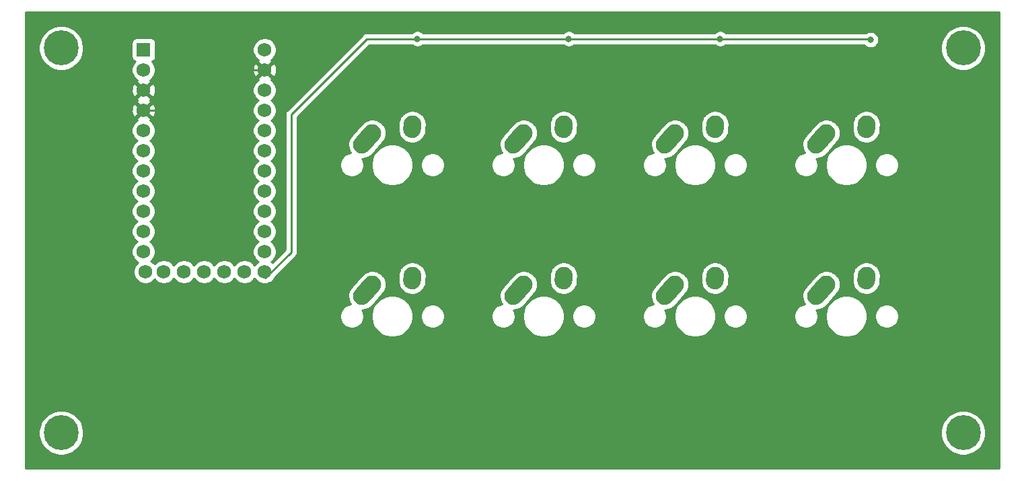
<source format=gbl>
G04 #@! TF.GenerationSoftware,KiCad,Pcbnew,(5.1.10-1-10_14)*
G04 #@! TF.CreationDate,2021-08-02T22:06:10+08:00*
G04 #@! TF.ProjectId,SMP v.2,534d5020-762e-4322-9e6b-696361645f70,rev?*
G04 #@! TF.SameCoordinates,Original*
G04 #@! TF.FileFunction,Copper,L2,Bot*
G04 #@! TF.FilePolarity,Positive*
%FSLAX46Y46*%
G04 Gerber Fmt 4.6, Leading zero omitted, Abs format (unit mm)*
G04 Created by KiCad (PCBNEW (5.1.10-1-10_14)) date 2021-08-02 22:06:10*
%MOMM*%
%LPD*%
G01*
G04 APERTURE LIST*
G04 #@! TA.AperFunction,ComponentPad*
%ADD10C,4.400000*%
G04 #@! TD*
G04 #@! TA.AperFunction,ComponentPad*
%ADD11C,2.250000*%
G04 #@! TD*
G04 #@! TA.AperFunction,ComponentPad*
%ADD12C,1.752600*%
G04 #@! TD*
G04 #@! TA.AperFunction,ComponentPad*
%ADD13R,1.752600X1.752600*%
G04 #@! TD*
G04 #@! TA.AperFunction,ViaPad*
%ADD14C,0.800000*%
G04 #@! TD*
G04 #@! TA.AperFunction,Conductor*
%ADD15C,0.254000*%
G04 #@! TD*
G04 #@! TA.AperFunction,Conductor*
%ADD16C,0.100000*%
G04 #@! TD*
G04 APERTURE END LIST*
D10*
X150901400Y-30378400D03*
X37388800Y-30378400D03*
X150901400Y-78790800D03*
X37388800Y-78790800D03*
D11*
X95585900Y-60136300D03*
G04 #@! TA.AperFunction,ComponentPad*
G36*
G01*
X93524588Y-62433650D02*
X93524583Y-62433645D01*
G75*
G02*
X93438555Y-60844983I751317J837345D01*
G01*
X94748557Y-59384983D01*
G75*
G02*
X96337219Y-59298955I837345J-751317D01*
G01*
X96337219Y-59298955D01*
G75*
G02*
X96423247Y-60887617I-751317J-837345D01*
G01*
X95113245Y-62347617D01*
G75*
G02*
X93524583Y-62433645I-837345J751317D01*
G01*
G37*
G04 #@! TD.AperFunction*
X100625900Y-59056300D03*
G04 #@! TA.AperFunction,ComponentPad*
G36*
G01*
X100509383Y-60758695D02*
X100508497Y-60758634D01*
G75*
G02*
X99463566Y-59558897I77403J1122334D01*
G01*
X99503566Y-58978897D01*
G75*
G02*
X100703303Y-57933966I1122334J-77403D01*
G01*
X100703303Y-57933966D01*
G75*
G02*
X101748234Y-59133703I-77403J-1122334D01*
G01*
X101708234Y-59713703D01*
G75*
G02*
X100508497Y-60758634I-1122334J77403D01*
G01*
G37*
G04 #@! TD.AperFunction*
X114635900Y-41086300D03*
G04 #@! TA.AperFunction,ComponentPad*
G36*
G01*
X112574588Y-43383650D02*
X112574583Y-43383645D01*
G75*
G02*
X112488555Y-41794983I751317J837345D01*
G01*
X113798557Y-40334983D01*
G75*
G02*
X115387219Y-40248955I837345J-751317D01*
G01*
X115387219Y-40248955D01*
G75*
G02*
X115473247Y-41837617I-751317J-837345D01*
G01*
X114163245Y-43297617D01*
G75*
G02*
X112574583Y-43383645I-837345J751317D01*
G01*
G37*
G04 #@! TD.AperFunction*
X119675900Y-40006300D03*
G04 #@! TA.AperFunction,ComponentPad*
G36*
G01*
X119559383Y-41708695D02*
X119558497Y-41708634D01*
G75*
G02*
X118513566Y-40508897I77403J1122334D01*
G01*
X118553566Y-39928897D01*
G75*
G02*
X119753303Y-38883966I1122334J-77403D01*
G01*
X119753303Y-38883966D01*
G75*
G02*
X120798234Y-40083703I-77403J-1122334D01*
G01*
X120758234Y-40663703D01*
G75*
G02*
X119558497Y-41708634I-1122334J77403D01*
G01*
G37*
G04 #@! TD.AperFunction*
D12*
X50292000Y-58521600D03*
X52832000Y-58521600D03*
X55372000Y-58521600D03*
X57912000Y-58521600D03*
X60452000Y-58521600D03*
X62992000Y-30581600D03*
X47980600Y-58521600D03*
X62992000Y-33121600D03*
X62992000Y-35661600D03*
X62992000Y-38201600D03*
X62992000Y-40741600D03*
X62992000Y-43281600D03*
X62992000Y-45821600D03*
X62992000Y-48361600D03*
X62992000Y-50901600D03*
X62992000Y-53441600D03*
X62992000Y-55981600D03*
X62992000Y-58521600D03*
X47752000Y-55981600D03*
X47752000Y-53441600D03*
X47752000Y-50901600D03*
X47752000Y-48361600D03*
X47752000Y-45821600D03*
X47752000Y-43281600D03*
X47752000Y-40741600D03*
X47752000Y-38201600D03*
X47752000Y-35661600D03*
X47752000Y-33121600D03*
D13*
X47752000Y-30581600D03*
D11*
X133685900Y-60136300D03*
G04 #@! TA.AperFunction,ComponentPad*
G36*
G01*
X131624588Y-62433650D02*
X131624583Y-62433645D01*
G75*
G02*
X131538555Y-60844983I751317J837345D01*
G01*
X132848557Y-59384983D01*
G75*
G02*
X134437219Y-59298955I837345J-751317D01*
G01*
X134437219Y-59298955D01*
G75*
G02*
X134523247Y-60887617I-751317J-837345D01*
G01*
X133213245Y-62347617D01*
G75*
G02*
X131624583Y-62433645I-837345J751317D01*
G01*
G37*
G04 #@! TD.AperFunction*
X138725900Y-59056300D03*
G04 #@! TA.AperFunction,ComponentPad*
G36*
G01*
X138609383Y-60758695D02*
X138608497Y-60758634D01*
G75*
G02*
X137563566Y-59558897I77403J1122334D01*
G01*
X137603566Y-58978897D01*
G75*
G02*
X138803303Y-57933966I1122334J-77403D01*
G01*
X138803303Y-57933966D01*
G75*
G02*
X139848234Y-59133703I-77403J-1122334D01*
G01*
X139808234Y-59713703D01*
G75*
G02*
X138608497Y-60758634I-1122334J77403D01*
G01*
G37*
G04 #@! TD.AperFunction*
X114635900Y-60136300D03*
G04 #@! TA.AperFunction,ComponentPad*
G36*
G01*
X112574588Y-62433650D02*
X112574583Y-62433645D01*
G75*
G02*
X112488555Y-60844983I751317J837345D01*
G01*
X113798557Y-59384983D01*
G75*
G02*
X115387219Y-59298955I837345J-751317D01*
G01*
X115387219Y-59298955D01*
G75*
G02*
X115473247Y-60887617I-751317J-837345D01*
G01*
X114163245Y-62347617D01*
G75*
G02*
X112574583Y-62433645I-837345J751317D01*
G01*
G37*
G04 #@! TD.AperFunction*
X119675900Y-59056300D03*
G04 #@! TA.AperFunction,ComponentPad*
G36*
G01*
X119559383Y-60758695D02*
X119558497Y-60758634D01*
G75*
G02*
X118513566Y-59558897I77403J1122334D01*
G01*
X118553566Y-58978897D01*
G75*
G02*
X119753303Y-57933966I1122334J-77403D01*
G01*
X119753303Y-57933966D01*
G75*
G02*
X120798234Y-59133703I-77403J-1122334D01*
G01*
X120758234Y-59713703D01*
G75*
G02*
X119558497Y-60758634I-1122334J77403D01*
G01*
G37*
G04 #@! TD.AperFunction*
X76535900Y-60136300D03*
G04 #@! TA.AperFunction,ComponentPad*
G36*
G01*
X74474588Y-62433650D02*
X74474583Y-62433645D01*
G75*
G02*
X74388555Y-60844983I751317J837345D01*
G01*
X75698557Y-59384983D01*
G75*
G02*
X77287219Y-59298955I837345J-751317D01*
G01*
X77287219Y-59298955D01*
G75*
G02*
X77373247Y-60887617I-751317J-837345D01*
G01*
X76063245Y-62347617D01*
G75*
G02*
X74474583Y-62433645I-837345J751317D01*
G01*
G37*
G04 #@! TD.AperFunction*
X81575900Y-59056300D03*
G04 #@! TA.AperFunction,ComponentPad*
G36*
G01*
X81459383Y-60758695D02*
X81458497Y-60758634D01*
G75*
G02*
X80413566Y-59558897I77403J1122334D01*
G01*
X80453566Y-58978897D01*
G75*
G02*
X81653303Y-57933966I1122334J-77403D01*
G01*
X81653303Y-57933966D01*
G75*
G02*
X82698234Y-59133703I-77403J-1122334D01*
G01*
X82658234Y-59713703D01*
G75*
G02*
X81458497Y-60758634I-1122334J77403D01*
G01*
G37*
G04 #@! TD.AperFunction*
X133685900Y-41086300D03*
G04 #@! TA.AperFunction,ComponentPad*
G36*
G01*
X131624588Y-43383650D02*
X131624583Y-43383645D01*
G75*
G02*
X131538555Y-41794983I751317J837345D01*
G01*
X132848557Y-40334983D01*
G75*
G02*
X134437219Y-40248955I837345J-751317D01*
G01*
X134437219Y-40248955D01*
G75*
G02*
X134523247Y-41837617I-751317J-837345D01*
G01*
X133213245Y-43297617D01*
G75*
G02*
X131624583Y-43383645I-837345J751317D01*
G01*
G37*
G04 #@! TD.AperFunction*
X138725900Y-40006300D03*
G04 #@! TA.AperFunction,ComponentPad*
G36*
G01*
X138609383Y-41708695D02*
X138608497Y-41708634D01*
G75*
G02*
X137563566Y-40508897I77403J1122334D01*
G01*
X137603566Y-39928897D01*
G75*
G02*
X138803303Y-38883966I1122334J-77403D01*
G01*
X138803303Y-38883966D01*
G75*
G02*
X139848234Y-40083703I-77403J-1122334D01*
G01*
X139808234Y-40663703D01*
G75*
G02*
X138608497Y-41708634I-1122334J77403D01*
G01*
G37*
G04 #@! TD.AperFunction*
X95585900Y-41086300D03*
G04 #@! TA.AperFunction,ComponentPad*
G36*
G01*
X93524588Y-43383650D02*
X93524583Y-43383645D01*
G75*
G02*
X93438555Y-41794983I751317J837345D01*
G01*
X94748557Y-40334983D01*
G75*
G02*
X96337219Y-40248955I837345J-751317D01*
G01*
X96337219Y-40248955D01*
G75*
G02*
X96423247Y-41837617I-751317J-837345D01*
G01*
X95113245Y-43297617D01*
G75*
G02*
X93524583Y-43383645I-837345J751317D01*
G01*
G37*
G04 #@! TD.AperFunction*
X100625900Y-40006300D03*
G04 #@! TA.AperFunction,ComponentPad*
G36*
G01*
X100509383Y-41708695D02*
X100508497Y-41708634D01*
G75*
G02*
X99463566Y-40508897I77403J1122334D01*
G01*
X99503566Y-39928897D01*
G75*
G02*
X100703303Y-38883966I1122334J-77403D01*
G01*
X100703303Y-38883966D01*
G75*
G02*
X101748234Y-40083703I-77403J-1122334D01*
G01*
X101708234Y-40663703D01*
G75*
G02*
X100508497Y-41708634I-1122334J77403D01*
G01*
G37*
G04 #@! TD.AperFunction*
X76535900Y-41086300D03*
G04 #@! TA.AperFunction,ComponentPad*
G36*
G01*
X74474588Y-43383650D02*
X74474583Y-43383645D01*
G75*
G02*
X74388555Y-41794983I751317J837345D01*
G01*
X75698557Y-40334983D01*
G75*
G02*
X77287219Y-40248955I837345J-751317D01*
G01*
X77287219Y-40248955D01*
G75*
G02*
X77373247Y-41837617I-751317J-837345D01*
G01*
X76063245Y-43297617D01*
G75*
G02*
X74474583Y-43383645I-837345J751317D01*
G01*
G37*
G04 #@! TD.AperFunction*
X81575900Y-40006300D03*
G04 #@! TA.AperFunction,ComponentPad*
G36*
G01*
X81459383Y-41708695D02*
X81458497Y-41708634D01*
G75*
G02*
X80413566Y-40508897I77403J1122334D01*
G01*
X80453566Y-39928897D01*
G75*
G02*
X81653303Y-38883966I1122334J-77403D01*
G01*
X81653303Y-38883966D01*
G75*
G02*
X82698234Y-40083703I-77403J-1122334D01*
G01*
X82658234Y-40663703D01*
G75*
G02*
X81458497Y-41708634I-1122334J77403D01*
G01*
G37*
G04 #@! TD.AperFunction*
D14*
X139235900Y-29336300D03*
X120310900Y-29211300D03*
X101260900Y-29211300D03*
X82210900Y-29211300D03*
D15*
X139110900Y-29211300D02*
X139235900Y-29336300D01*
X82210900Y-29211300D02*
X139110900Y-29211300D01*
X66335900Y-56071800D02*
X63084700Y-59323000D01*
X75860900Y-29211300D02*
X66335900Y-38736300D01*
X66335900Y-38736300D02*
X66335900Y-56071800D01*
X82210900Y-29211300D02*
X75860900Y-29211300D01*
X50292000Y-33121600D02*
X47752000Y-35661600D01*
X51181000Y-38201600D02*
X56261000Y-33121600D01*
X47752000Y-38201600D02*
X51181000Y-38201600D01*
X56261000Y-33121600D02*
X50292000Y-33121600D01*
X62992000Y-33121600D02*
X56261000Y-33121600D01*
X155391250Y-83293350D02*
X32886250Y-83293350D01*
X32886250Y-78511577D01*
X34553800Y-78511577D01*
X34553800Y-79070023D01*
X34662748Y-79617739D01*
X34876456Y-80133676D01*
X35186712Y-80598007D01*
X35581593Y-80992888D01*
X36045924Y-81303144D01*
X36561861Y-81516852D01*
X37109577Y-81625800D01*
X37668023Y-81625800D01*
X38215739Y-81516852D01*
X38731676Y-81303144D01*
X39196007Y-80992888D01*
X39590888Y-80598007D01*
X39901144Y-80133676D01*
X40114852Y-79617739D01*
X40223800Y-79070023D01*
X40223800Y-78511577D01*
X148066400Y-78511577D01*
X148066400Y-79070023D01*
X148175348Y-79617739D01*
X148389056Y-80133676D01*
X148699312Y-80598007D01*
X149094193Y-80992888D01*
X149558524Y-81303144D01*
X150074461Y-81516852D01*
X150622177Y-81625800D01*
X151180623Y-81625800D01*
X151728339Y-81516852D01*
X152244276Y-81303144D01*
X152708607Y-80992888D01*
X153103488Y-80598007D01*
X153413744Y-80133676D01*
X153627452Y-79617739D01*
X153736400Y-79070023D01*
X153736400Y-78511577D01*
X153627452Y-77963861D01*
X153413744Y-77447924D01*
X153103488Y-76983593D01*
X152708607Y-76588712D01*
X152244276Y-76278456D01*
X151728339Y-76064748D01*
X151180623Y-75955800D01*
X150622177Y-75955800D01*
X150074461Y-76064748D01*
X149558524Y-76278456D01*
X149094193Y-76588712D01*
X148699312Y-76983593D01*
X148389056Y-77447924D01*
X148175348Y-77963861D01*
X148066400Y-78511577D01*
X40223800Y-78511577D01*
X40114852Y-77963861D01*
X39901144Y-77447924D01*
X39590888Y-76983593D01*
X39196007Y-76588712D01*
X38731676Y-76278456D01*
X38215739Y-76064748D01*
X37668023Y-75955800D01*
X37109577Y-75955800D01*
X36561861Y-76064748D01*
X36045924Y-76278456D01*
X35581593Y-76588712D01*
X35186712Y-76983593D01*
X34876456Y-77447924D01*
X34662748Y-77963861D01*
X34553800Y-78511577D01*
X32886250Y-78511577D01*
X32886250Y-63987578D01*
X72445900Y-63987578D01*
X72445900Y-64285022D01*
X72503929Y-64576751D01*
X72617756Y-64851553D01*
X72783007Y-65098869D01*
X72993331Y-65309193D01*
X73240647Y-65474444D01*
X73515449Y-65588271D01*
X73807178Y-65646300D01*
X74104622Y-65646300D01*
X74396351Y-65588271D01*
X74671153Y-65474444D01*
X74918469Y-65309193D01*
X75128793Y-65098869D01*
X75294044Y-64851553D01*
X75407871Y-64576751D01*
X75465900Y-64285022D01*
X75465900Y-63987578D01*
X75443980Y-63877376D01*
X76407000Y-63877376D01*
X76407000Y-64395224D01*
X76508027Y-64903122D01*
X76706199Y-65381551D01*
X76993900Y-65812126D01*
X77360074Y-66178300D01*
X77790649Y-66466001D01*
X78269078Y-66664173D01*
X78776976Y-66765200D01*
X79294824Y-66765200D01*
X79802722Y-66664173D01*
X80281151Y-66466001D01*
X80711726Y-66178300D01*
X81077900Y-65812126D01*
X81365601Y-65381551D01*
X81563773Y-64903122D01*
X81664800Y-64395224D01*
X81664800Y-63987578D01*
X82605900Y-63987578D01*
X82605900Y-64285022D01*
X82663929Y-64576751D01*
X82777756Y-64851553D01*
X82943007Y-65098869D01*
X83153331Y-65309193D01*
X83400647Y-65474444D01*
X83675449Y-65588271D01*
X83967178Y-65646300D01*
X84264622Y-65646300D01*
X84556351Y-65588271D01*
X84831153Y-65474444D01*
X85078469Y-65309193D01*
X85288793Y-65098869D01*
X85454044Y-64851553D01*
X85567871Y-64576751D01*
X85625900Y-64285022D01*
X85625900Y-63987578D01*
X91495900Y-63987578D01*
X91495900Y-64285022D01*
X91553929Y-64576751D01*
X91667756Y-64851553D01*
X91833007Y-65098869D01*
X92043331Y-65309193D01*
X92290647Y-65474444D01*
X92565449Y-65588271D01*
X92857178Y-65646300D01*
X93154622Y-65646300D01*
X93446351Y-65588271D01*
X93721153Y-65474444D01*
X93968469Y-65309193D01*
X94178793Y-65098869D01*
X94344044Y-64851553D01*
X94457871Y-64576751D01*
X94515900Y-64285022D01*
X94515900Y-63987578D01*
X94493980Y-63877376D01*
X95457000Y-63877376D01*
X95457000Y-64395224D01*
X95558027Y-64903122D01*
X95756199Y-65381551D01*
X96043900Y-65812126D01*
X96410074Y-66178300D01*
X96840649Y-66466001D01*
X97319078Y-66664173D01*
X97826976Y-66765200D01*
X98344824Y-66765200D01*
X98852722Y-66664173D01*
X99331151Y-66466001D01*
X99761726Y-66178300D01*
X100127900Y-65812126D01*
X100415601Y-65381551D01*
X100613773Y-64903122D01*
X100714800Y-64395224D01*
X100714800Y-63987578D01*
X101655900Y-63987578D01*
X101655900Y-64285022D01*
X101713929Y-64576751D01*
X101827756Y-64851553D01*
X101993007Y-65098869D01*
X102203331Y-65309193D01*
X102450647Y-65474444D01*
X102725449Y-65588271D01*
X103017178Y-65646300D01*
X103314622Y-65646300D01*
X103606351Y-65588271D01*
X103881153Y-65474444D01*
X104128469Y-65309193D01*
X104338793Y-65098869D01*
X104504044Y-64851553D01*
X104617871Y-64576751D01*
X104675900Y-64285022D01*
X104675900Y-63987578D01*
X110545900Y-63987578D01*
X110545900Y-64285022D01*
X110603929Y-64576751D01*
X110717756Y-64851553D01*
X110883007Y-65098869D01*
X111093331Y-65309193D01*
X111340647Y-65474444D01*
X111615449Y-65588271D01*
X111907178Y-65646300D01*
X112204622Y-65646300D01*
X112496351Y-65588271D01*
X112771153Y-65474444D01*
X113018469Y-65309193D01*
X113228793Y-65098869D01*
X113394044Y-64851553D01*
X113507871Y-64576751D01*
X113565900Y-64285022D01*
X113565900Y-63987578D01*
X113543980Y-63877376D01*
X114507000Y-63877376D01*
X114507000Y-64395224D01*
X114608027Y-64903122D01*
X114806199Y-65381551D01*
X115093900Y-65812126D01*
X115460074Y-66178300D01*
X115890649Y-66466001D01*
X116369078Y-66664173D01*
X116876976Y-66765200D01*
X117394824Y-66765200D01*
X117902722Y-66664173D01*
X118381151Y-66466001D01*
X118811726Y-66178300D01*
X119177900Y-65812126D01*
X119465601Y-65381551D01*
X119663773Y-64903122D01*
X119764800Y-64395224D01*
X119764800Y-63987578D01*
X120705900Y-63987578D01*
X120705900Y-64285022D01*
X120763929Y-64576751D01*
X120877756Y-64851553D01*
X121043007Y-65098869D01*
X121253331Y-65309193D01*
X121500647Y-65474444D01*
X121775449Y-65588271D01*
X122067178Y-65646300D01*
X122364622Y-65646300D01*
X122656351Y-65588271D01*
X122931153Y-65474444D01*
X123178469Y-65309193D01*
X123388793Y-65098869D01*
X123554044Y-64851553D01*
X123667871Y-64576751D01*
X123725900Y-64285022D01*
X123725900Y-63987578D01*
X129595900Y-63987578D01*
X129595900Y-64285022D01*
X129653929Y-64576751D01*
X129767756Y-64851553D01*
X129933007Y-65098869D01*
X130143331Y-65309193D01*
X130390647Y-65474444D01*
X130665449Y-65588271D01*
X130957178Y-65646300D01*
X131254622Y-65646300D01*
X131546351Y-65588271D01*
X131821153Y-65474444D01*
X132068469Y-65309193D01*
X132278793Y-65098869D01*
X132444044Y-64851553D01*
X132557871Y-64576751D01*
X132615900Y-64285022D01*
X132615900Y-63987578D01*
X132593980Y-63877376D01*
X133557000Y-63877376D01*
X133557000Y-64395224D01*
X133658027Y-64903122D01*
X133856199Y-65381551D01*
X134143900Y-65812126D01*
X134510074Y-66178300D01*
X134940649Y-66466001D01*
X135419078Y-66664173D01*
X135926976Y-66765200D01*
X136444824Y-66765200D01*
X136952722Y-66664173D01*
X137431151Y-66466001D01*
X137861726Y-66178300D01*
X138227900Y-65812126D01*
X138515601Y-65381551D01*
X138713773Y-64903122D01*
X138814800Y-64395224D01*
X138814800Y-63987578D01*
X139755900Y-63987578D01*
X139755900Y-64285022D01*
X139813929Y-64576751D01*
X139927756Y-64851553D01*
X140093007Y-65098869D01*
X140303331Y-65309193D01*
X140550647Y-65474444D01*
X140825449Y-65588271D01*
X141117178Y-65646300D01*
X141414622Y-65646300D01*
X141706351Y-65588271D01*
X141981153Y-65474444D01*
X142228469Y-65309193D01*
X142438793Y-65098869D01*
X142604044Y-64851553D01*
X142717871Y-64576751D01*
X142775900Y-64285022D01*
X142775900Y-63987578D01*
X142717871Y-63695849D01*
X142604044Y-63421047D01*
X142438793Y-63173731D01*
X142228469Y-62963407D01*
X141981153Y-62798156D01*
X141706351Y-62684329D01*
X141414622Y-62626300D01*
X141117178Y-62626300D01*
X140825449Y-62684329D01*
X140550647Y-62798156D01*
X140303331Y-62963407D01*
X140093007Y-63173731D01*
X139927756Y-63421047D01*
X139813929Y-63695849D01*
X139755900Y-63987578D01*
X138814800Y-63987578D01*
X138814800Y-63877376D01*
X138713773Y-63369478D01*
X138515601Y-62891049D01*
X138227900Y-62460474D01*
X137861726Y-62094300D01*
X137431151Y-61806599D01*
X136952722Y-61608427D01*
X136444824Y-61507400D01*
X135926976Y-61507400D01*
X135419078Y-61608427D01*
X134940649Y-61806599D01*
X134510074Y-62094300D01*
X134143900Y-62460474D01*
X133856199Y-62891049D01*
X133658027Y-63369478D01*
X133557000Y-63877376D01*
X132593980Y-63877376D01*
X132557871Y-63695849D01*
X132444044Y-63421047D01*
X132402714Y-63359192D01*
X132471526Y-63362227D01*
X132814204Y-63309639D01*
X133140039Y-63191209D01*
X133436507Y-63011487D01*
X133628143Y-62836042D01*
X134964100Y-61347116D01*
X135052981Y-61258235D01*
X135127727Y-61146370D01*
X135207344Y-61037887D01*
X135223879Y-61002469D01*
X135245592Y-60969973D01*
X135297075Y-60845682D01*
X135354001Y-60723745D01*
X135363310Y-60685776D01*
X135378264Y-60649673D01*
X135404510Y-60517726D01*
X135436553Y-60387027D01*
X135438275Y-60347977D01*
X135445900Y-60309645D01*
X135445900Y-60175102D01*
X135451829Y-60040674D01*
X135445900Y-60002039D01*
X135445900Y-59962955D01*
X135419651Y-59830991D01*
X135399241Y-59697996D01*
X135385889Y-59661261D01*
X135378264Y-59622927D01*
X135369371Y-59601457D01*
X136924123Y-59601457D01*
X136931740Y-59861162D01*
X137009313Y-60199061D01*
X137151319Y-60515334D01*
X137352296Y-60797826D01*
X137604524Y-61035681D01*
X137898308Y-61219759D01*
X138222359Y-61342984D01*
X138564223Y-61400624D01*
X138910762Y-61390460D01*
X139248661Y-61312887D01*
X139564934Y-61170881D01*
X139847426Y-60969904D01*
X140085281Y-60717676D01*
X140269359Y-60423892D01*
X140392584Y-60099841D01*
X140435781Y-59843639D01*
X140473999Y-59289475D01*
X140485900Y-59229645D01*
X140485900Y-59116911D01*
X140487677Y-59091144D01*
X140485900Y-59030556D01*
X140485900Y-58882955D01*
X140480822Y-58857428D01*
X140480060Y-58831437D01*
X140447059Y-58687687D01*
X140418264Y-58542927D01*
X140408307Y-58518888D01*
X140402487Y-58493538D01*
X140342077Y-58358994D01*
X140285592Y-58222627D01*
X140271130Y-58200983D01*
X140260481Y-58177266D01*
X140174996Y-58057109D01*
X140092981Y-57934365D01*
X140074578Y-57915962D01*
X140059504Y-57894774D01*
X139952211Y-57793595D01*
X139847835Y-57689219D01*
X139826194Y-57674759D01*
X139807276Y-57656919D01*
X139682307Y-57578616D01*
X139559573Y-57496608D01*
X139535528Y-57486648D01*
X139513492Y-57472841D01*
X139375640Y-57420421D01*
X139239273Y-57363936D01*
X139213746Y-57358858D01*
X139189441Y-57349616D01*
X139044008Y-57325095D01*
X138899245Y-57296300D01*
X138873223Y-57296300D01*
X138847577Y-57291976D01*
X138700137Y-57296300D01*
X138552555Y-57296300D01*
X138527033Y-57301377D01*
X138501038Y-57302139D01*
X138357275Y-57335144D01*
X138212527Y-57363936D01*
X138188487Y-57373894D01*
X138163139Y-57379713D01*
X138028589Y-57440125D01*
X137892227Y-57496608D01*
X137870587Y-57511067D01*
X137846866Y-57521718D01*
X137726696Y-57607213D01*
X137603965Y-57689219D01*
X137585562Y-57707622D01*
X137564374Y-57722696D01*
X137463188Y-57829996D01*
X137358819Y-57934365D01*
X137344361Y-57956003D01*
X137326519Y-57974923D01*
X137248210Y-58099902D01*
X137166208Y-58222627D01*
X137156248Y-58246672D01*
X137142441Y-58268708D01*
X137090019Y-58406564D01*
X137033536Y-58542927D01*
X137028459Y-58568452D01*
X137019216Y-58592758D01*
X136994694Y-58738198D01*
X136965900Y-58882955D01*
X136965900Y-58995686D01*
X136924123Y-59601457D01*
X135369371Y-59601457D01*
X135326774Y-59498620D01*
X135280811Y-59372161D01*
X135260550Y-59338738D01*
X135245592Y-59302627D01*
X135170835Y-59190746D01*
X135101089Y-59075693D01*
X135074698Y-59046866D01*
X135052981Y-59014365D01*
X134957834Y-58919218D01*
X134866983Y-58819983D01*
X134835475Y-58796859D01*
X134807835Y-58769219D01*
X134695950Y-58694459D01*
X134587488Y-58614858D01*
X134552076Y-58598326D01*
X134519573Y-58576608D01*
X134395253Y-58525113D01*
X134273346Y-58468201D01*
X134235386Y-58458895D01*
X134199273Y-58443936D01*
X134067288Y-58417682D01*
X133936628Y-58385649D01*
X133897589Y-58383927D01*
X133859245Y-58376300D01*
X133724658Y-58376300D01*
X133590275Y-58370373D01*
X133551653Y-58376300D01*
X133512555Y-58376300D01*
X133380544Y-58402559D01*
X133247597Y-58422961D01*
X133210876Y-58436308D01*
X133172527Y-58443936D01*
X133048169Y-58495447D01*
X132921763Y-58541391D01*
X132888354Y-58561644D01*
X132852227Y-58576608D01*
X132740300Y-58651395D01*
X132625294Y-58721113D01*
X132596478Y-58747495D01*
X132563965Y-58769219D01*
X132468787Y-58864397D01*
X132433658Y-58896558D01*
X132407737Y-58925447D01*
X132318819Y-59014365D01*
X132292173Y-59054243D01*
X131008184Y-60485253D01*
X130854458Y-60694714D01*
X130707801Y-61008856D01*
X130625249Y-61345574D01*
X130609973Y-61691926D01*
X130662561Y-62034604D01*
X130780991Y-62360439D01*
X130943775Y-62628966D01*
X130665449Y-62684329D01*
X130390647Y-62798156D01*
X130143331Y-62963407D01*
X129933007Y-63173731D01*
X129767756Y-63421047D01*
X129653929Y-63695849D01*
X129595900Y-63987578D01*
X123725900Y-63987578D01*
X123667871Y-63695849D01*
X123554044Y-63421047D01*
X123388793Y-63173731D01*
X123178469Y-62963407D01*
X122931153Y-62798156D01*
X122656351Y-62684329D01*
X122364622Y-62626300D01*
X122067178Y-62626300D01*
X121775449Y-62684329D01*
X121500647Y-62798156D01*
X121253331Y-62963407D01*
X121043007Y-63173731D01*
X120877756Y-63421047D01*
X120763929Y-63695849D01*
X120705900Y-63987578D01*
X119764800Y-63987578D01*
X119764800Y-63877376D01*
X119663773Y-63369478D01*
X119465601Y-62891049D01*
X119177900Y-62460474D01*
X118811726Y-62094300D01*
X118381151Y-61806599D01*
X117902722Y-61608427D01*
X117394824Y-61507400D01*
X116876976Y-61507400D01*
X116369078Y-61608427D01*
X115890649Y-61806599D01*
X115460074Y-62094300D01*
X115093900Y-62460474D01*
X114806199Y-62891049D01*
X114608027Y-63369478D01*
X114507000Y-63877376D01*
X113543980Y-63877376D01*
X113507871Y-63695849D01*
X113394044Y-63421047D01*
X113352714Y-63359192D01*
X113421526Y-63362227D01*
X113764204Y-63309639D01*
X114090039Y-63191209D01*
X114386507Y-63011487D01*
X114578143Y-62836042D01*
X115914100Y-61347116D01*
X116002981Y-61258235D01*
X116077727Y-61146370D01*
X116157344Y-61037887D01*
X116173879Y-61002469D01*
X116195592Y-60969973D01*
X116247075Y-60845682D01*
X116304001Y-60723745D01*
X116313310Y-60685776D01*
X116328264Y-60649673D01*
X116354510Y-60517726D01*
X116386553Y-60387027D01*
X116388275Y-60347977D01*
X116395900Y-60309645D01*
X116395900Y-60175102D01*
X116401829Y-60040674D01*
X116395900Y-60002039D01*
X116395900Y-59962955D01*
X116369651Y-59830991D01*
X116349241Y-59697996D01*
X116335889Y-59661261D01*
X116328264Y-59622927D01*
X116319371Y-59601457D01*
X117874123Y-59601457D01*
X117881740Y-59861162D01*
X117959313Y-60199061D01*
X118101319Y-60515334D01*
X118302296Y-60797826D01*
X118554524Y-61035681D01*
X118848308Y-61219759D01*
X119172359Y-61342984D01*
X119514223Y-61400624D01*
X119860762Y-61390460D01*
X120198661Y-61312887D01*
X120514934Y-61170881D01*
X120797426Y-60969904D01*
X121035281Y-60717676D01*
X121219359Y-60423892D01*
X121342584Y-60099841D01*
X121385781Y-59843639D01*
X121423999Y-59289475D01*
X121435900Y-59229645D01*
X121435900Y-59116911D01*
X121437677Y-59091144D01*
X121435900Y-59030556D01*
X121435900Y-58882955D01*
X121430822Y-58857428D01*
X121430060Y-58831437D01*
X121397059Y-58687687D01*
X121368264Y-58542927D01*
X121358307Y-58518888D01*
X121352487Y-58493538D01*
X121292077Y-58358994D01*
X121235592Y-58222627D01*
X121221130Y-58200983D01*
X121210481Y-58177266D01*
X121124996Y-58057109D01*
X121042981Y-57934365D01*
X121024578Y-57915962D01*
X121009504Y-57894774D01*
X120902211Y-57793595D01*
X120797835Y-57689219D01*
X120776194Y-57674759D01*
X120757276Y-57656919D01*
X120632307Y-57578616D01*
X120509573Y-57496608D01*
X120485528Y-57486648D01*
X120463492Y-57472841D01*
X120325640Y-57420421D01*
X120189273Y-57363936D01*
X120163746Y-57358858D01*
X120139441Y-57349616D01*
X119994008Y-57325095D01*
X119849245Y-57296300D01*
X119823223Y-57296300D01*
X119797577Y-57291976D01*
X119650137Y-57296300D01*
X119502555Y-57296300D01*
X119477033Y-57301377D01*
X119451038Y-57302139D01*
X119307275Y-57335144D01*
X119162527Y-57363936D01*
X119138487Y-57373894D01*
X119113139Y-57379713D01*
X118978589Y-57440125D01*
X118842227Y-57496608D01*
X118820587Y-57511067D01*
X118796866Y-57521718D01*
X118676696Y-57607213D01*
X118553965Y-57689219D01*
X118535562Y-57707622D01*
X118514374Y-57722696D01*
X118413188Y-57829996D01*
X118308819Y-57934365D01*
X118294361Y-57956003D01*
X118276519Y-57974923D01*
X118198210Y-58099902D01*
X118116208Y-58222627D01*
X118106248Y-58246672D01*
X118092441Y-58268708D01*
X118040019Y-58406564D01*
X117983536Y-58542927D01*
X117978459Y-58568452D01*
X117969216Y-58592758D01*
X117944694Y-58738198D01*
X117915900Y-58882955D01*
X117915900Y-58995686D01*
X117874123Y-59601457D01*
X116319371Y-59601457D01*
X116276774Y-59498620D01*
X116230811Y-59372161D01*
X116210550Y-59338738D01*
X116195592Y-59302627D01*
X116120835Y-59190746D01*
X116051089Y-59075693D01*
X116024698Y-59046866D01*
X116002981Y-59014365D01*
X115907834Y-58919218D01*
X115816983Y-58819983D01*
X115785475Y-58796859D01*
X115757835Y-58769219D01*
X115645950Y-58694459D01*
X115537488Y-58614858D01*
X115502076Y-58598326D01*
X115469573Y-58576608D01*
X115345253Y-58525113D01*
X115223346Y-58468201D01*
X115185386Y-58458895D01*
X115149273Y-58443936D01*
X115017288Y-58417682D01*
X114886628Y-58385649D01*
X114847589Y-58383927D01*
X114809245Y-58376300D01*
X114674658Y-58376300D01*
X114540275Y-58370373D01*
X114501653Y-58376300D01*
X114462555Y-58376300D01*
X114330544Y-58402559D01*
X114197597Y-58422961D01*
X114160876Y-58436308D01*
X114122527Y-58443936D01*
X113998169Y-58495447D01*
X113871763Y-58541391D01*
X113838354Y-58561644D01*
X113802227Y-58576608D01*
X113690300Y-58651395D01*
X113575294Y-58721113D01*
X113546478Y-58747495D01*
X113513965Y-58769219D01*
X113418787Y-58864397D01*
X113383658Y-58896558D01*
X113357737Y-58925447D01*
X113268819Y-59014365D01*
X113242173Y-59054243D01*
X111958184Y-60485253D01*
X111804458Y-60694714D01*
X111657801Y-61008856D01*
X111575249Y-61345574D01*
X111559973Y-61691926D01*
X111612561Y-62034604D01*
X111730991Y-62360439D01*
X111893775Y-62628966D01*
X111615449Y-62684329D01*
X111340647Y-62798156D01*
X111093331Y-62963407D01*
X110883007Y-63173731D01*
X110717756Y-63421047D01*
X110603929Y-63695849D01*
X110545900Y-63987578D01*
X104675900Y-63987578D01*
X104617871Y-63695849D01*
X104504044Y-63421047D01*
X104338793Y-63173731D01*
X104128469Y-62963407D01*
X103881153Y-62798156D01*
X103606351Y-62684329D01*
X103314622Y-62626300D01*
X103017178Y-62626300D01*
X102725449Y-62684329D01*
X102450647Y-62798156D01*
X102203331Y-62963407D01*
X101993007Y-63173731D01*
X101827756Y-63421047D01*
X101713929Y-63695849D01*
X101655900Y-63987578D01*
X100714800Y-63987578D01*
X100714800Y-63877376D01*
X100613773Y-63369478D01*
X100415601Y-62891049D01*
X100127900Y-62460474D01*
X99761726Y-62094300D01*
X99331151Y-61806599D01*
X98852722Y-61608427D01*
X98344824Y-61507400D01*
X97826976Y-61507400D01*
X97319078Y-61608427D01*
X96840649Y-61806599D01*
X96410074Y-62094300D01*
X96043900Y-62460474D01*
X95756199Y-62891049D01*
X95558027Y-63369478D01*
X95457000Y-63877376D01*
X94493980Y-63877376D01*
X94457871Y-63695849D01*
X94344044Y-63421047D01*
X94302714Y-63359192D01*
X94371526Y-63362227D01*
X94714204Y-63309639D01*
X95040039Y-63191209D01*
X95336507Y-63011487D01*
X95528143Y-62836042D01*
X96864100Y-61347116D01*
X96952981Y-61258235D01*
X97027727Y-61146370D01*
X97107344Y-61037887D01*
X97123879Y-61002469D01*
X97145592Y-60969973D01*
X97197075Y-60845682D01*
X97254001Y-60723745D01*
X97263310Y-60685776D01*
X97278264Y-60649673D01*
X97304510Y-60517726D01*
X97336553Y-60387027D01*
X97338275Y-60347977D01*
X97345900Y-60309645D01*
X97345900Y-60175102D01*
X97351829Y-60040674D01*
X97345900Y-60002039D01*
X97345900Y-59962955D01*
X97319651Y-59830991D01*
X97299241Y-59697996D01*
X97285889Y-59661261D01*
X97278264Y-59622927D01*
X97269371Y-59601457D01*
X98824123Y-59601457D01*
X98831740Y-59861162D01*
X98909313Y-60199061D01*
X99051319Y-60515334D01*
X99252296Y-60797826D01*
X99504524Y-61035681D01*
X99798308Y-61219759D01*
X100122359Y-61342984D01*
X100464223Y-61400624D01*
X100810762Y-61390460D01*
X101148661Y-61312887D01*
X101464934Y-61170881D01*
X101747426Y-60969904D01*
X101985281Y-60717676D01*
X102169359Y-60423892D01*
X102292584Y-60099841D01*
X102335781Y-59843639D01*
X102373999Y-59289475D01*
X102385900Y-59229645D01*
X102385900Y-59116911D01*
X102387677Y-59091144D01*
X102385900Y-59030556D01*
X102385900Y-58882955D01*
X102380822Y-58857428D01*
X102380060Y-58831437D01*
X102347059Y-58687687D01*
X102318264Y-58542927D01*
X102308307Y-58518888D01*
X102302487Y-58493538D01*
X102242077Y-58358994D01*
X102185592Y-58222627D01*
X102171130Y-58200983D01*
X102160481Y-58177266D01*
X102074996Y-58057109D01*
X101992981Y-57934365D01*
X101974578Y-57915962D01*
X101959504Y-57894774D01*
X101852211Y-57793595D01*
X101747835Y-57689219D01*
X101726194Y-57674759D01*
X101707276Y-57656919D01*
X101582307Y-57578616D01*
X101459573Y-57496608D01*
X101435528Y-57486648D01*
X101413492Y-57472841D01*
X101275640Y-57420421D01*
X101139273Y-57363936D01*
X101113746Y-57358858D01*
X101089441Y-57349616D01*
X100944008Y-57325095D01*
X100799245Y-57296300D01*
X100773223Y-57296300D01*
X100747577Y-57291976D01*
X100600137Y-57296300D01*
X100452555Y-57296300D01*
X100427033Y-57301377D01*
X100401038Y-57302139D01*
X100257275Y-57335144D01*
X100112527Y-57363936D01*
X100088487Y-57373894D01*
X100063139Y-57379713D01*
X99928589Y-57440125D01*
X99792227Y-57496608D01*
X99770587Y-57511067D01*
X99746866Y-57521718D01*
X99626696Y-57607213D01*
X99503965Y-57689219D01*
X99485562Y-57707622D01*
X99464374Y-57722696D01*
X99363188Y-57829996D01*
X99258819Y-57934365D01*
X99244361Y-57956003D01*
X99226519Y-57974923D01*
X99148210Y-58099902D01*
X99066208Y-58222627D01*
X99056248Y-58246672D01*
X99042441Y-58268708D01*
X98990019Y-58406564D01*
X98933536Y-58542927D01*
X98928459Y-58568452D01*
X98919216Y-58592758D01*
X98894694Y-58738198D01*
X98865900Y-58882955D01*
X98865900Y-58995686D01*
X98824123Y-59601457D01*
X97269371Y-59601457D01*
X97226774Y-59498620D01*
X97180811Y-59372161D01*
X97160550Y-59338738D01*
X97145592Y-59302627D01*
X97070835Y-59190746D01*
X97001089Y-59075693D01*
X96974698Y-59046866D01*
X96952981Y-59014365D01*
X96857834Y-58919218D01*
X96766983Y-58819983D01*
X96735475Y-58796859D01*
X96707835Y-58769219D01*
X96595950Y-58694459D01*
X96487488Y-58614858D01*
X96452076Y-58598326D01*
X96419573Y-58576608D01*
X96295253Y-58525113D01*
X96173346Y-58468201D01*
X96135386Y-58458895D01*
X96099273Y-58443936D01*
X95967288Y-58417682D01*
X95836628Y-58385649D01*
X95797589Y-58383927D01*
X95759245Y-58376300D01*
X95624658Y-58376300D01*
X95490275Y-58370373D01*
X95451653Y-58376300D01*
X95412555Y-58376300D01*
X95280544Y-58402559D01*
X95147597Y-58422961D01*
X95110876Y-58436308D01*
X95072527Y-58443936D01*
X94948169Y-58495447D01*
X94821763Y-58541391D01*
X94788354Y-58561644D01*
X94752227Y-58576608D01*
X94640300Y-58651395D01*
X94525294Y-58721113D01*
X94496478Y-58747495D01*
X94463965Y-58769219D01*
X94368787Y-58864397D01*
X94333658Y-58896558D01*
X94307737Y-58925447D01*
X94218819Y-59014365D01*
X94192173Y-59054243D01*
X92908184Y-60485253D01*
X92754458Y-60694714D01*
X92607801Y-61008856D01*
X92525249Y-61345574D01*
X92509973Y-61691926D01*
X92562561Y-62034604D01*
X92680991Y-62360439D01*
X92843775Y-62628966D01*
X92565449Y-62684329D01*
X92290647Y-62798156D01*
X92043331Y-62963407D01*
X91833007Y-63173731D01*
X91667756Y-63421047D01*
X91553929Y-63695849D01*
X91495900Y-63987578D01*
X85625900Y-63987578D01*
X85567871Y-63695849D01*
X85454044Y-63421047D01*
X85288793Y-63173731D01*
X85078469Y-62963407D01*
X84831153Y-62798156D01*
X84556351Y-62684329D01*
X84264622Y-62626300D01*
X83967178Y-62626300D01*
X83675449Y-62684329D01*
X83400647Y-62798156D01*
X83153331Y-62963407D01*
X82943007Y-63173731D01*
X82777756Y-63421047D01*
X82663929Y-63695849D01*
X82605900Y-63987578D01*
X81664800Y-63987578D01*
X81664800Y-63877376D01*
X81563773Y-63369478D01*
X81365601Y-62891049D01*
X81077900Y-62460474D01*
X80711726Y-62094300D01*
X80281151Y-61806599D01*
X79802722Y-61608427D01*
X79294824Y-61507400D01*
X78776976Y-61507400D01*
X78269078Y-61608427D01*
X77790649Y-61806599D01*
X77360074Y-62094300D01*
X76993900Y-62460474D01*
X76706199Y-62891049D01*
X76508027Y-63369478D01*
X76407000Y-63877376D01*
X75443980Y-63877376D01*
X75407871Y-63695849D01*
X75294044Y-63421047D01*
X75252714Y-63359192D01*
X75321526Y-63362227D01*
X75664204Y-63309639D01*
X75990039Y-63191209D01*
X76286507Y-63011487D01*
X76478143Y-62836042D01*
X77814100Y-61347116D01*
X77902981Y-61258235D01*
X77977727Y-61146370D01*
X78057344Y-61037887D01*
X78073879Y-61002469D01*
X78095592Y-60969973D01*
X78147075Y-60845682D01*
X78204001Y-60723745D01*
X78213310Y-60685776D01*
X78228264Y-60649673D01*
X78254510Y-60517726D01*
X78286553Y-60387027D01*
X78288275Y-60347977D01*
X78295900Y-60309645D01*
X78295900Y-60175102D01*
X78301829Y-60040674D01*
X78295900Y-60002039D01*
X78295900Y-59962955D01*
X78269651Y-59830991D01*
X78249241Y-59697996D01*
X78235889Y-59661261D01*
X78228264Y-59622927D01*
X78219371Y-59601457D01*
X79774123Y-59601457D01*
X79781740Y-59861162D01*
X79859313Y-60199061D01*
X80001319Y-60515334D01*
X80202296Y-60797826D01*
X80454524Y-61035681D01*
X80748308Y-61219759D01*
X81072359Y-61342984D01*
X81414223Y-61400624D01*
X81760762Y-61390460D01*
X82098661Y-61312887D01*
X82414934Y-61170881D01*
X82697426Y-60969904D01*
X82935281Y-60717676D01*
X83119359Y-60423892D01*
X83242584Y-60099841D01*
X83285781Y-59843639D01*
X83323999Y-59289475D01*
X83335900Y-59229645D01*
X83335900Y-59116911D01*
X83337677Y-59091144D01*
X83335900Y-59030556D01*
X83335900Y-58882955D01*
X83330822Y-58857428D01*
X83330060Y-58831437D01*
X83297059Y-58687687D01*
X83268264Y-58542927D01*
X83258307Y-58518888D01*
X83252487Y-58493538D01*
X83192077Y-58358994D01*
X83135592Y-58222627D01*
X83121130Y-58200983D01*
X83110481Y-58177266D01*
X83024996Y-58057109D01*
X82942981Y-57934365D01*
X82924578Y-57915962D01*
X82909504Y-57894774D01*
X82802211Y-57793595D01*
X82697835Y-57689219D01*
X82676194Y-57674759D01*
X82657276Y-57656919D01*
X82532307Y-57578616D01*
X82409573Y-57496608D01*
X82385528Y-57486648D01*
X82363492Y-57472841D01*
X82225640Y-57420421D01*
X82089273Y-57363936D01*
X82063746Y-57358858D01*
X82039441Y-57349616D01*
X81894008Y-57325095D01*
X81749245Y-57296300D01*
X81723223Y-57296300D01*
X81697577Y-57291976D01*
X81550137Y-57296300D01*
X81402555Y-57296300D01*
X81377033Y-57301377D01*
X81351038Y-57302139D01*
X81207275Y-57335144D01*
X81062527Y-57363936D01*
X81038487Y-57373894D01*
X81013139Y-57379713D01*
X80878589Y-57440125D01*
X80742227Y-57496608D01*
X80720587Y-57511067D01*
X80696866Y-57521718D01*
X80576696Y-57607213D01*
X80453965Y-57689219D01*
X80435562Y-57707622D01*
X80414374Y-57722696D01*
X80313188Y-57829996D01*
X80208819Y-57934365D01*
X80194361Y-57956003D01*
X80176519Y-57974923D01*
X80098210Y-58099902D01*
X80016208Y-58222627D01*
X80006248Y-58246672D01*
X79992441Y-58268708D01*
X79940019Y-58406564D01*
X79883536Y-58542927D01*
X79878459Y-58568452D01*
X79869216Y-58592758D01*
X79844694Y-58738198D01*
X79815900Y-58882955D01*
X79815900Y-58995686D01*
X79774123Y-59601457D01*
X78219371Y-59601457D01*
X78176774Y-59498620D01*
X78130811Y-59372161D01*
X78110550Y-59338738D01*
X78095592Y-59302627D01*
X78020835Y-59190746D01*
X77951089Y-59075693D01*
X77924698Y-59046866D01*
X77902981Y-59014365D01*
X77807834Y-58919218D01*
X77716983Y-58819983D01*
X77685475Y-58796859D01*
X77657835Y-58769219D01*
X77545950Y-58694459D01*
X77437488Y-58614858D01*
X77402076Y-58598326D01*
X77369573Y-58576608D01*
X77245253Y-58525113D01*
X77123346Y-58468201D01*
X77085386Y-58458895D01*
X77049273Y-58443936D01*
X76917288Y-58417682D01*
X76786628Y-58385649D01*
X76747589Y-58383927D01*
X76709245Y-58376300D01*
X76574658Y-58376300D01*
X76440275Y-58370373D01*
X76401653Y-58376300D01*
X76362555Y-58376300D01*
X76230544Y-58402559D01*
X76097597Y-58422961D01*
X76060876Y-58436308D01*
X76022527Y-58443936D01*
X75898169Y-58495447D01*
X75771763Y-58541391D01*
X75738354Y-58561644D01*
X75702227Y-58576608D01*
X75590300Y-58651395D01*
X75475294Y-58721113D01*
X75446478Y-58747495D01*
X75413965Y-58769219D01*
X75318787Y-58864397D01*
X75283658Y-58896558D01*
X75257737Y-58925447D01*
X75168819Y-59014365D01*
X75142173Y-59054243D01*
X73858184Y-60485253D01*
X73704458Y-60694714D01*
X73557801Y-61008856D01*
X73475249Y-61345574D01*
X73459973Y-61691926D01*
X73512561Y-62034604D01*
X73630991Y-62360439D01*
X73793775Y-62628966D01*
X73515449Y-62684329D01*
X73240647Y-62798156D01*
X72993331Y-62963407D01*
X72783007Y-63173731D01*
X72617756Y-63421047D01*
X72503929Y-63695849D01*
X72445900Y-63987578D01*
X32886250Y-63987578D01*
X32886250Y-40592750D01*
X46240700Y-40592750D01*
X46240700Y-40890450D01*
X46298778Y-41182430D01*
X46412703Y-41457469D01*
X46578096Y-41704998D01*
X46788602Y-41915504D01*
X46932420Y-42011600D01*
X46788602Y-42107696D01*
X46578096Y-42318202D01*
X46412703Y-42565731D01*
X46298778Y-42840770D01*
X46240700Y-43132750D01*
X46240700Y-43430450D01*
X46298778Y-43722430D01*
X46412703Y-43997469D01*
X46578096Y-44244998D01*
X46788602Y-44455504D01*
X46932420Y-44551600D01*
X46788602Y-44647696D01*
X46578096Y-44858202D01*
X46412703Y-45105731D01*
X46298778Y-45380770D01*
X46240700Y-45672750D01*
X46240700Y-45970450D01*
X46298778Y-46262430D01*
X46412703Y-46537469D01*
X46578096Y-46784998D01*
X46788602Y-46995504D01*
X46932420Y-47091600D01*
X46788602Y-47187696D01*
X46578096Y-47398202D01*
X46412703Y-47645731D01*
X46298778Y-47920770D01*
X46240700Y-48212750D01*
X46240700Y-48510450D01*
X46298778Y-48802430D01*
X46412703Y-49077469D01*
X46578096Y-49324998D01*
X46788602Y-49535504D01*
X46932420Y-49631600D01*
X46788602Y-49727696D01*
X46578096Y-49938202D01*
X46412703Y-50185731D01*
X46298778Y-50460770D01*
X46240700Y-50752750D01*
X46240700Y-51050450D01*
X46298778Y-51342430D01*
X46412703Y-51617469D01*
X46578096Y-51864998D01*
X46788602Y-52075504D01*
X46932420Y-52171600D01*
X46788602Y-52267696D01*
X46578096Y-52478202D01*
X46412703Y-52725731D01*
X46298778Y-53000770D01*
X46240700Y-53292750D01*
X46240700Y-53590450D01*
X46298778Y-53882430D01*
X46412703Y-54157469D01*
X46578096Y-54404998D01*
X46788602Y-54615504D01*
X46932420Y-54711600D01*
X46788602Y-54807696D01*
X46578096Y-55018202D01*
X46412703Y-55265731D01*
X46298778Y-55540770D01*
X46240700Y-55832750D01*
X46240700Y-56130450D01*
X46298778Y-56422430D01*
X46412703Y-56697469D01*
X46578096Y-56944998D01*
X46788602Y-57155504D01*
X47036131Y-57320897D01*
X47049205Y-57326312D01*
X47017202Y-57347696D01*
X46806696Y-57558202D01*
X46641303Y-57805731D01*
X46527378Y-58080770D01*
X46469300Y-58372750D01*
X46469300Y-58670450D01*
X46527378Y-58962430D01*
X46641303Y-59237469D01*
X46806696Y-59484998D01*
X47017202Y-59695504D01*
X47264731Y-59860897D01*
X47539770Y-59974822D01*
X47831750Y-60032900D01*
X48129450Y-60032900D01*
X48421430Y-59974822D01*
X48696469Y-59860897D01*
X48943998Y-59695504D01*
X49136300Y-59503202D01*
X49328602Y-59695504D01*
X49576131Y-59860897D01*
X49851170Y-59974822D01*
X50143150Y-60032900D01*
X50440850Y-60032900D01*
X50732830Y-59974822D01*
X51007869Y-59860897D01*
X51255398Y-59695504D01*
X51465904Y-59484998D01*
X51562000Y-59341180D01*
X51658096Y-59484998D01*
X51868602Y-59695504D01*
X52116131Y-59860897D01*
X52391170Y-59974822D01*
X52683150Y-60032900D01*
X52980850Y-60032900D01*
X53272830Y-59974822D01*
X53547869Y-59860897D01*
X53795398Y-59695504D01*
X54005904Y-59484998D01*
X54102000Y-59341180D01*
X54198096Y-59484998D01*
X54408602Y-59695504D01*
X54656131Y-59860897D01*
X54931170Y-59974822D01*
X55223150Y-60032900D01*
X55520850Y-60032900D01*
X55812830Y-59974822D01*
X56087869Y-59860897D01*
X56335398Y-59695504D01*
X56545904Y-59484998D01*
X56642000Y-59341180D01*
X56738096Y-59484998D01*
X56948602Y-59695504D01*
X57196131Y-59860897D01*
X57471170Y-59974822D01*
X57763150Y-60032900D01*
X58060850Y-60032900D01*
X58352830Y-59974822D01*
X58627869Y-59860897D01*
X58875398Y-59695504D01*
X59085904Y-59484998D01*
X59182000Y-59341180D01*
X59278096Y-59484998D01*
X59488602Y-59695504D01*
X59736131Y-59860897D01*
X60011170Y-59974822D01*
X60303150Y-60032900D01*
X60600850Y-60032900D01*
X60892830Y-59974822D01*
X61167869Y-59860897D01*
X61415398Y-59695504D01*
X61625904Y-59484998D01*
X61722000Y-59341180D01*
X61818096Y-59484998D01*
X62028602Y-59695504D01*
X62276131Y-59860897D01*
X62551170Y-59974822D01*
X62768627Y-60018077D01*
X62791685Y-60030401D01*
X62935322Y-60073973D01*
X63084700Y-60088686D01*
X63234078Y-60073973D01*
X63377715Y-60030401D01*
X63510092Y-59959645D01*
X63551487Y-59925673D01*
X63707869Y-59860897D01*
X63955398Y-59695504D01*
X64165904Y-59484998D01*
X64331297Y-59237469D01*
X64390295Y-59095035D01*
X66848252Y-56637079D01*
X66877322Y-56613222D01*
X66972545Y-56497192D01*
X67043302Y-56364815D01*
X67086874Y-56221178D01*
X67097900Y-56109226D01*
X67097900Y-56109224D01*
X67101586Y-56071801D01*
X67097900Y-56034378D01*
X67097900Y-44937578D01*
X72445900Y-44937578D01*
X72445900Y-45235022D01*
X72503929Y-45526751D01*
X72617756Y-45801553D01*
X72783007Y-46048869D01*
X72993331Y-46259193D01*
X73240647Y-46424444D01*
X73515449Y-46538271D01*
X73807178Y-46596300D01*
X74104622Y-46596300D01*
X74396351Y-46538271D01*
X74671153Y-46424444D01*
X74918469Y-46259193D01*
X75128793Y-46048869D01*
X75294044Y-45801553D01*
X75407871Y-45526751D01*
X75465900Y-45235022D01*
X75465900Y-44937578D01*
X75443980Y-44827376D01*
X76407000Y-44827376D01*
X76407000Y-45345224D01*
X76508027Y-45853122D01*
X76706199Y-46331551D01*
X76993900Y-46762126D01*
X77360074Y-47128300D01*
X77790649Y-47416001D01*
X78269078Y-47614173D01*
X78776976Y-47715200D01*
X79294824Y-47715200D01*
X79802722Y-47614173D01*
X80281151Y-47416001D01*
X80711726Y-47128300D01*
X81077900Y-46762126D01*
X81365601Y-46331551D01*
X81563773Y-45853122D01*
X81664800Y-45345224D01*
X81664800Y-44937578D01*
X82605900Y-44937578D01*
X82605900Y-45235022D01*
X82663929Y-45526751D01*
X82777756Y-45801553D01*
X82943007Y-46048869D01*
X83153331Y-46259193D01*
X83400647Y-46424444D01*
X83675449Y-46538271D01*
X83967178Y-46596300D01*
X84264622Y-46596300D01*
X84556351Y-46538271D01*
X84831153Y-46424444D01*
X85078469Y-46259193D01*
X85288793Y-46048869D01*
X85454044Y-45801553D01*
X85567871Y-45526751D01*
X85625900Y-45235022D01*
X85625900Y-44937578D01*
X91495900Y-44937578D01*
X91495900Y-45235022D01*
X91553929Y-45526751D01*
X91667756Y-45801553D01*
X91833007Y-46048869D01*
X92043331Y-46259193D01*
X92290647Y-46424444D01*
X92565449Y-46538271D01*
X92857178Y-46596300D01*
X93154622Y-46596300D01*
X93446351Y-46538271D01*
X93721153Y-46424444D01*
X93968469Y-46259193D01*
X94178793Y-46048869D01*
X94344044Y-45801553D01*
X94457871Y-45526751D01*
X94515900Y-45235022D01*
X94515900Y-44937578D01*
X94493980Y-44827376D01*
X95457000Y-44827376D01*
X95457000Y-45345224D01*
X95558027Y-45853122D01*
X95756199Y-46331551D01*
X96043900Y-46762126D01*
X96410074Y-47128300D01*
X96840649Y-47416001D01*
X97319078Y-47614173D01*
X97826976Y-47715200D01*
X98344824Y-47715200D01*
X98852722Y-47614173D01*
X99331151Y-47416001D01*
X99761726Y-47128300D01*
X100127900Y-46762126D01*
X100415601Y-46331551D01*
X100613773Y-45853122D01*
X100714800Y-45345224D01*
X100714800Y-44937578D01*
X101655900Y-44937578D01*
X101655900Y-45235022D01*
X101713929Y-45526751D01*
X101827756Y-45801553D01*
X101993007Y-46048869D01*
X102203331Y-46259193D01*
X102450647Y-46424444D01*
X102725449Y-46538271D01*
X103017178Y-46596300D01*
X103314622Y-46596300D01*
X103606351Y-46538271D01*
X103881153Y-46424444D01*
X104128469Y-46259193D01*
X104338793Y-46048869D01*
X104504044Y-45801553D01*
X104617871Y-45526751D01*
X104675900Y-45235022D01*
X104675900Y-44937578D01*
X110545900Y-44937578D01*
X110545900Y-45235022D01*
X110603929Y-45526751D01*
X110717756Y-45801553D01*
X110883007Y-46048869D01*
X111093331Y-46259193D01*
X111340647Y-46424444D01*
X111615449Y-46538271D01*
X111907178Y-46596300D01*
X112204622Y-46596300D01*
X112496351Y-46538271D01*
X112771153Y-46424444D01*
X113018469Y-46259193D01*
X113228793Y-46048869D01*
X113394044Y-45801553D01*
X113507871Y-45526751D01*
X113565900Y-45235022D01*
X113565900Y-44937578D01*
X113543980Y-44827376D01*
X114507000Y-44827376D01*
X114507000Y-45345224D01*
X114608027Y-45853122D01*
X114806199Y-46331551D01*
X115093900Y-46762126D01*
X115460074Y-47128300D01*
X115890649Y-47416001D01*
X116369078Y-47614173D01*
X116876976Y-47715200D01*
X117394824Y-47715200D01*
X117902722Y-47614173D01*
X118381151Y-47416001D01*
X118811726Y-47128300D01*
X119177900Y-46762126D01*
X119465601Y-46331551D01*
X119663773Y-45853122D01*
X119764800Y-45345224D01*
X119764800Y-44937578D01*
X120705900Y-44937578D01*
X120705900Y-45235022D01*
X120763929Y-45526751D01*
X120877756Y-45801553D01*
X121043007Y-46048869D01*
X121253331Y-46259193D01*
X121500647Y-46424444D01*
X121775449Y-46538271D01*
X122067178Y-46596300D01*
X122364622Y-46596300D01*
X122656351Y-46538271D01*
X122931153Y-46424444D01*
X123178469Y-46259193D01*
X123388793Y-46048869D01*
X123554044Y-45801553D01*
X123667871Y-45526751D01*
X123725900Y-45235022D01*
X123725900Y-44937578D01*
X129595900Y-44937578D01*
X129595900Y-45235022D01*
X129653929Y-45526751D01*
X129767756Y-45801553D01*
X129933007Y-46048869D01*
X130143331Y-46259193D01*
X130390647Y-46424444D01*
X130665449Y-46538271D01*
X130957178Y-46596300D01*
X131254622Y-46596300D01*
X131546351Y-46538271D01*
X131821153Y-46424444D01*
X132068469Y-46259193D01*
X132278793Y-46048869D01*
X132444044Y-45801553D01*
X132557871Y-45526751D01*
X132615900Y-45235022D01*
X132615900Y-44937578D01*
X132593980Y-44827376D01*
X133557000Y-44827376D01*
X133557000Y-45345224D01*
X133658027Y-45853122D01*
X133856199Y-46331551D01*
X134143900Y-46762126D01*
X134510074Y-47128300D01*
X134940649Y-47416001D01*
X135419078Y-47614173D01*
X135926976Y-47715200D01*
X136444824Y-47715200D01*
X136952722Y-47614173D01*
X137431151Y-47416001D01*
X137861726Y-47128300D01*
X138227900Y-46762126D01*
X138515601Y-46331551D01*
X138713773Y-45853122D01*
X138814800Y-45345224D01*
X138814800Y-44937578D01*
X139755900Y-44937578D01*
X139755900Y-45235022D01*
X139813929Y-45526751D01*
X139927756Y-45801553D01*
X140093007Y-46048869D01*
X140303331Y-46259193D01*
X140550647Y-46424444D01*
X140825449Y-46538271D01*
X141117178Y-46596300D01*
X141414622Y-46596300D01*
X141706351Y-46538271D01*
X141981153Y-46424444D01*
X142228469Y-46259193D01*
X142438793Y-46048869D01*
X142604044Y-45801553D01*
X142717871Y-45526751D01*
X142775900Y-45235022D01*
X142775900Y-44937578D01*
X142717871Y-44645849D01*
X142604044Y-44371047D01*
X142438793Y-44123731D01*
X142228469Y-43913407D01*
X141981153Y-43748156D01*
X141706351Y-43634329D01*
X141414622Y-43576300D01*
X141117178Y-43576300D01*
X140825449Y-43634329D01*
X140550647Y-43748156D01*
X140303331Y-43913407D01*
X140093007Y-44123731D01*
X139927756Y-44371047D01*
X139813929Y-44645849D01*
X139755900Y-44937578D01*
X138814800Y-44937578D01*
X138814800Y-44827376D01*
X138713773Y-44319478D01*
X138515601Y-43841049D01*
X138227900Y-43410474D01*
X137861726Y-43044300D01*
X137431151Y-42756599D01*
X136952722Y-42558427D01*
X136444824Y-42457400D01*
X135926976Y-42457400D01*
X135419078Y-42558427D01*
X134940649Y-42756599D01*
X134510074Y-43044300D01*
X134143900Y-43410474D01*
X133856199Y-43841049D01*
X133658027Y-44319478D01*
X133557000Y-44827376D01*
X132593980Y-44827376D01*
X132557871Y-44645849D01*
X132444044Y-44371047D01*
X132402714Y-44309192D01*
X132471526Y-44312227D01*
X132814204Y-44259639D01*
X133140039Y-44141209D01*
X133436507Y-43961487D01*
X133628143Y-43786042D01*
X134964100Y-42297116D01*
X135052981Y-42208235D01*
X135127727Y-42096370D01*
X135207344Y-41987887D01*
X135223879Y-41952469D01*
X135245592Y-41919973D01*
X135297075Y-41795682D01*
X135354001Y-41673745D01*
X135363310Y-41635776D01*
X135378264Y-41599673D01*
X135404510Y-41467726D01*
X135436553Y-41337027D01*
X135438275Y-41297977D01*
X135445900Y-41259645D01*
X135445900Y-41125102D01*
X135451829Y-40990674D01*
X135445900Y-40952039D01*
X135445900Y-40912955D01*
X135419651Y-40780991D01*
X135399241Y-40647996D01*
X135385889Y-40611261D01*
X135378264Y-40572927D01*
X135369371Y-40551457D01*
X136924123Y-40551457D01*
X136931740Y-40811162D01*
X137009313Y-41149061D01*
X137151319Y-41465334D01*
X137352296Y-41747826D01*
X137604524Y-41985681D01*
X137898308Y-42169759D01*
X138222359Y-42292984D01*
X138564223Y-42350624D01*
X138910762Y-42340460D01*
X139248661Y-42262887D01*
X139564934Y-42120881D01*
X139847426Y-41919904D01*
X140085281Y-41667676D01*
X140269359Y-41373892D01*
X140392584Y-41049841D01*
X140435781Y-40793639D01*
X140473999Y-40239475D01*
X140485900Y-40179645D01*
X140485900Y-40066911D01*
X140487677Y-40041144D01*
X140485900Y-39980556D01*
X140485900Y-39832955D01*
X140480822Y-39807428D01*
X140480060Y-39781437D01*
X140447059Y-39637687D01*
X140418264Y-39492927D01*
X140408307Y-39468888D01*
X140402487Y-39443538D01*
X140342077Y-39308994D01*
X140285592Y-39172627D01*
X140271130Y-39150983D01*
X140260481Y-39127266D01*
X140174996Y-39007109D01*
X140092981Y-38884365D01*
X140074578Y-38865962D01*
X140059504Y-38844774D01*
X139952211Y-38743595D01*
X139847835Y-38639219D01*
X139826194Y-38624759D01*
X139807276Y-38606919D01*
X139682307Y-38528616D01*
X139559573Y-38446608D01*
X139535528Y-38436648D01*
X139513492Y-38422841D01*
X139375640Y-38370421D01*
X139239273Y-38313936D01*
X139213746Y-38308858D01*
X139189441Y-38299616D01*
X139044008Y-38275095D01*
X138899245Y-38246300D01*
X138873223Y-38246300D01*
X138847577Y-38241976D01*
X138700137Y-38246300D01*
X138552555Y-38246300D01*
X138527033Y-38251377D01*
X138501038Y-38252139D01*
X138357275Y-38285144D01*
X138212527Y-38313936D01*
X138188487Y-38323894D01*
X138163139Y-38329713D01*
X138028589Y-38390125D01*
X137892227Y-38446608D01*
X137870587Y-38461067D01*
X137846866Y-38471718D01*
X137726696Y-38557213D01*
X137603965Y-38639219D01*
X137585562Y-38657622D01*
X137564374Y-38672696D01*
X137463188Y-38779996D01*
X137358819Y-38884365D01*
X137344361Y-38906003D01*
X137326519Y-38924923D01*
X137248210Y-39049902D01*
X137166208Y-39172627D01*
X137156248Y-39196672D01*
X137142441Y-39218708D01*
X137090019Y-39356564D01*
X137033536Y-39492927D01*
X137028459Y-39518452D01*
X137019216Y-39542758D01*
X136994694Y-39688198D01*
X136965900Y-39832955D01*
X136965900Y-39945686D01*
X136924123Y-40551457D01*
X135369371Y-40551457D01*
X135326774Y-40448620D01*
X135280811Y-40322161D01*
X135260550Y-40288738D01*
X135245592Y-40252627D01*
X135170835Y-40140746D01*
X135101089Y-40025693D01*
X135074698Y-39996866D01*
X135052981Y-39964365D01*
X134957834Y-39869218D01*
X134866983Y-39769983D01*
X134835475Y-39746859D01*
X134807835Y-39719219D01*
X134695950Y-39644459D01*
X134587488Y-39564858D01*
X134552076Y-39548326D01*
X134519573Y-39526608D01*
X134395253Y-39475113D01*
X134273346Y-39418201D01*
X134235386Y-39408895D01*
X134199273Y-39393936D01*
X134067288Y-39367682D01*
X133936628Y-39335649D01*
X133897589Y-39333927D01*
X133859245Y-39326300D01*
X133724658Y-39326300D01*
X133590275Y-39320373D01*
X133551653Y-39326300D01*
X133512555Y-39326300D01*
X133380544Y-39352559D01*
X133247597Y-39372961D01*
X133210876Y-39386308D01*
X133172527Y-39393936D01*
X133048169Y-39445447D01*
X132921763Y-39491391D01*
X132888354Y-39511644D01*
X132852227Y-39526608D01*
X132740300Y-39601395D01*
X132625294Y-39671113D01*
X132596478Y-39697495D01*
X132563965Y-39719219D01*
X132468787Y-39814397D01*
X132433658Y-39846558D01*
X132407737Y-39875447D01*
X132318819Y-39964365D01*
X132292173Y-40004243D01*
X131008184Y-41435253D01*
X130854458Y-41644714D01*
X130707801Y-41958856D01*
X130625249Y-42295574D01*
X130609973Y-42641926D01*
X130662561Y-42984604D01*
X130780991Y-43310439D01*
X130943775Y-43578966D01*
X130665449Y-43634329D01*
X130390647Y-43748156D01*
X130143331Y-43913407D01*
X129933007Y-44123731D01*
X129767756Y-44371047D01*
X129653929Y-44645849D01*
X129595900Y-44937578D01*
X123725900Y-44937578D01*
X123667871Y-44645849D01*
X123554044Y-44371047D01*
X123388793Y-44123731D01*
X123178469Y-43913407D01*
X122931153Y-43748156D01*
X122656351Y-43634329D01*
X122364622Y-43576300D01*
X122067178Y-43576300D01*
X121775449Y-43634329D01*
X121500647Y-43748156D01*
X121253331Y-43913407D01*
X121043007Y-44123731D01*
X120877756Y-44371047D01*
X120763929Y-44645849D01*
X120705900Y-44937578D01*
X119764800Y-44937578D01*
X119764800Y-44827376D01*
X119663773Y-44319478D01*
X119465601Y-43841049D01*
X119177900Y-43410474D01*
X118811726Y-43044300D01*
X118381151Y-42756599D01*
X117902722Y-42558427D01*
X117394824Y-42457400D01*
X116876976Y-42457400D01*
X116369078Y-42558427D01*
X115890649Y-42756599D01*
X115460074Y-43044300D01*
X115093900Y-43410474D01*
X114806199Y-43841049D01*
X114608027Y-44319478D01*
X114507000Y-44827376D01*
X113543980Y-44827376D01*
X113507871Y-44645849D01*
X113394044Y-44371047D01*
X113352714Y-44309192D01*
X113421526Y-44312227D01*
X113764204Y-44259639D01*
X114090039Y-44141209D01*
X114386507Y-43961487D01*
X114578143Y-43786042D01*
X115914100Y-42297116D01*
X116002981Y-42208235D01*
X116077727Y-42096370D01*
X116157344Y-41987887D01*
X116173879Y-41952469D01*
X116195592Y-41919973D01*
X116247075Y-41795682D01*
X116304001Y-41673745D01*
X116313310Y-41635776D01*
X116328264Y-41599673D01*
X116354510Y-41467726D01*
X116386553Y-41337027D01*
X116388275Y-41297977D01*
X116395900Y-41259645D01*
X116395900Y-41125102D01*
X116401829Y-40990674D01*
X116395900Y-40952039D01*
X116395900Y-40912955D01*
X116369651Y-40780991D01*
X116349241Y-40647996D01*
X116335889Y-40611261D01*
X116328264Y-40572927D01*
X116319371Y-40551457D01*
X117874123Y-40551457D01*
X117881740Y-40811162D01*
X117959313Y-41149061D01*
X118101319Y-41465334D01*
X118302296Y-41747826D01*
X118554524Y-41985681D01*
X118848308Y-42169759D01*
X119172359Y-42292984D01*
X119514223Y-42350624D01*
X119860762Y-42340460D01*
X120198661Y-42262887D01*
X120514934Y-42120881D01*
X120797426Y-41919904D01*
X121035281Y-41667676D01*
X121219359Y-41373892D01*
X121342584Y-41049841D01*
X121385781Y-40793639D01*
X121423999Y-40239475D01*
X121435900Y-40179645D01*
X121435900Y-40066911D01*
X121437677Y-40041144D01*
X121435900Y-39980556D01*
X121435900Y-39832955D01*
X121430822Y-39807428D01*
X121430060Y-39781437D01*
X121397059Y-39637687D01*
X121368264Y-39492927D01*
X121358307Y-39468888D01*
X121352487Y-39443538D01*
X121292077Y-39308994D01*
X121235592Y-39172627D01*
X121221130Y-39150983D01*
X121210481Y-39127266D01*
X121124996Y-39007109D01*
X121042981Y-38884365D01*
X121024578Y-38865962D01*
X121009504Y-38844774D01*
X120902211Y-38743595D01*
X120797835Y-38639219D01*
X120776194Y-38624759D01*
X120757276Y-38606919D01*
X120632307Y-38528616D01*
X120509573Y-38446608D01*
X120485528Y-38436648D01*
X120463492Y-38422841D01*
X120325640Y-38370421D01*
X120189273Y-38313936D01*
X120163746Y-38308858D01*
X120139441Y-38299616D01*
X119994008Y-38275095D01*
X119849245Y-38246300D01*
X119823223Y-38246300D01*
X119797577Y-38241976D01*
X119650137Y-38246300D01*
X119502555Y-38246300D01*
X119477033Y-38251377D01*
X119451038Y-38252139D01*
X119307275Y-38285144D01*
X119162527Y-38313936D01*
X119138487Y-38323894D01*
X119113139Y-38329713D01*
X118978589Y-38390125D01*
X118842227Y-38446608D01*
X118820587Y-38461067D01*
X118796866Y-38471718D01*
X118676696Y-38557213D01*
X118553965Y-38639219D01*
X118535562Y-38657622D01*
X118514374Y-38672696D01*
X118413188Y-38779996D01*
X118308819Y-38884365D01*
X118294361Y-38906003D01*
X118276519Y-38924923D01*
X118198210Y-39049902D01*
X118116208Y-39172627D01*
X118106248Y-39196672D01*
X118092441Y-39218708D01*
X118040019Y-39356564D01*
X117983536Y-39492927D01*
X117978459Y-39518452D01*
X117969216Y-39542758D01*
X117944694Y-39688198D01*
X117915900Y-39832955D01*
X117915900Y-39945686D01*
X117874123Y-40551457D01*
X116319371Y-40551457D01*
X116276774Y-40448620D01*
X116230811Y-40322161D01*
X116210550Y-40288738D01*
X116195592Y-40252627D01*
X116120835Y-40140746D01*
X116051089Y-40025693D01*
X116024698Y-39996866D01*
X116002981Y-39964365D01*
X115907834Y-39869218D01*
X115816983Y-39769983D01*
X115785475Y-39746859D01*
X115757835Y-39719219D01*
X115645950Y-39644459D01*
X115537488Y-39564858D01*
X115502076Y-39548326D01*
X115469573Y-39526608D01*
X115345253Y-39475113D01*
X115223346Y-39418201D01*
X115185386Y-39408895D01*
X115149273Y-39393936D01*
X115017288Y-39367682D01*
X114886628Y-39335649D01*
X114847589Y-39333927D01*
X114809245Y-39326300D01*
X114674658Y-39326300D01*
X114540275Y-39320373D01*
X114501653Y-39326300D01*
X114462555Y-39326300D01*
X114330544Y-39352559D01*
X114197597Y-39372961D01*
X114160876Y-39386308D01*
X114122527Y-39393936D01*
X113998169Y-39445447D01*
X113871763Y-39491391D01*
X113838354Y-39511644D01*
X113802227Y-39526608D01*
X113690300Y-39601395D01*
X113575294Y-39671113D01*
X113546478Y-39697495D01*
X113513965Y-39719219D01*
X113418787Y-39814397D01*
X113383658Y-39846558D01*
X113357737Y-39875447D01*
X113268819Y-39964365D01*
X113242173Y-40004243D01*
X111958184Y-41435253D01*
X111804458Y-41644714D01*
X111657801Y-41958856D01*
X111575249Y-42295574D01*
X111559973Y-42641926D01*
X111612561Y-42984604D01*
X111730991Y-43310439D01*
X111893775Y-43578966D01*
X111615449Y-43634329D01*
X111340647Y-43748156D01*
X111093331Y-43913407D01*
X110883007Y-44123731D01*
X110717756Y-44371047D01*
X110603929Y-44645849D01*
X110545900Y-44937578D01*
X104675900Y-44937578D01*
X104617871Y-44645849D01*
X104504044Y-44371047D01*
X104338793Y-44123731D01*
X104128469Y-43913407D01*
X103881153Y-43748156D01*
X103606351Y-43634329D01*
X103314622Y-43576300D01*
X103017178Y-43576300D01*
X102725449Y-43634329D01*
X102450647Y-43748156D01*
X102203331Y-43913407D01*
X101993007Y-44123731D01*
X101827756Y-44371047D01*
X101713929Y-44645849D01*
X101655900Y-44937578D01*
X100714800Y-44937578D01*
X100714800Y-44827376D01*
X100613773Y-44319478D01*
X100415601Y-43841049D01*
X100127900Y-43410474D01*
X99761726Y-43044300D01*
X99331151Y-42756599D01*
X98852722Y-42558427D01*
X98344824Y-42457400D01*
X97826976Y-42457400D01*
X97319078Y-42558427D01*
X96840649Y-42756599D01*
X96410074Y-43044300D01*
X96043900Y-43410474D01*
X95756199Y-43841049D01*
X95558027Y-44319478D01*
X95457000Y-44827376D01*
X94493980Y-44827376D01*
X94457871Y-44645849D01*
X94344044Y-44371047D01*
X94302714Y-44309192D01*
X94371526Y-44312227D01*
X94714204Y-44259639D01*
X95040039Y-44141209D01*
X95336507Y-43961487D01*
X95528143Y-43786042D01*
X96864100Y-42297116D01*
X96952981Y-42208235D01*
X97027727Y-42096370D01*
X97107344Y-41987887D01*
X97123879Y-41952469D01*
X97145592Y-41919973D01*
X97197075Y-41795682D01*
X97254001Y-41673745D01*
X97263310Y-41635776D01*
X97278264Y-41599673D01*
X97304510Y-41467726D01*
X97336553Y-41337027D01*
X97338275Y-41297977D01*
X97345900Y-41259645D01*
X97345900Y-41125102D01*
X97351829Y-40990674D01*
X97345900Y-40952039D01*
X97345900Y-40912955D01*
X97319651Y-40780991D01*
X97299241Y-40647996D01*
X97285889Y-40611261D01*
X97278264Y-40572927D01*
X97269371Y-40551457D01*
X98824123Y-40551457D01*
X98831740Y-40811162D01*
X98909313Y-41149061D01*
X99051319Y-41465334D01*
X99252296Y-41747826D01*
X99504524Y-41985681D01*
X99798308Y-42169759D01*
X100122359Y-42292984D01*
X100464223Y-42350624D01*
X100810762Y-42340460D01*
X101148661Y-42262887D01*
X101464934Y-42120881D01*
X101747426Y-41919904D01*
X101985281Y-41667676D01*
X102169359Y-41373892D01*
X102292584Y-41049841D01*
X102335781Y-40793639D01*
X102373999Y-40239475D01*
X102385900Y-40179645D01*
X102385900Y-40066911D01*
X102387677Y-40041144D01*
X102385900Y-39980556D01*
X102385900Y-39832955D01*
X102380822Y-39807428D01*
X102380060Y-39781437D01*
X102347059Y-39637687D01*
X102318264Y-39492927D01*
X102308307Y-39468888D01*
X102302487Y-39443538D01*
X102242077Y-39308994D01*
X102185592Y-39172627D01*
X102171130Y-39150983D01*
X102160481Y-39127266D01*
X102074996Y-39007109D01*
X101992981Y-38884365D01*
X101974578Y-38865962D01*
X101959504Y-38844774D01*
X101852211Y-38743595D01*
X101747835Y-38639219D01*
X101726194Y-38624759D01*
X101707276Y-38606919D01*
X101582307Y-38528616D01*
X101459573Y-38446608D01*
X101435528Y-38436648D01*
X101413492Y-38422841D01*
X101275640Y-38370421D01*
X101139273Y-38313936D01*
X101113746Y-38308858D01*
X101089441Y-38299616D01*
X100944008Y-38275095D01*
X100799245Y-38246300D01*
X100773223Y-38246300D01*
X100747577Y-38241976D01*
X100600137Y-38246300D01*
X100452555Y-38246300D01*
X100427033Y-38251377D01*
X100401038Y-38252139D01*
X100257275Y-38285144D01*
X100112527Y-38313936D01*
X100088487Y-38323894D01*
X100063139Y-38329713D01*
X99928589Y-38390125D01*
X99792227Y-38446608D01*
X99770587Y-38461067D01*
X99746866Y-38471718D01*
X99626696Y-38557213D01*
X99503965Y-38639219D01*
X99485562Y-38657622D01*
X99464374Y-38672696D01*
X99363188Y-38779996D01*
X99258819Y-38884365D01*
X99244361Y-38906003D01*
X99226519Y-38924923D01*
X99148210Y-39049902D01*
X99066208Y-39172627D01*
X99056248Y-39196672D01*
X99042441Y-39218708D01*
X98990019Y-39356564D01*
X98933536Y-39492927D01*
X98928459Y-39518452D01*
X98919216Y-39542758D01*
X98894694Y-39688198D01*
X98865900Y-39832955D01*
X98865900Y-39945686D01*
X98824123Y-40551457D01*
X97269371Y-40551457D01*
X97226774Y-40448620D01*
X97180811Y-40322161D01*
X97160550Y-40288738D01*
X97145592Y-40252627D01*
X97070835Y-40140746D01*
X97001089Y-40025693D01*
X96974698Y-39996866D01*
X96952981Y-39964365D01*
X96857834Y-39869218D01*
X96766983Y-39769983D01*
X96735475Y-39746859D01*
X96707835Y-39719219D01*
X96595950Y-39644459D01*
X96487488Y-39564858D01*
X96452076Y-39548326D01*
X96419573Y-39526608D01*
X96295253Y-39475113D01*
X96173346Y-39418201D01*
X96135386Y-39408895D01*
X96099273Y-39393936D01*
X95967288Y-39367682D01*
X95836628Y-39335649D01*
X95797589Y-39333927D01*
X95759245Y-39326300D01*
X95624658Y-39326300D01*
X95490275Y-39320373D01*
X95451653Y-39326300D01*
X95412555Y-39326300D01*
X95280544Y-39352559D01*
X95147597Y-39372961D01*
X95110876Y-39386308D01*
X95072527Y-39393936D01*
X94948169Y-39445447D01*
X94821763Y-39491391D01*
X94788354Y-39511644D01*
X94752227Y-39526608D01*
X94640300Y-39601395D01*
X94525294Y-39671113D01*
X94496478Y-39697495D01*
X94463965Y-39719219D01*
X94368787Y-39814397D01*
X94333658Y-39846558D01*
X94307737Y-39875447D01*
X94218819Y-39964365D01*
X94192173Y-40004243D01*
X92908184Y-41435253D01*
X92754458Y-41644714D01*
X92607801Y-41958856D01*
X92525249Y-42295574D01*
X92509973Y-42641926D01*
X92562561Y-42984604D01*
X92680991Y-43310439D01*
X92843775Y-43578966D01*
X92565449Y-43634329D01*
X92290647Y-43748156D01*
X92043331Y-43913407D01*
X91833007Y-44123731D01*
X91667756Y-44371047D01*
X91553929Y-44645849D01*
X91495900Y-44937578D01*
X85625900Y-44937578D01*
X85567871Y-44645849D01*
X85454044Y-44371047D01*
X85288793Y-44123731D01*
X85078469Y-43913407D01*
X84831153Y-43748156D01*
X84556351Y-43634329D01*
X84264622Y-43576300D01*
X83967178Y-43576300D01*
X83675449Y-43634329D01*
X83400647Y-43748156D01*
X83153331Y-43913407D01*
X82943007Y-44123731D01*
X82777756Y-44371047D01*
X82663929Y-44645849D01*
X82605900Y-44937578D01*
X81664800Y-44937578D01*
X81664800Y-44827376D01*
X81563773Y-44319478D01*
X81365601Y-43841049D01*
X81077900Y-43410474D01*
X80711726Y-43044300D01*
X80281151Y-42756599D01*
X79802722Y-42558427D01*
X79294824Y-42457400D01*
X78776976Y-42457400D01*
X78269078Y-42558427D01*
X77790649Y-42756599D01*
X77360074Y-43044300D01*
X76993900Y-43410474D01*
X76706199Y-43841049D01*
X76508027Y-44319478D01*
X76407000Y-44827376D01*
X75443980Y-44827376D01*
X75407871Y-44645849D01*
X75294044Y-44371047D01*
X75252714Y-44309192D01*
X75321526Y-44312227D01*
X75664204Y-44259639D01*
X75990039Y-44141209D01*
X76286507Y-43961487D01*
X76478143Y-43786042D01*
X77814100Y-42297116D01*
X77902981Y-42208235D01*
X77977727Y-42096370D01*
X78057344Y-41987887D01*
X78073879Y-41952469D01*
X78095592Y-41919973D01*
X78147075Y-41795682D01*
X78204001Y-41673745D01*
X78213310Y-41635776D01*
X78228264Y-41599673D01*
X78254510Y-41467726D01*
X78286553Y-41337027D01*
X78288275Y-41297977D01*
X78295900Y-41259645D01*
X78295900Y-41125102D01*
X78301829Y-40990674D01*
X78295900Y-40952039D01*
X78295900Y-40912955D01*
X78269651Y-40780991D01*
X78249241Y-40647996D01*
X78235889Y-40611261D01*
X78228264Y-40572927D01*
X78219371Y-40551457D01*
X79774123Y-40551457D01*
X79781740Y-40811162D01*
X79859313Y-41149061D01*
X80001319Y-41465334D01*
X80202296Y-41747826D01*
X80454524Y-41985681D01*
X80748308Y-42169759D01*
X81072359Y-42292984D01*
X81414223Y-42350624D01*
X81760762Y-42340460D01*
X82098661Y-42262887D01*
X82414934Y-42120881D01*
X82697426Y-41919904D01*
X82935281Y-41667676D01*
X83119359Y-41373892D01*
X83242584Y-41049841D01*
X83285781Y-40793639D01*
X83323999Y-40239475D01*
X83335900Y-40179645D01*
X83335900Y-40066911D01*
X83337677Y-40041144D01*
X83335900Y-39980556D01*
X83335900Y-39832955D01*
X83330822Y-39807428D01*
X83330060Y-39781437D01*
X83297059Y-39637687D01*
X83268264Y-39492927D01*
X83258307Y-39468888D01*
X83252487Y-39443538D01*
X83192077Y-39308994D01*
X83135592Y-39172627D01*
X83121130Y-39150983D01*
X83110481Y-39127266D01*
X83024996Y-39007109D01*
X82942981Y-38884365D01*
X82924578Y-38865962D01*
X82909504Y-38844774D01*
X82802211Y-38743595D01*
X82697835Y-38639219D01*
X82676194Y-38624759D01*
X82657276Y-38606919D01*
X82532307Y-38528616D01*
X82409573Y-38446608D01*
X82385528Y-38436648D01*
X82363492Y-38422841D01*
X82225640Y-38370421D01*
X82089273Y-38313936D01*
X82063746Y-38308858D01*
X82039441Y-38299616D01*
X81894008Y-38275095D01*
X81749245Y-38246300D01*
X81723223Y-38246300D01*
X81697577Y-38241976D01*
X81550137Y-38246300D01*
X81402555Y-38246300D01*
X81377033Y-38251377D01*
X81351038Y-38252139D01*
X81207275Y-38285144D01*
X81062527Y-38313936D01*
X81038487Y-38323894D01*
X81013139Y-38329713D01*
X80878589Y-38390125D01*
X80742227Y-38446608D01*
X80720587Y-38461067D01*
X80696866Y-38471718D01*
X80576696Y-38557213D01*
X80453965Y-38639219D01*
X80435562Y-38657622D01*
X80414374Y-38672696D01*
X80313188Y-38779996D01*
X80208819Y-38884365D01*
X80194361Y-38906003D01*
X80176519Y-38924923D01*
X80098210Y-39049902D01*
X80016208Y-39172627D01*
X80006248Y-39196672D01*
X79992441Y-39218708D01*
X79940019Y-39356564D01*
X79883536Y-39492927D01*
X79878459Y-39518452D01*
X79869216Y-39542758D01*
X79844694Y-39688198D01*
X79815900Y-39832955D01*
X79815900Y-39945686D01*
X79774123Y-40551457D01*
X78219371Y-40551457D01*
X78176774Y-40448620D01*
X78130811Y-40322161D01*
X78110550Y-40288738D01*
X78095592Y-40252627D01*
X78020835Y-40140746D01*
X77951089Y-40025693D01*
X77924698Y-39996866D01*
X77902981Y-39964365D01*
X77807834Y-39869218D01*
X77716983Y-39769983D01*
X77685475Y-39746859D01*
X77657835Y-39719219D01*
X77545950Y-39644459D01*
X77437488Y-39564858D01*
X77402076Y-39548326D01*
X77369573Y-39526608D01*
X77245253Y-39475113D01*
X77123346Y-39418201D01*
X77085386Y-39408895D01*
X77049273Y-39393936D01*
X76917288Y-39367682D01*
X76786628Y-39335649D01*
X76747589Y-39333927D01*
X76709245Y-39326300D01*
X76574658Y-39326300D01*
X76440275Y-39320373D01*
X76401653Y-39326300D01*
X76362555Y-39326300D01*
X76230544Y-39352559D01*
X76097597Y-39372961D01*
X76060876Y-39386308D01*
X76022527Y-39393936D01*
X75898169Y-39445447D01*
X75771763Y-39491391D01*
X75738354Y-39511644D01*
X75702227Y-39526608D01*
X75590300Y-39601395D01*
X75475294Y-39671113D01*
X75446478Y-39697495D01*
X75413965Y-39719219D01*
X75318787Y-39814397D01*
X75283658Y-39846558D01*
X75257737Y-39875447D01*
X75168819Y-39964365D01*
X75142173Y-40004243D01*
X73858184Y-41435253D01*
X73704458Y-41644714D01*
X73557801Y-41958856D01*
X73475249Y-42295574D01*
X73459973Y-42641926D01*
X73512561Y-42984604D01*
X73630991Y-43310439D01*
X73793775Y-43578966D01*
X73515449Y-43634329D01*
X73240647Y-43748156D01*
X72993331Y-43913407D01*
X72783007Y-44123731D01*
X72617756Y-44371047D01*
X72503929Y-44645849D01*
X72445900Y-44937578D01*
X67097900Y-44937578D01*
X67097900Y-39051930D01*
X76176531Y-29973300D01*
X81509189Y-29973300D01*
X81551126Y-30015237D01*
X81720644Y-30128505D01*
X81909002Y-30206526D01*
X82108961Y-30246300D01*
X82312839Y-30246300D01*
X82512798Y-30206526D01*
X82701156Y-30128505D01*
X82870674Y-30015237D01*
X82912611Y-29973300D01*
X100559189Y-29973300D01*
X100601126Y-30015237D01*
X100770644Y-30128505D01*
X100959002Y-30206526D01*
X101158961Y-30246300D01*
X101362839Y-30246300D01*
X101562798Y-30206526D01*
X101751156Y-30128505D01*
X101920674Y-30015237D01*
X101962611Y-29973300D01*
X119609189Y-29973300D01*
X119651126Y-30015237D01*
X119820644Y-30128505D01*
X120009002Y-30206526D01*
X120208961Y-30246300D01*
X120412839Y-30246300D01*
X120612798Y-30206526D01*
X120801156Y-30128505D01*
X120970674Y-30015237D01*
X121012611Y-29973300D01*
X138416746Y-29973300D01*
X138431963Y-29996074D01*
X138576126Y-30140237D01*
X138745644Y-30253505D01*
X138934002Y-30331526D01*
X139133961Y-30371300D01*
X139337839Y-30371300D01*
X139537798Y-30331526D01*
X139726156Y-30253505D01*
X139895674Y-30140237D01*
X139936734Y-30099177D01*
X148066400Y-30099177D01*
X148066400Y-30657623D01*
X148175348Y-31205339D01*
X148389056Y-31721276D01*
X148699312Y-32185607D01*
X149094193Y-32580488D01*
X149558524Y-32890744D01*
X150074461Y-33104452D01*
X150622177Y-33213400D01*
X151180623Y-33213400D01*
X151728339Y-33104452D01*
X152244276Y-32890744D01*
X152708607Y-32580488D01*
X153103488Y-32185607D01*
X153413744Y-31721276D01*
X153627452Y-31205339D01*
X153736400Y-30657623D01*
X153736400Y-30099177D01*
X153627452Y-29551461D01*
X153413744Y-29035524D01*
X153103488Y-28571193D01*
X152708607Y-28176312D01*
X152244276Y-27866056D01*
X151728339Y-27652348D01*
X151180623Y-27543400D01*
X150622177Y-27543400D01*
X150074461Y-27652348D01*
X149558524Y-27866056D01*
X149094193Y-28176312D01*
X148699312Y-28571193D01*
X148389056Y-29035524D01*
X148175348Y-29551461D01*
X148066400Y-30099177D01*
X139936734Y-30099177D01*
X140039837Y-29996074D01*
X140153105Y-29826556D01*
X140231126Y-29638198D01*
X140270900Y-29438239D01*
X140270900Y-29234361D01*
X140231126Y-29034402D01*
X140153105Y-28846044D01*
X140039837Y-28676526D01*
X139895674Y-28532363D01*
X139726156Y-28419095D01*
X139537798Y-28341074D01*
X139337839Y-28301300D01*
X139133961Y-28301300D01*
X138934002Y-28341074D01*
X138745644Y-28419095D01*
X138700439Y-28449300D01*
X121012611Y-28449300D01*
X120970674Y-28407363D01*
X120801156Y-28294095D01*
X120612798Y-28216074D01*
X120412839Y-28176300D01*
X120208961Y-28176300D01*
X120009002Y-28216074D01*
X119820644Y-28294095D01*
X119651126Y-28407363D01*
X119609189Y-28449300D01*
X101962611Y-28449300D01*
X101920674Y-28407363D01*
X101751156Y-28294095D01*
X101562798Y-28216074D01*
X101362839Y-28176300D01*
X101158961Y-28176300D01*
X100959002Y-28216074D01*
X100770644Y-28294095D01*
X100601126Y-28407363D01*
X100559189Y-28449300D01*
X82912611Y-28449300D01*
X82870674Y-28407363D01*
X82701156Y-28294095D01*
X82512798Y-28216074D01*
X82312839Y-28176300D01*
X82108961Y-28176300D01*
X81909002Y-28216074D01*
X81720644Y-28294095D01*
X81551126Y-28407363D01*
X81509189Y-28449300D01*
X75898322Y-28449300D01*
X75860899Y-28445614D01*
X75823476Y-28449300D01*
X75823474Y-28449300D01*
X75711522Y-28460326D01*
X75567885Y-28503898D01*
X75435508Y-28574655D01*
X75319478Y-28669878D01*
X75295621Y-28698948D01*
X65823554Y-38171016D01*
X65794478Y-38194878D01*
X65752278Y-38246300D01*
X65699255Y-38310908D01*
X65697637Y-38313936D01*
X65628498Y-38443286D01*
X65584926Y-38586923D01*
X65573900Y-38698874D01*
X65570214Y-38736300D01*
X65573900Y-38773723D01*
X65573901Y-55756168D01*
X63968886Y-57361184D01*
X63955398Y-57347696D01*
X63811580Y-57251600D01*
X63955398Y-57155504D01*
X64165904Y-56944998D01*
X64331297Y-56697469D01*
X64445222Y-56422430D01*
X64503300Y-56130450D01*
X64503300Y-55832750D01*
X64445222Y-55540770D01*
X64331297Y-55265731D01*
X64165904Y-55018202D01*
X63955398Y-54807696D01*
X63811580Y-54711600D01*
X63955398Y-54615504D01*
X64165904Y-54404998D01*
X64331297Y-54157469D01*
X64445222Y-53882430D01*
X64503300Y-53590450D01*
X64503300Y-53292750D01*
X64445222Y-53000770D01*
X64331297Y-52725731D01*
X64165904Y-52478202D01*
X63955398Y-52267696D01*
X63811580Y-52171600D01*
X63955398Y-52075504D01*
X64165904Y-51864998D01*
X64331297Y-51617469D01*
X64445222Y-51342430D01*
X64503300Y-51050450D01*
X64503300Y-50752750D01*
X64445222Y-50460770D01*
X64331297Y-50185731D01*
X64165904Y-49938202D01*
X63955398Y-49727696D01*
X63811580Y-49631600D01*
X63955398Y-49535504D01*
X64165904Y-49324998D01*
X64331297Y-49077469D01*
X64445222Y-48802430D01*
X64503300Y-48510450D01*
X64503300Y-48212750D01*
X64445222Y-47920770D01*
X64331297Y-47645731D01*
X64165904Y-47398202D01*
X63955398Y-47187696D01*
X63811580Y-47091600D01*
X63955398Y-46995504D01*
X64165904Y-46784998D01*
X64331297Y-46537469D01*
X64445222Y-46262430D01*
X64503300Y-45970450D01*
X64503300Y-45672750D01*
X64445222Y-45380770D01*
X64331297Y-45105731D01*
X64165904Y-44858202D01*
X63955398Y-44647696D01*
X63811580Y-44551600D01*
X63955398Y-44455504D01*
X64165904Y-44244998D01*
X64331297Y-43997469D01*
X64445222Y-43722430D01*
X64503300Y-43430450D01*
X64503300Y-43132750D01*
X64445222Y-42840770D01*
X64331297Y-42565731D01*
X64165904Y-42318202D01*
X63955398Y-42107696D01*
X63811580Y-42011600D01*
X63955398Y-41915504D01*
X64165904Y-41704998D01*
X64331297Y-41457469D01*
X64445222Y-41182430D01*
X64503300Y-40890450D01*
X64503300Y-40592750D01*
X64445222Y-40300770D01*
X64331297Y-40025731D01*
X64165904Y-39778202D01*
X63955398Y-39567696D01*
X63811580Y-39471600D01*
X63955398Y-39375504D01*
X64165904Y-39164998D01*
X64331297Y-38917469D01*
X64445222Y-38642430D01*
X64503300Y-38350450D01*
X64503300Y-38052750D01*
X64445222Y-37760770D01*
X64331297Y-37485731D01*
X64165904Y-37238202D01*
X63955398Y-37027696D01*
X63811580Y-36931600D01*
X63955398Y-36835504D01*
X64165904Y-36624998D01*
X64331297Y-36377469D01*
X64445222Y-36102430D01*
X64503300Y-35810450D01*
X64503300Y-35512750D01*
X64445222Y-35220770D01*
X64331297Y-34945731D01*
X64165904Y-34698202D01*
X63955398Y-34487696D01*
X63792191Y-34378645D01*
X63859563Y-34168769D01*
X62992000Y-33301205D01*
X62124437Y-34168769D01*
X62191809Y-34378645D01*
X62028602Y-34487696D01*
X61818096Y-34698202D01*
X61652703Y-34945731D01*
X61538778Y-35220770D01*
X61480700Y-35512750D01*
X61480700Y-35810450D01*
X61538778Y-36102430D01*
X61652703Y-36377469D01*
X61818096Y-36624998D01*
X62028602Y-36835504D01*
X62172420Y-36931600D01*
X62028602Y-37027696D01*
X61818096Y-37238202D01*
X61652703Y-37485731D01*
X61538778Y-37760770D01*
X61480700Y-38052750D01*
X61480700Y-38350450D01*
X61538778Y-38642430D01*
X61652703Y-38917469D01*
X61818096Y-39164998D01*
X62028602Y-39375504D01*
X62172420Y-39471600D01*
X62028602Y-39567696D01*
X61818096Y-39778202D01*
X61652703Y-40025731D01*
X61538778Y-40300770D01*
X61480700Y-40592750D01*
X61480700Y-40890450D01*
X61538778Y-41182430D01*
X61652703Y-41457469D01*
X61818096Y-41704998D01*
X62028602Y-41915504D01*
X62172420Y-42011600D01*
X62028602Y-42107696D01*
X61818096Y-42318202D01*
X61652703Y-42565731D01*
X61538778Y-42840770D01*
X61480700Y-43132750D01*
X61480700Y-43430450D01*
X61538778Y-43722430D01*
X61652703Y-43997469D01*
X61818096Y-44244998D01*
X62028602Y-44455504D01*
X62172420Y-44551600D01*
X62028602Y-44647696D01*
X61818096Y-44858202D01*
X61652703Y-45105731D01*
X61538778Y-45380770D01*
X61480700Y-45672750D01*
X61480700Y-45970450D01*
X61538778Y-46262430D01*
X61652703Y-46537469D01*
X61818096Y-46784998D01*
X62028602Y-46995504D01*
X62172420Y-47091600D01*
X62028602Y-47187696D01*
X61818096Y-47398202D01*
X61652703Y-47645731D01*
X61538778Y-47920770D01*
X61480700Y-48212750D01*
X61480700Y-48510450D01*
X61538778Y-48802430D01*
X61652703Y-49077469D01*
X61818096Y-49324998D01*
X62028602Y-49535504D01*
X62172420Y-49631600D01*
X62028602Y-49727696D01*
X61818096Y-49938202D01*
X61652703Y-50185731D01*
X61538778Y-50460770D01*
X61480700Y-50752750D01*
X61480700Y-51050450D01*
X61538778Y-51342430D01*
X61652703Y-51617469D01*
X61818096Y-51864998D01*
X62028602Y-52075504D01*
X62172420Y-52171600D01*
X62028602Y-52267696D01*
X61818096Y-52478202D01*
X61652703Y-52725731D01*
X61538778Y-53000770D01*
X61480700Y-53292750D01*
X61480700Y-53590450D01*
X61538778Y-53882430D01*
X61652703Y-54157469D01*
X61818096Y-54404998D01*
X62028602Y-54615504D01*
X62172420Y-54711600D01*
X62028602Y-54807696D01*
X61818096Y-55018202D01*
X61652703Y-55265731D01*
X61538778Y-55540770D01*
X61480700Y-55832750D01*
X61480700Y-56130450D01*
X61538778Y-56422430D01*
X61652703Y-56697469D01*
X61818096Y-56944998D01*
X62028602Y-57155504D01*
X62172420Y-57251600D01*
X62028602Y-57347696D01*
X61818096Y-57558202D01*
X61722000Y-57702020D01*
X61625904Y-57558202D01*
X61415398Y-57347696D01*
X61167869Y-57182303D01*
X60892830Y-57068378D01*
X60600850Y-57010300D01*
X60303150Y-57010300D01*
X60011170Y-57068378D01*
X59736131Y-57182303D01*
X59488602Y-57347696D01*
X59278096Y-57558202D01*
X59182000Y-57702020D01*
X59085904Y-57558202D01*
X58875398Y-57347696D01*
X58627869Y-57182303D01*
X58352830Y-57068378D01*
X58060850Y-57010300D01*
X57763150Y-57010300D01*
X57471170Y-57068378D01*
X57196131Y-57182303D01*
X56948602Y-57347696D01*
X56738096Y-57558202D01*
X56642000Y-57702020D01*
X56545904Y-57558202D01*
X56335398Y-57347696D01*
X56087869Y-57182303D01*
X55812830Y-57068378D01*
X55520850Y-57010300D01*
X55223150Y-57010300D01*
X54931170Y-57068378D01*
X54656131Y-57182303D01*
X54408602Y-57347696D01*
X54198096Y-57558202D01*
X54102000Y-57702020D01*
X54005904Y-57558202D01*
X53795398Y-57347696D01*
X53547869Y-57182303D01*
X53272830Y-57068378D01*
X52980850Y-57010300D01*
X52683150Y-57010300D01*
X52391170Y-57068378D01*
X52116131Y-57182303D01*
X51868602Y-57347696D01*
X51658096Y-57558202D01*
X51562000Y-57702020D01*
X51465904Y-57558202D01*
X51255398Y-57347696D01*
X51007869Y-57182303D01*
X50732830Y-57068378D01*
X50440850Y-57010300D01*
X50143150Y-57010300D01*
X49851170Y-57068378D01*
X49576131Y-57182303D01*
X49328602Y-57347696D01*
X49136300Y-57539998D01*
X48943998Y-57347696D01*
X48696469Y-57182303D01*
X48683395Y-57176888D01*
X48715398Y-57155504D01*
X48925904Y-56944998D01*
X49091297Y-56697469D01*
X49205222Y-56422430D01*
X49263300Y-56130450D01*
X49263300Y-55832750D01*
X49205222Y-55540770D01*
X49091297Y-55265731D01*
X48925904Y-55018202D01*
X48715398Y-54807696D01*
X48571580Y-54711600D01*
X48715398Y-54615504D01*
X48925904Y-54404998D01*
X49091297Y-54157469D01*
X49205222Y-53882430D01*
X49263300Y-53590450D01*
X49263300Y-53292750D01*
X49205222Y-53000770D01*
X49091297Y-52725731D01*
X48925904Y-52478202D01*
X48715398Y-52267696D01*
X48571580Y-52171600D01*
X48715398Y-52075504D01*
X48925904Y-51864998D01*
X49091297Y-51617469D01*
X49205222Y-51342430D01*
X49263300Y-51050450D01*
X49263300Y-50752750D01*
X49205222Y-50460770D01*
X49091297Y-50185731D01*
X48925904Y-49938202D01*
X48715398Y-49727696D01*
X48571580Y-49631600D01*
X48715398Y-49535504D01*
X48925904Y-49324998D01*
X49091297Y-49077469D01*
X49205222Y-48802430D01*
X49263300Y-48510450D01*
X49263300Y-48212750D01*
X49205222Y-47920770D01*
X49091297Y-47645731D01*
X48925904Y-47398202D01*
X48715398Y-47187696D01*
X48571580Y-47091600D01*
X48715398Y-46995504D01*
X48925904Y-46784998D01*
X49091297Y-46537469D01*
X49205222Y-46262430D01*
X49263300Y-45970450D01*
X49263300Y-45672750D01*
X49205222Y-45380770D01*
X49091297Y-45105731D01*
X48925904Y-44858202D01*
X48715398Y-44647696D01*
X48571580Y-44551600D01*
X48715398Y-44455504D01*
X48925904Y-44244998D01*
X49091297Y-43997469D01*
X49205222Y-43722430D01*
X49263300Y-43430450D01*
X49263300Y-43132750D01*
X49205222Y-42840770D01*
X49091297Y-42565731D01*
X48925904Y-42318202D01*
X48715398Y-42107696D01*
X48571580Y-42011600D01*
X48715398Y-41915504D01*
X48925904Y-41704998D01*
X49091297Y-41457469D01*
X49205222Y-41182430D01*
X49263300Y-40890450D01*
X49263300Y-40592750D01*
X49205222Y-40300770D01*
X49091297Y-40025731D01*
X48925904Y-39778202D01*
X48715398Y-39567696D01*
X48552191Y-39458645D01*
X48619563Y-39248769D01*
X47752000Y-38381205D01*
X46884437Y-39248769D01*
X46951809Y-39458645D01*
X46788602Y-39567696D01*
X46578096Y-39778202D01*
X46412703Y-40025731D01*
X46298778Y-40300770D01*
X46240700Y-40592750D01*
X32886250Y-40592750D01*
X32886250Y-38269091D01*
X46234887Y-38269091D01*
X46277204Y-38563767D01*
X46376198Y-38844527D01*
X46453071Y-38988346D01*
X46704831Y-39069163D01*
X47572395Y-38201600D01*
X47931605Y-38201600D01*
X48799169Y-39069163D01*
X49050929Y-38988346D01*
X49179457Y-38719821D01*
X49253129Y-38431381D01*
X49269113Y-38134109D01*
X49226796Y-37839433D01*
X49127802Y-37558673D01*
X49050929Y-37414854D01*
X48799169Y-37334037D01*
X47931605Y-38201600D01*
X47572395Y-38201600D01*
X46704831Y-37334037D01*
X46453071Y-37414854D01*
X46324543Y-37683379D01*
X46250871Y-37971819D01*
X46234887Y-38269091D01*
X32886250Y-38269091D01*
X32886250Y-36708769D01*
X46884437Y-36708769D01*
X46955968Y-36931600D01*
X46884437Y-37154431D01*
X47752000Y-38021995D01*
X48619563Y-37154431D01*
X48548032Y-36931600D01*
X48619563Y-36708769D01*
X47752000Y-35841205D01*
X46884437Y-36708769D01*
X32886250Y-36708769D01*
X32886250Y-35729091D01*
X46234887Y-35729091D01*
X46277204Y-36023767D01*
X46376198Y-36304527D01*
X46453071Y-36448346D01*
X46704831Y-36529163D01*
X47572395Y-35661600D01*
X47931605Y-35661600D01*
X48799169Y-36529163D01*
X49050929Y-36448346D01*
X49179457Y-36179821D01*
X49253129Y-35891381D01*
X49269113Y-35594109D01*
X49226796Y-35299433D01*
X49127802Y-35018673D01*
X49050929Y-34874854D01*
X48799169Y-34794037D01*
X47931605Y-35661600D01*
X47572395Y-35661600D01*
X46704831Y-34794037D01*
X46453071Y-34874854D01*
X46324543Y-35143379D01*
X46250871Y-35431819D01*
X46234887Y-35729091D01*
X32886250Y-35729091D01*
X32886250Y-30099177D01*
X34553800Y-30099177D01*
X34553800Y-30657623D01*
X34662748Y-31205339D01*
X34876456Y-31721276D01*
X35186712Y-32185607D01*
X35581593Y-32580488D01*
X36045924Y-32890744D01*
X36561861Y-33104452D01*
X37109577Y-33213400D01*
X37668023Y-33213400D01*
X38215739Y-33104452D01*
X38731676Y-32890744D01*
X39196007Y-32580488D01*
X39590888Y-32185607D01*
X39901144Y-31721276D01*
X40114852Y-31205339D01*
X40223800Y-30657623D01*
X40223800Y-30099177D01*
X40145453Y-29705300D01*
X46237628Y-29705300D01*
X46237628Y-31457900D01*
X46249888Y-31582382D01*
X46286198Y-31702080D01*
X46345163Y-31812394D01*
X46424515Y-31909085D01*
X46521206Y-31988437D01*
X46631520Y-32047402D01*
X46675542Y-32060756D01*
X46578096Y-32158202D01*
X46412703Y-32405731D01*
X46298778Y-32680770D01*
X46240700Y-32972750D01*
X46240700Y-33270450D01*
X46298778Y-33562430D01*
X46412703Y-33837469D01*
X46578096Y-34084998D01*
X46788602Y-34295504D01*
X46951809Y-34404555D01*
X46884437Y-34614431D01*
X47752000Y-35481995D01*
X48619563Y-34614431D01*
X48552191Y-34404555D01*
X48715398Y-34295504D01*
X48925904Y-34084998D01*
X49091297Y-33837469D01*
X49205222Y-33562430D01*
X49263300Y-33270450D01*
X49263300Y-33189091D01*
X61474887Y-33189091D01*
X61517204Y-33483767D01*
X61616198Y-33764527D01*
X61693071Y-33908346D01*
X61944831Y-33989163D01*
X62812395Y-33121600D01*
X63171605Y-33121600D01*
X64039169Y-33989163D01*
X64290929Y-33908346D01*
X64419457Y-33639821D01*
X64493129Y-33351381D01*
X64509113Y-33054109D01*
X64466796Y-32759433D01*
X64367802Y-32478673D01*
X64290929Y-32334854D01*
X64039169Y-32254037D01*
X63171605Y-33121600D01*
X62812395Y-33121600D01*
X61944831Y-32254037D01*
X61693071Y-32334854D01*
X61564543Y-32603379D01*
X61490871Y-32891819D01*
X61474887Y-33189091D01*
X49263300Y-33189091D01*
X49263300Y-32972750D01*
X49205222Y-32680770D01*
X49091297Y-32405731D01*
X48925904Y-32158202D01*
X48828458Y-32060756D01*
X48872480Y-32047402D01*
X48982794Y-31988437D01*
X49079485Y-31909085D01*
X49158837Y-31812394D01*
X49217802Y-31702080D01*
X49254112Y-31582382D01*
X49266372Y-31457900D01*
X49266372Y-30432750D01*
X61480700Y-30432750D01*
X61480700Y-30730450D01*
X61538778Y-31022430D01*
X61652703Y-31297469D01*
X61818096Y-31544998D01*
X62028602Y-31755504D01*
X62191809Y-31864555D01*
X62124437Y-32074431D01*
X62992000Y-32941995D01*
X63859563Y-32074431D01*
X63792191Y-31864555D01*
X63955398Y-31755504D01*
X64165904Y-31544998D01*
X64331297Y-31297469D01*
X64445222Y-31022430D01*
X64503300Y-30730450D01*
X64503300Y-30432750D01*
X64445222Y-30140770D01*
X64331297Y-29865731D01*
X64165904Y-29618202D01*
X63955398Y-29407696D01*
X63707869Y-29242303D01*
X63432830Y-29128378D01*
X63140850Y-29070300D01*
X62843150Y-29070300D01*
X62551170Y-29128378D01*
X62276131Y-29242303D01*
X62028602Y-29407696D01*
X61818096Y-29618202D01*
X61652703Y-29865731D01*
X61538778Y-30140770D01*
X61480700Y-30432750D01*
X49266372Y-30432750D01*
X49266372Y-29705300D01*
X49254112Y-29580818D01*
X49217802Y-29461120D01*
X49158837Y-29350806D01*
X49079485Y-29254115D01*
X48982794Y-29174763D01*
X48872480Y-29115798D01*
X48752782Y-29079488D01*
X48628300Y-29067228D01*
X46875700Y-29067228D01*
X46751218Y-29079488D01*
X46631520Y-29115798D01*
X46521206Y-29174763D01*
X46424515Y-29254115D01*
X46345163Y-29350806D01*
X46286198Y-29461120D01*
X46249888Y-29580818D01*
X46237628Y-29705300D01*
X40145453Y-29705300D01*
X40114852Y-29551461D01*
X39901144Y-29035524D01*
X39590888Y-28571193D01*
X39196007Y-28176312D01*
X38731676Y-27866056D01*
X38215739Y-27652348D01*
X37668023Y-27543400D01*
X37109577Y-27543400D01*
X36561861Y-27652348D01*
X36045924Y-27866056D01*
X35581593Y-28176312D01*
X35186712Y-28571193D01*
X34876456Y-29035524D01*
X34662748Y-29551461D01*
X34553800Y-30099177D01*
X32886250Y-30099177D01*
X32886250Y-25875850D01*
X155391251Y-25875850D01*
X155391250Y-83293350D01*
G04 #@! TA.AperFunction,Conductor*
D16*
G36*
X155391250Y-83293350D02*
G01*
X32886250Y-83293350D01*
X32886250Y-78511577D01*
X34553800Y-78511577D01*
X34553800Y-79070023D01*
X34662748Y-79617739D01*
X34876456Y-80133676D01*
X35186712Y-80598007D01*
X35581593Y-80992888D01*
X36045924Y-81303144D01*
X36561861Y-81516852D01*
X37109577Y-81625800D01*
X37668023Y-81625800D01*
X38215739Y-81516852D01*
X38731676Y-81303144D01*
X39196007Y-80992888D01*
X39590888Y-80598007D01*
X39901144Y-80133676D01*
X40114852Y-79617739D01*
X40223800Y-79070023D01*
X40223800Y-78511577D01*
X148066400Y-78511577D01*
X148066400Y-79070023D01*
X148175348Y-79617739D01*
X148389056Y-80133676D01*
X148699312Y-80598007D01*
X149094193Y-80992888D01*
X149558524Y-81303144D01*
X150074461Y-81516852D01*
X150622177Y-81625800D01*
X151180623Y-81625800D01*
X151728339Y-81516852D01*
X152244276Y-81303144D01*
X152708607Y-80992888D01*
X153103488Y-80598007D01*
X153413744Y-80133676D01*
X153627452Y-79617739D01*
X153736400Y-79070023D01*
X153736400Y-78511577D01*
X153627452Y-77963861D01*
X153413744Y-77447924D01*
X153103488Y-76983593D01*
X152708607Y-76588712D01*
X152244276Y-76278456D01*
X151728339Y-76064748D01*
X151180623Y-75955800D01*
X150622177Y-75955800D01*
X150074461Y-76064748D01*
X149558524Y-76278456D01*
X149094193Y-76588712D01*
X148699312Y-76983593D01*
X148389056Y-77447924D01*
X148175348Y-77963861D01*
X148066400Y-78511577D01*
X40223800Y-78511577D01*
X40114852Y-77963861D01*
X39901144Y-77447924D01*
X39590888Y-76983593D01*
X39196007Y-76588712D01*
X38731676Y-76278456D01*
X38215739Y-76064748D01*
X37668023Y-75955800D01*
X37109577Y-75955800D01*
X36561861Y-76064748D01*
X36045924Y-76278456D01*
X35581593Y-76588712D01*
X35186712Y-76983593D01*
X34876456Y-77447924D01*
X34662748Y-77963861D01*
X34553800Y-78511577D01*
X32886250Y-78511577D01*
X32886250Y-63987578D01*
X72445900Y-63987578D01*
X72445900Y-64285022D01*
X72503929Y-64576751D01*
X72617756Y-64851553D01*
X72783007Y-65098869D01*
X72993331Y-65309193D01*
X73240647Y-65474444D01*
X73515449Y-65588271D01*
X73807178Y-65646300D01*
X74104622Y-65646300D01*
X74396351Y-65588271D01*
X74671153Y-65474444D01*
X74918469Y-65309193D01*
X75128793Y-65098869D01*
X75294044Y-64851553D01*
X75407871Y-64576751D01*
X75465900Y-64285022D01*
X75465900Y-63987578D01*
X75443980Y-63877376D01*
X76407000Y-63877376D01*
X76407000Y-64395224D01*
X76508027Y-64903122D01*
X76706199Y-65381551D01*
X76993900Y-65812126D01*
X77360074Y-66178300D01*
X77790649Y-66466001D01*
X78269078Y-66664173D01*
X78776976Y-66765200D01*
X79294824Y-66765200D01*
X79802722Y-66664173D01*
X80281151Y-66466001D01*
X80711726Y-66178300D01*
X81077900Y-65812126D01*
X81365601Y-65381551D01*
X81563773Y-64903122D01*
X81664800Y-64395224D01*
X81664800Y-63987578D01*
X82605900Y-63987578D01*
X82605900Y-64285022D01*
X82663929Y-64576751D01*
X82777756Y-64851553D01*
X82943007Y-65098869D01*
X83153331Y-65309193D01*
X83400647Y-65474444D01*
X83675449Y-65588271D01*
X83967178Y-65646300D01*
X84264622Y-65646300D01*
X84556351Y-65588271D01*
X84831153Y-65474444D01*
X85078469Y-65309193D01*
X85288793Y-65098869D01*
X85454044Y-64851553D01*
X85567871Y-64576751D01*
X85625900Y-64285022D01*
X85625900Y-63987578D01*
X91495900Y-63987578D01*
X91495900Y-64285022D01*
X91553929Y-64576751D01*
X91667756Y-64851553D01*
X91833007Y-65098869D01*
X92043331Y-65309193D01*
X92290647Y-65474444D01*
X92565449Y-65588271D01*
X92857178Y-65646300D01*
X93154622Y-65646300D01*
X93446351Y-65588271D01*
X93721153Y-65474444D01*
X93968469Y-65309193D01*
X94178793Y-65098869D01*
X94344044Y-64851553D01*
X94457871Y-64576751D01*
X94515900Y-64285022D01*
X94515900Y-63987578D01*
X94493980Y-63877376D01*
X95457000Y-63877376D01*
X95457000Y-64395224D01*
X95558027Y-64903122D01*
X95756199Y-65381551D01*
X96043900Y-65812126D01*
X96410074Y-66178300D01*
X96840649Y-66466001D01*
X97319078Y-66664173D01*
X97826976Y-66765200D01*
X98344824Y-66765200D01*
X98852722Y-66664173D01*
X99331151Y-66466001D01*
X99761726Y-66178300D01*
X100127900Y-65812126D01*
X100415601Y-65381551D01*
X100613773Y-64903122D01*
X100714800Y-64395224D01*
X100714800Y-63987578D01*
X101655900Y-63987578D01*
X101655900Y-64285022D01*
X101713929Y-64576751D01*
X101827756Y-64851553D01*
X101993007Y-65098869D01*
X102203331Y-65309193D01*
X102450647Y-65474444D01*
X102725449Y-65588271D01*
X103017178Y-65646300D01*
X103314622Y-65646300D01*
X103606351Y-65588271D01*
X103881153Y-65474444D01*
X104128469Y-65309193D01*
X104338793Y-65098869D01*
X104504044Y-64851553D01*
X104617871Y-64576751D01*
X104675900Y-64285022D01*
X104675900Y-63987578D01*
X110545900Y-63987578D01*
X110545900Y-64285022D01*
X110603929Y-64576751D01*
X110717756Y-64851553D01*
X110883007Y-65098869D01*
X111093331Y-65309193D01*
X111340647Y-65474444D01*
X111615449Y-65588271D01*
X111907178Y-65646300D01*
X112204622Y-65646300D01*
X112496351Y-65588271D01*
X112771153Y-65474444D01*
X113018469Y-65309193D01*
X113228793Y-65098869D01*
X113394044Y-64851553D01*
X113507871Y-64576751D01*
X113565900Y-64285022D01*
X113565900Y-63987578D01*
X113543980Y-63877376D01*
X114507000Y-63877376D01*
X114507000Y-64395224D01*
X114608027Y-64903122D01*
X114806199Y-65381551D01*
X115093900Y-65812126D01*
X115460074Y-66178300D01*
X115890649Y-66466001D01*
X116369078Y-66664173D01*
X116876976Y-66765200D01*
X117394824Y-66765200D01*
X117902722Y-66664173D01*
X118381151Y-66466001D01*
X118811726Y-66178300D01*
X119177900Y-65812126D01*
X119465601Y-65381551D01*
X119663773Y-64903122D01*
X119764800Y-64395224D01*
X119764800Y-63987578D01*
X120705900Y-63987578D01*
X120705900Y-64285022D01*
X120763929Y-64576751D01*
X120877756Y-64851553D01*
X121043007Y-65098869D01*
X121253331Y-65309193D01*
X121500647Y-65474444D01*
X121775449Y-65588271D01*
X122067178Y-65646300D01*
X122364622Y-65646300D01*
X122656351Y-65588271D01*
X122931153Y-65474444D01*
X123178469Y-65309193D01*
X123388793Y-65098869D01*
X123554044Y-64851553D01*
X123667871Y-64576751D01*
X123725900Y-64285022D01*
X123725900Y-63987578D01*
X129595900Y-63987578D01*
X129595900Y-64285022D01*
X129653929Y-64576751D01*
X129767756Y-64851553D01*
X129933007Y-65098869D01*
X130143331Y-65309193D01*
X130390647Y-65474444D01*
X130665449Y-65588271D01*
X130957178Y-65646300D01*
X131254622Y-65646300D01*
X131546351Y-65588271D01*
X131821153Y-65474444D01*
X132068469Y-65309193D01*
X132278793Y-65098869D01*
X132444044Y-64851553D01*
X132557871Y-64576751D01*
X132615900Y-64285022D01*
X132615900Y-63987578D01*
X132593980Y-63877376D01*
X133557000Y-63877376D01*
X133557000Y-64395224D01*
X133658027Y-64903122D01*
X133856199Y-65381551D01*
X134143900Y-65812126D01*
X134510074Y-66178300D01*
X134940649Y-66466001D01*
X135419078Y-66664173D01*
X135926976Y-66765200D01*
X136444824Y-66765200D01*
X136952722Y-66664173D01*
X137431151Y-66466001D01*
X137861726Y-66178300D01*
X138227900Y-65812126D01*
X138515601Y-65381551D01*
X138713773Y-64903122D01*
X138814800Y-64395224D01*
X138814800Y-63987578D01*
X139755900Y-63987578D01*
X139755900Y-64285022D01*
X139813929Y-64576751D01*
X139927756Y-64851553D01*
X140093007Y-65098869D01*
X140303331Y-65309193D01*
X140550647Y-65474444D01*
X140825449Y-65588271D01*
X141117178Y-65646300D01*
X141414622Y-65646300D01*
X141706351Y-65588271D01*
X141981153Y-65474444D01*
X142228469Y-65309193D01*
X142438793Y-65098869D01*
X142604044Y-64851553D01*
X142717871Y-64576751D01*
X142775900Y-64285022D01*
X142775900Y-63987578D01*
X142717871Y-63695849D01*
X142604044Y-63421047D01*
X142438793Y-63173731D01*
X142228469Y-62963407D01*
X141981153Y-62798156D01*
X141706351Y-62684329D01*
X141414622Y-62626300D01*
X141117178Y-62626300D01*
X140825449Y-62684329D01*
X140550647Y-62798156D01*
X140303331Y-62963407D01*
X140093007Y-63173731D01*
X139927756Y-63421047D01*
X139813929Y-63695849D01*
X139755900Y-63987578D01*
X138814800Y-63987578D01*
X138814800Y-63877376D01*
X138713773Y-63369478D01*
X138515601Y-62891049D01*
X138227900Y-62460474D01*
X137861726Y-62094300D01*
X137431151Y-61806599D01*
X136952722Y-61608427D01*
X136444824Y-61507400D01*
X135926976Y-61507400D01*
X135419078Y-61608427D01*
X134940649Y-61806599D01*
X134510074Y-62094300D01*
X134143900Y-62460474D01*
X133856199Y-62891049D01*
X133658027Y-63369478D01*
X133557000Y-63877376D01*
X132593980Y-63877376D01*
X132557871Y-63695849D01*
X132444044Y-63421047D01*
X132402714Y-63359192D01*
X132471526Y-63362227D01*
X132814204Y-63309639D01*
X133140039Y-63191209D01*
X133436507Y-63011487D01*
X133628143Y-62836042D01*
X134964100Y-61347116D01*
X135052981Y-61258235D01*
X135127727Y-61146370D01*
X135207344Y-61037887D01*
X135223879Y-61002469D01*
X135245592Y-60969973D01*
X135297075Y-60845682D01*
X135354001Y-60723745D01*
X135363310Y-60685776D01*
X135378264Y-60649673D01*
X135404510Y-60517726D01*
X135436553Y-60387027D01*
X135438275Y-60347977D01*
X135445900Y-60309645D01*
X135445900Y-60175102D01*
X135451829Y-60040674D01*
X135445900Y-60002039D01*
X135445900Y-59962955D01*
X135419651Y-59830991D01*
X135399241Y-59697996D01*
X135385889Y-59661261D01*
X135378264Y-59622927D01*
X135369371Y-59601457D01*
X136924123Y-59601457D01*
X136931740Y-59861162D01*
X137009313Y-60199061D01*
X137151319Y-60515334D01*
X137352296Y-60797826D01*
X137604524Y-61035681D01*
X137898308Y-61219759D01*
X138222359Y-61342984D01*
X138564223Y-61400624D01*
X138910762Y-61390460D01*
X139248661Y-61312887D01*
X139564934Y-61170881D01*
X139847426Y-60969904D01*
X140085281Y-60717676D01*
X140269359Y-60423892D01*
X140392584Y-60099841D01*
X140435781Y-59843639D01*
X140473999Y-59289475D01*
X140485900Y-59229645D01*
X140485900Y-59116911D01*
X140487677Y-59091144D01*
X140485900Y-59030556D01*
X140485900Y-58882955D01*
X140480822Y-58857428D01*
X140480060Y-58831437D01*
X140447059Y-58687687D01*
X140418264Y-58542927D01*
X140408307Y-58518888D01*
X140402487Y-58493538D01*
X140342077Y-58358994D01*
X140285592Y-58222627D01*
X140271130Y-58200983D01*
X140260481Y-58177266D01*
X140174996Y-58057109D01*
X140092981Y-57934365D01*
X140074578Y-57915962D01*
X140059504Y-57894774D01*
X139952211Y-57793595D01*
X139847835Y-57689219D01*
X139826194Y-57674759D01*
X139807276Y-57656919D01*
X139682307Y-57578616D01*
X139559573Y-57496608D01*
X139535528Y-57486648D01*
X139513492Y-57472841D01*
X139375640Y-57420421D01*
X139239273Y-57363936D01*
X139213746Y-57358858D01*
X139189441Y-57349616D01*
X139044008Y-57325095D01*
X138899245Y-57296300D01*
X138873223Y-57296300D01*
X138847577Y-57291976D01*
X138700137Y-57296300D01*
X138552555Y-57296300D01*
X138527033Y-57301377D01*
X138501038Y-57302139D01*
X138357275Y-57335144D01*
X138212527Y-57363936D01*
X138188487Y-57373894D01*
X138163139Y-57379713D01*
X138028589Y-57440125D01*
X137892227Y-57496608D01*
X137870587Y-57511067D01*
X137846866Y-57521718D01*
X137726696Y-57607213D01*
X137603965Y-57689219D01*
X137585562Y-57707622D01*
X137564374Y-57722696D01*
X137463188Y-57829996D01*
X137358819Y-57934365D01*
X137344361Y-57956003D01*
X137326519Y-57974923D01*
X137248210Y-58099902D01*
X137166208Y-58222627D01*
X137156248Y-58246672D01*
X137142441Y-58268708D01*
X137090019Y-58406564D01*
X137033536Y-58542927D01*
X137028459Y-58568452D01*
X137019216Y-58592758D01*
X136994694Y-58738198D01*
X136965900Y-58882955D01*
X136965900Y-58995686D01*
X136924123Y-59601457D01*
X135369371Y-59601457D01*
X135326774Y-59498620D01*
X135280811Y-59372161D01*
X135260550Y-59338738D01*
X135245592Y-59302627D01*
X135170835Y-59190746D01*
X135101089Y-59075693D01*
X135074698Y-59046866D01*
X135052981Y-59014365D01*
X134957834Y-58919218D01*
X134866983Y-58819983D01*
X134835475Y-58796859D01*
X134807835Y-58769219D01*
X134695950Y-58694459D01*
X134587488Y-58614858D01*
X134552076Y-58598326D01*
X134519573Y-58576608D01*
X134395253Y-58525113D01*
X134273346Y-58468201D01*
X134235386Y-58458895D01*
X134199273Y-58443936D01*
X134067288Y-58417682D01*
X133936628Y-58385649D01*
X133897589Y-58383927D01*
X133859245Y-58376300D01*
X133724658Y-58376300D01*
X133590275Y-58370373D01*
X133551653Y-58376300D01*
X133512555Y-58376300D01*
X133380544Y-58402559D01*
X133247597Y-58422961D01*
X133210876Y-58436308D01*
X133172527Y-58443936D01*
X133048169Y-58495447D01*
X132921763Y-58541391D01*
X132888354Y-58561644D01*
X132852227Y-58576608D01*
X132740300Y-58651395D01*
X132625294Y-58721113D01*
X132596478Y-58747495D01*
X132563965Y-58769219D01*
X132468787Y-58864397D01*
X132433658Y-58896558D01*
X132407737Y-58925447D01*
X132318819Y-59014365D01*
X132292173Y-59054243D01*
X131008184Y-60485253D01*
X130854458Y-60694714D01*
X130707801Y-61008856D01*
X130625249Y-61345574D01*
X130609973Y-61691926D01*
X130662561Y-62034604D01*
X130780991Y-62360439D01*
X130943775Y-62628966D01*
X130665449Y-62684329D01*
X130390647Y-62798156D01*
X130143331Y-62963407D01*
X129933007Y-63173731D01*
X129767756Y-63421047D01*
X129653929Y-63695849D01*
X129595900Y-63987578D01*
X123725900Y-63987578D01*
X123667871Y-63695849D01*
X123554044Y-63421047D01*
X123388793Y-63173731D01*
X123178469Y-62963407D01*
X122931153Y-62798156D01*
X122656351Y-62684329D01*
X122364622Y-62626300D01*
X122067178Y-62626300D01*
X121775449Y-62684329D01*
X121500647Y-62798156D01*
X121253331Y-62963407D01*
X121043007Y-63173731D01*
X120877756Y-63421047D01*
X120763929Y-63695849D01*
X120705900Y-63987578D01*
X119764800Y-63987578D01*
X119764800Y-63877376D01*
X119663773Y-63369478D01*
X119465601Y-62891049D01*
X119177900Y-62460474D01*
X118811726Y-62094300D01*
X118381151Y-61806599D01*
X117902722Y-61608427D01*
X117394824Y-61507400D01*
X116876976Y-61507400D01*
X116369078Y-61608427D01*
X115890649Y-61806599D01*
X115460074Y-62094300D01*
X115093900Y-62460474D01*
X114806199Y-62891049D01*
X114608027Y-63369478D01*
X114507000Y-63877376D01*
X113543980Y-63877376D01*
X113507871Y-63695849D01*
X113394044Y-63421047D01*
X113352714Y-63359192D01*
X113421526Y-63362227D01*
X113764204Y-63309639D01*
X114090039Y-63191209D01*
X114386507Y-63011487D01*
X114578143Y-62836042D01*
X115914100Y-61347116D01*
X116002981Y-61258235D01*
X116077727Y-61146370D01*
X116157344Y-61037887D01*
X116173879Y-61002469D01*
X116195592Y-60969973D01*
X116247075Y-60845682D01*
X116304001Y-60723745D01*
X116313310Y-60685776D01*
X116328264Y-60649673D01*
X116354510Y-60517726D01*
X116386553Y-60387027D01*
X116388275Y-60347977D01*
X116395900Y-60309645D01*
X116395900Y-60175102D01*
X116401829Y-60040674D01*
X116395900Y-60002039D01*
X116395900Y-59962955D01*
X116369651Y-59830991D01*
X116349241Y-59697996D01*
X116335889Y-59661261D01*
X116328264Y-59622927D01*
X116319371Y-59601457D01*
X117874123Y-59601457D01*
X117881740Y-59861162D01*
X117959313Y-60199061D01*
X118101319Y-60515334D01*
X118302296Y-60797826D01*
X118554524Y-61035681D01*
X118848308Y-61219759D01*
X119172359Y-61342984D01*
X119514223Y-61400624D01*
X119860762Y-61390460D01*
X120198661Y-61312887D01*
X120514934Y-61170881D01*
X120797426Y-60969904D01*
X121035281Y-60717676D01*
X121219359Y-60423892D01*
X121342584Y-60099841D01*
X121385781Y-59843639D01*
X121423999Y-59289475D01*
X121435900Y-59229645D01*
X121435900Y-59116911D01*
X121437677Y-59091144D01*
X121435900Y-59030556D01*
X121435900Y-58882955D01*
X121430822Y-58857428D01*
X121430060Y-58831437D01*
X121397059Y-58687687D01*
X121368264Y-58542927D01*
X121358307Y-58518888D01*
X121352487Y-58493538D01*
X121292077Y-58358994D01*
X121235592Y-58222627D01*
X121221130Y-58200983D01*
X121210481Y-58177266D01*
X121124996Y-58057109D01*
X121042981Y-57934365D01*
X121024578Y-57915962D01*
X121009504Y-57894774D01*
X120902211Y-57793595D01*
X120797835Y-57689219D01*
X120776194Y-57674759D01*
X120757276Y-57656919D01*
X120632307Y-57578616D01*
X120509573Y-57496608D01*
X120485528Y-57486648D01*
X120463492Y-57472841D01*
X120325640Y-57420421D01*
X120189273Y-57363936D01*
X120163746Y-57358858D01*
X120139441Y-57349616D01*
X119994008Y-57325095D01*
X119849245Y-57296300D01*
X119823223Y-57296300D01*
X119797577Y-57291976D01*
X119650137Y-57296300D01*
X119502555Y-57296300D01*
X119477033Y-57301377D01*
X119451038Y-57302139D01*
X119307275Y-57335144D01*
X119162527Y-57363936D01*
X119138487Y-57373894D01*
X119113139Y-57379713D01*
X118978589Y-57440125D01*
X118842227Y-57496608D01*
X118820587Y-57511067D01*
X118796866Y-57521718D01*
X118676696Y-57607213D01*
X118553965Y-57689219D01*
X118535562Y-57707622D01*
X118514374Y-57722696D01*
X118413188Y-57829996D01*
X118308819Y-57934365D01*
X118294361Y-57956003D01*
X118276519Y-57974923D01*
X118198210Y-58099902D01*
X118116208Y-58222627D01*
X118106248Y-58246672D01*
X118092441Y-58268708D01*
X118040019Y-58406564D01*
X117983536Y-58542927D01*
X117978459Y-58568452D01*
X117969216Y-58592758D01*
X117944694Y-58738198D01*
X117915900Y-58882955D01*
X117915900Y-58995686D01*
X117874123Y-59601457D01*
X116319371Y-59601457D01*
X116276774Y-59498620D01*
X116230811Y-59372161D01*
X116210550Y-59338738D01*
X116195592Y-59302627D01*
X116120835Y-59190746D01*
X116051089Y-59075693D01*
X116024698Y-59046866D01*
X116002981Y-59014365D01*
X115907834Y-58919218D01*
X115816983Y-58819983D01*
X115785475Y-58796859D01*
X115757835Y-58769219D01*
X115645950Y-58694459D01*
X115537488Y-58614858D01*
X115502076Y-58598326D01*
X115469573Y-58576608D01*
X115345253Y-58525113D01*
X115223346Y-58468201D01*
X115185386Y-58458895D01*
X115149273Y-58443936D01*
X115017288Y-58417682D01*
X114886628Y-58385649D01*
X114847589Y-58383927D01*
X114809245Y-58376300D01*
X114674658Y-58376300D01*
X114540275Y-58370373D01*
X114501653Y-58376300D01*
X114462555Y-58376300D01*
X114330544Y-58402559D01*
X114197597Y-58422961D01*
X114160876Y-58436308D01*
X114122527Y-58443936D01*
X113998169Y-58495447D01*
X113871763Y-58541391D01*
X113838354Y-58561644D01*
X113802227Y-58576608D01*
X113690300Y-58651395D01*
X113575294Y-58721113D01*
X113546478Y-58747495D01*
X113513965Y-58769219D01*
X113418787Y-58864397D01*
X113383658Y-58896558D01*
X113357737Y-58925447D01*
X113268819Y-59014365D01*
X113242173Y-59054243D01*
X111958184Y-60485253D01*
X111804458Y-60694714D01*
X111657801Y-61008856D01*
X111575249Y-61345574D01*
X111559973Y-61691926D01*
X111612561Y-62034604D01*
X111730991Y-62360439D01*
X111893775Y-62628966D01*
X111615449Y-62684329D01*
X111340647Y-62798156D01*
X111093331Y-62963407D01*
X110883007Y-63173731D01*
X110717756Y-63421047D01*
X110603929Y-63695849D01*
X110545900Y-63987578D01*
X104675900Y-63987578D01*
X104617871Y-63695849D01*
X104504044Y-63421047D01*
X104338793Y-63173731D01*
X104128469Y-62963407D01*
X103881153Y-62798156D01*
X103606351Y-62684329D01*
X103314622Y-62626300D01*
X103017178Y-62626300D01*
X102725449Y-62684329D01*
X102450647Y-62798156D01*
X102203331Y-62963407D01*
X101993007Y-63173731D01*
X101827756Y-63421047D01*
X101713929Y-63695849D01*
X101655900Y-63987578D01*
X100714800Y-63987578D01*
X100714800Y-63877376D01*
X100613773Y-63369478D01*
X100415601Y-62891049D01*
X100127900Y-62460474D01*
X99761726Y-62094300D01*
X99331151Y-61806599D01*
X98852722Y-61608427D01*
X98344824Y-61507400D01*
X97826976Y-61507400D01*
X97319078Y-61608427D01*
X96840649Y-61806599D01*
X96410074Y-62094300D01*
X96043900Y-62460474D01*
X95756199Y-62891049D01*
X95558027Y-63369478D01*
X95457000Y-63877376D01*
X94493980Y-63877376D01*
X94457871Y-63695849D01*
X94344044Y-63421047D01*
X94302714Y-63359192D01*
X94371526Y-63362227D01*
X94714204Y-63309639D01*
X95040039Y-63191209D01*
X95336507Y-63011487D01*
X95528143Y-62836042D01*
X96864100Y-61347116D01*
X96952981Y-61258235D01*
X97027727Y-61146370D01*
X97107344Y-61037887D01*
X97123879Y-61002469D01*
X97145592Y-60969973D01*
X97197075Y-60845682D01*
X97254001Y-60723745D01*
X97263310Y-60685776D01*
X97278264Y-60649673D01*
X97304510Y-60517726D01*
X97336553Y-60387027D01*
X97338275Y-60347977D01*
X97345900Y-60309645D01*
X97345900Y-60175102D01*
X97351829Y-60040674D01*
X97345900Y-60002039D01*
X97345900Y-59962955D01*
X97319651Y-59830991D01*
X97299241Y-59697996D01*
X97285889Y-59661261D01*
X97278264Y-59622927D01*
X97269371Y-59601457D01*
X98824123Y-59601457D01*
X98831740Y-59861162D01*
X98909313Y-60199061D01*
X99051319Y-60515334D01*
X99252296Y-60797826D01*
X99504524Y-61035681D01*
X99798308Y-61219759D01*
X100122359Y-61342984D01*
X100464223Y-61400624D01*
X100810762Y-61390460D01*
X101148661Y-61312887D01*
X101464934Y-61170881D01*
X101747426Y-60969904D01*
X101985281Y-60717676D01*
X102169359Y-60423892D01*
X102292584Y-60099841D01*
X102335781Y-59843639D01*
X102373999Y-59289475D01*
X102385900Y-59229645D01*
X102385900Y-59116911D01*
X102387677Y-59091144D01*
X102385900Y-59030556D01*
X102385900Y-58882955D01*
X102380822Y-58857428D01*
X102380060Y-58831437D01*
X102347059Y-58687687D01*
X102318264Y-58542927D01*
X102308307Y-58518888D01*
X102302487Y-58493538D01*
X102242077Y-58358994D01*
X102185592Y-58222627D01*
X102171130Y-58200983D01*
X102160481Y-58177266D01*
X102074996Y-58057109D01*
X101992981Y-57934365D01*
X101974578Y-57915962D01*
X101959504Y-57894774D01*
X101852211Y-57793595D01*
X101747835Y-57689219D01*
X101726194Y-57674759D01*
X101707276Y-57656919D01*
X101582307Y-57578616D01*
X101459573Y-57496608D01*
X101435528Y-57486648D01*
X101413492Y-57472841D01*
X101275640Y-57420421D01*
X101139273Y-57363936D01*
X101113746Y-57358858D01*
X101089441Y-57349616D01*
X100944008Y-57325095D01*
X100799245Y-57296300D01*
X100773223Y-57296300D01*
X100747577Y-57291976D01*
X100600137Y-57296300D01*
X100452555Y-57296300D01*
X100427033Y-57301377D01*
X100401038Y-57302139D01*
X100257275Y-57335144D01*
X100112527Y-57363936D01*
X100088487Y-57373894D01*
X100063139Y-57379713D01*
X99928589Y-57440125D01*
X99792227Y-57496608D01*
X99770587Y-57511067D01*
X99746866Y-57521718D01*
X99626696Y-57607213D01*
X99503965Y-57689219D01*
X99485562Y-57707622D01*
X99464374Y-57722696D01*
X99363188Y-57829996D01*
X99258819Y-57934365D01*
X99244361Y-57956003D01*
X99226519Y-57974923D01*
X99148210Y-58099902D01*
X99066208Y-58222627D01*
X99056248Y-58246672D01*
X99042441Y-58268708D01*
X98990019Y-58406564D01*
X98933536Y-58542927D01*
X98928459Y-58568452D01*
X98919216Y-58592758D01*
X98894694Y-58738198D01*
X98865900Y-58882955D01*
X98865900Y-58995686D01*
X98824123Y-59601457D01*
X97269371Y-59601457D01*
X97226774Y-59498620D01*
X97180811Y-59372161D01*
X97160550Y-59338738D01*
X97145592Y-59302627D01*
X97070835Y-59190746D01*
X97001089Y-59075693D01*
X96974698Y-59046866D01*
X96952981Y-59014365D01*
X96857834Y-58919218D01*
X96766983Y-58819983D01*
X96735475Y-58796859D01*
X96707835Y-58769219D01*
X96595950Y-58694459D01*
X96487488Y-58614858D01*
X96452076Y-58598326D01*
X96419573Y-58576608D01*
X96295253Y-58525113D01*
X96173346Y-58468201D01*
X96135386Y-58458895D01*
X96099273Y-58443936D01*
X95967288Y-58417682D01*
X95836628Y-58385649D01*
X95797589Y-58383927D01*
X95759245Y-58376300D01*
X95624658Y-58376300D01*
X95490275Y-58370373D01*
X95451653Y-58376300D01*
X95412555Y-58376300D01*
X95280544Y-58402559D01*
X95147597Y-58422961D01*
X95110876Y-58436308D01*
X95072527Y-58443936D01*
X94948169Y-58495447D01*
X94821763Y-58541391D01*
X94788354Y-58561644D01*
X94752227Y-58576608D01*
X94640300Y-58651395D01*
X94525294Y-58721113D01*
X94496478Y-58747495D01*
X94463965Y-58769219D01*
X94368787Y-58864397D01*
X94333658Y-58896558D01*
X94307737Y-58925447D01*
X94218819Y-59014365D01*
X94192173Y-59054243D01*
X92908184Y-60485253D01*
X92754458Y-60694714D01*
X92607801Y-61008856D01*
X92525249Y-61345574D01*
X92509973Y-61691926D01*
X92562561Y-62034604D01*
X92680991Y-62360439D01*
X92843775Y-62628966D01*
X92565449Y-62684329D01*
X92290647Y-62798156D01*
X92043331Y-62963407D01*
X91833007Y-63173731D01*
X91667756Y-63421047D01*
X91553929Y-63695849D01*
X91495900Y-63987578D01*
X85625900Y-63987578D01*
X85567871Y-63695849D01*
X85454044Y-63421047D01*
X85288793Y-63173731D01*
X85078469Y-62963407D01*
X84831153Y-62798156D01*
X84556351Y-62684329D01*
X84264622Y-62626300D01*
X83967178Y-62626300D01*
X83675449Y-62684329D01*
X83400647Y-62798156D01*
X83153331Y-62963407D01*
X82943007Y-63173731D01*
X82777756Y-63421047D01*
X82663929Y-63695849D01*
X82605900Y-63987578D01*
X81664800Y-63987578D01*
X81664800Y-63877376D01*
X81563773Y-63369478D01*
X81365601Y-62891049D01*
X81077900Y-62460474D01*
X80711726Y-62094300D01*
X80281151Y-61806599D01*
X79802722Y-61608427D01*
X79294824Y-61507400D01*
X78776976Y-61507400D01*
X78269078Y-61608427D01*
X77790649Y-61806599D01*
X77360074Y-62094300D01*
X76993900Y-62460474D01*
X76706199Y-62891049D01*
X76508027Y-63369478D01*
X76407000Y-63877376D01*
X75443980Y-63877376D01*
X75407871Y-63695849D01*
X75294044Y-63421047D01*
X75252714Y-63359192D01*
X75321526Y-63362227D01*
X75664204Y-63309639D01*
X75990039Y-63191209D01*
X76286507Y-63011487D01*
X76478143Y-62836042D01*
X77814100Y-61347116D01*
X77902981Y-61258235D01*
X77977727Y-61146370D01*
X78057344Y-61037887D01*
X78073879Y-61002469D01*
X78095592Y-60969973D01*
X78147075Y-60845682D01*
X78204001Y-60723745D01*
X78213310Y-60685776D01*
X78228264Y-60649673D01*
X78254510Y-60517726D01*
X78286553Y-60387027D01*
X78288275Y-60347977D01*
X78295900Y-60309645D01*
X78295900Y-60175102D01*
X78301829Y-60040674D01*
X78295900Y-60002039D01*
X78295900Y-59962955D01*
X78269651Y-59830991D01*
X78249241Y-59697996D01*
X78235889Y-59661261D01*
X78228264Y-59622927D01*
X78219371Y-59601457D01*
X79774123Y-59601457D01*
X79781740Y-59861162D01*
X79859313Y-60199061D01*
X80001319Y-60515334D01*
X80202296Y-60797826D01*
X80454524Y-61035681D01*
X80748308Y-61219759D01*
X81072359Y-61342984D01*
X81414223Y-61400624D01*
X81760762Y-61390460D01*
X82098661Y-61312887D01*
X82414934Y-61170881D01*
X82697426Y-60969904D01*
X82935281Y-60717676D01*
X83119359Y-60423892D01*
X83242584Y-60099841D01*
X83285781Y-59843639D01*
X83323999Y-59289475D01*
X83335900Y-59229645D01*
X83335900Y-59116911D01*
X83337677Y-59091144D01*
X83335900Y-59030556D01*
X83335900Y-58882955D01*
X83330822Y-58857428D01*
X83330060Y-58831437D01*
X83297059Y-58687687D01*
X83268264Y-58542927D01*
X83258307Y-58518888D01*
X83252487Y-58493538D01*
X83192077Y-58358994D01*
X83135592Y-58222627D01*
X83121130Y-58200983D01*
X83110481Y-58177266D01*
X83024996Y-58057109D01*
X82942981Y-57934365D01*
X82924578Y-57915962D01*
X82909504Y-57894774D01*
X82802211Y-57793595D01*
X82697835Y-57689219D01*
X82676194Y-57674759D01*
X82657276Y-57656919D01*
X82532307Y-57578616D01*
X82409573Y-57496608D01*
X82385528Y-57486648D01*
X82363492Y-57472841D01*
X82225640Y-57420421D01*
X82089273Y-57363936D01*
X82063746Y-57358858D01*
X82039441Y-57349616D01*
X81894008Y-57325095D01*
X81749245Y-57296300D01*
X81723223Y-57296300D01*
X81697577Y-57291976D01*
X81550137Y-57296300D01*
X81402555Y-57296300D01*
X81377033Y-57301377D01*
X81351038Y-57302139D01*
X81207275Y-57335144D01*
X81062527Y-57363936D01*
X81038487Y-57373894D01*
X81013139Y-57379713D01*
X80878589Y-57440125D01*
X80742227Y-57496608D01*
X80720587Y-57511067D01*
X80696866Y-57521718D01*
X80576696Y-57607213D01*
X80453965Y-57689219D01*
X80435562Y-57707622D01*
X80414374Y-57722696D01*
X80313188Y-57829996D01*
X80208819Y-57934365D01*
X80194361Y-57956003D01*
X80176519Y-57974923D01*
X80098210Y-58099902D01*
X80016208Y-58222627D01*
X80006248Y-58246672D01*
X79992441Y-58268708D01*
X79940019Y-58406564D01*
X79883536Y-58542927D01*
X79878459Y-58568452D01*
X79869216Y-58592758D01*
X79844694Y-58738198D01*
X79815900Y-58882955D01*
X79815900Y-58995686D01*
X79774123Y-59601457D01*
X78219371Y-59601457D01*
X78176774Y-59498620D01*
X78130811Y-59372161D01*
X78110550Y-59338738D01*
X78095592Y-59302627D01*
X78020835Y-59190746D01*
X77951089Y-59075693D01*
X77924698Y-59046866D01*
X77902981Y-59014365D01*
X77807834Y-58919218D01*
X77716983Y-58819983D01*
X77685475Y-58796859D01*
X77657835Y-58769219D01*
X77545950Y-58694459D01*
X77437488Y-58614858D01*
X77402076Y-58598326D01*
X77369573Y-58576608D01*
X77245253Y-58525113D01*
X77123346Y-58468201D01*
X77085386Y-58458895D01*
X77049273Y-58443936D01*
X76917288Y-58417682D01*
X76786628Y-58385649D01*
X76747589Y-58383927D01*
X76709245Y-58376300D01*
X76574658Y-58376300D01*
X76440275Y-58370373D01*
X76401653Y-58376300D01*
X76362555Y-58376300D01*
X76230544Y-58402559D01*
X76097597Y-58422961D01*
X76060876Y-58436308D01*
X76022527Y-58443936D01*
X75898169Y-58495447D01*
X75771763Y-58541391D01*
X75738354Y-58561644D01*
X75702227Y-58576608D01*
X75590300Y-58651395D01*
X75475294Y-58721113D01*
X75446478Y-58747495D01*
X75413965Y-58769219D01*
X75318787Y-58864397D01*
X75283658Y-58896558D01*
X75257737Y-58925447D01*
X75168819Y-59014365D01*
X75142173Y-59054243D01*
X73858184Y-60485253D01*
X73704458Y-60694714D01*
X73557801Y-61008856D01*
X73475249Y-61345574D01*
X73459973Y-61691926D01*
X73512561Y-62034604D01*
X73630991Y-62360439D01*
X73793775Y-62628966D01*
X73515449Y-62684329D01*
X73240647Y-62798156D01*
X72993331Y-62963407D01*
X72783007Y-63173731D01*
X72617756Y-63421047D01*
X72503929Y-63695849D01*
X72445900Y-63987578D01*
X32886250Y-63987578D01*
X32886250Y-40592750D01*
X46240700Y-40592750D01*
X46240700Y-40890450D01*
X46298778Y-41182430D01*
X46412703Y-41457469D01*
X46578096Y-41704998D01*
X46788602Y-41915504D01*
X46932420Y-42011600D01*
X46788602Y-42107696D01*
X46578096Y-42318202D01*
X46412703Y-42565731D01*
X46298778Y-42840770D01*
X46240700Y-43132750D01*
X46240700Y-43430450D01*
X46298778Y-43722430D01*
X46412703Y-43997469D01*
X46578096Y-44244998D01*
X46788602Y-44455504D01*
X46932420Y-44551600D01*
X46788602Y-44647696D01*
X46578096Y-44858202D01*
X46412703Y-45105731D01*
X46298778Y-45380770D01*
X46240700Y-45672750D01*
X46240700Y-45970450D01*
X46298778Y-46262430D01*
X46412703Y-46537469D01*
X46578096Y-46784998D01*
X46788602Y-46995504D01*
X46932420Y-47091600D01*
X46788602Y-47187696D01*
X46578096Y-47398202D01*
X46412703Y-47645731D01*
X46298778Y-47920770D01*
X46240700Y-48212750D01*
X46240700Y-48510450D01*
X46298778Y-48802430D01*
X46412703Y-49077469D01*
X46578096Y-49324998D01*
X46788602Y-49535504D01*
X46932420Y-49631600D01*
X46788602Y-49727696D01*
X46578096Y-49938202D01*
X46412703Y-50185731D01*
X46298778Y-50460770D01*
X46240700Y-50752750D01*
X46240700Y-51050450D01*
X46298778Y-51342430D01*
X46412703Y-51617469D01*
X46578096Y-51864998D01*
X46788602Y-52075504D01*
X46932420Y-52171600D01*
X46788602Y-52267696D01*
X46578096Y-52478202D01*
X46412703Y-52725731D01*
X46298778Y-53000770D01*
X46240700Y-53292750D01*
X46240700Y-53590450D01*
X46298778Y-53882430D01*
X46412703Y-54157469D01*
X46578096Y-54404998D01*
X46788602Y-54615504D01*
X46932420Y-54711600D01*
X46788602Y-54807696D01*
X46578096Y-55018202D01*
X46412703Y-55265731D01*
X46298778Y-55540770D01*
X46240700Y-55832750D01*
X46240700Y-56130450D01*
X46298778Y-56422430D01*
X46412703Y-56697469D01*
X46578096Y-56944998D01*
X46788602Y-57155504D01*
X47036131Y-57320897D01*
X47049205Y-57326312D01*
X47017202Y-57347696D01*
X46806696Y-57558202D01*
X46641303Y-57805731D01*
X46527378Y-58080770D01*
X46469300Y-58372750D01*
X46469300Y-58670450D01*
X46527378Y-58962430D01*
X46641303Y-59237469D01*
X46806696Y-59484998D01*
X47017202Y-59695504D01*
X47264731Y-59860897D01*
X47539770Y-59974822D01*
X47831750Y-60032900D01*
X48129450Y-60032900D01*
X48421430Y-59974822D01*
X48696469Y-59860897D01*
X48943998Y-59695504D01*
X49136300Y-59503202D01*
X49328602Y-59695504D01*
X49576131Y-59860897D01*
X49851170Y-59974822D01*
X50143150Y-60032900D01*
X50440850Y-60032900D01*
X50732830Y-59974822D01*
X51007869Y-59860897D01*
X51255398Y-59695504D01*
X51465904Y-59484998D01*
X51562000Y-59341180D01*
X51658096Y-59484998D01*
X51868602Y-59695504D01*
X52116131Y-59860897D01*
X52391170Y-59974822D01*
X52683150Y-60032900D01*
X52980850Y-60032900D01*
X53272830Y-59974822D01*
X53547869Y-59860897D01*
X53795398Y-59695504D01*
X54005904Y-59484998D01*
X54102000Y-59341180D01*
X54198096Y-59484998D01*
X54408602Y-59695504D01*
X54656131Y-59860897D01*
X54931170Y-59974822D01*
X55223150Y-60032900D01*
X55520850Y-60032900D01*
X55812830Y-59974822D01*
X56087869Y-59860897D01*
X56335398Y-59695504D01*
X56545904Y-59484998D01*
X56642000Y-59341180D01*
X56738096Y-59484998D01*
X56948602Y-59695504D01*
X57196131Y-59860897D01*
X57471170Y-59974822D01*
X57763150Y-60032900D01*
X58060850Y-60032900D01*
X58352830Y-59974822D01*
X58627869Y-59860897D01*
X58875398Y-59695504D01*
X59085904Y-59484998D01*
X59182000Y-59341180D01*
X59278096Y-59484998D01*
X59488602Y-59695504D01*
X59736131Y-59860897D01*
X60011170Y-59974822D01*
X60303150Y-60032900D01*
X60600850Y-60032900D01*
X60892830Y-59974822D01*
X61167869Y-59860897D01*
X61415398Y-59695504D01*
X61625904Y-59484998D01*
X61722000Y-59341180D01*
X61818096Y-59484998D01*
X62028602Y-59695504D01*
X62276131Y-59860897D01*
X62551170Y-59974822D01*
X62768627Y-60018077D01*
X62791685Y-60030401D01*
X62935322Y-60073973D01*
X63084700Y-60088686D01*
X63234078Y-60073973D01*
X63377715Y-60030401D01*
X63510092Y-59959645D01*
X63551487Y-59925673D01*
X63707869Y-59860897D01*
X63955398Y-59695504D01*
X64165904Y-59484998D01*
X64331297Y-59237469D01*
X64390295Y-59095035D01*
X66848252Y-56637079D01*
X66877322Y-56613222D01*
X66972545Y-56497192D01*
X67043302Y-56364815D01*
X67086874Y-56221178D01*
X67097900Y-56109226D01*
X67097900Y-56109224D01*
X67101586Y-56071801D01*
X67097900Y-56034378D01*
X67097900Y-44937578D01*
X72445900Y-44937578D01*
X72445900Y-45235022D01*
X72503929Y-45526751D01*
X72617756Y-45801553D01*
X72783007Y-46048869D01*
X72993331Y-46259193D01*
X73240647Y-46424444D01*
X73515449Y-46538271D01*
X73807178Y-46596300D01*
X74104622Y-46596300D01*
X74396351Y-46538271D01*
X74671153Y-46424444D01*
X74918469Y-46259193D01*
X75128793Y-46048869D01*
X75294044Y-45801553D01*
X75407871Y-45526751D01*
X75465900Y-45235022D01*
X75465900Y-44937578D01*
X75443980Y-44827376D01*
X76407000Y-44827376D01*
X76407000Y-45345224D01*
X76508027Y-45853122D01*
X76706199Y-46331551D01*
X76993900Y-46762126D01*
X77360074Y-47128300D01*
X77790649Y-47416001D01*
X78269078Y-47614173D01*
X78776976Y-47715200D01*
X79294824Y-47715200D01*
X79802722Y-47614173D01*
X80281151Y-47416001D01*
X80711726Y-47128300D01*
X81077900Y-46762126D01*
X81365601Y-46331551D01*
X81563773Y-45853122D01*
X81664800Y-45345224D01*
X81664800Y-44937578D01*
X82605900Y-44937578D01*
X82605900Y-45235022D01*
X82663929Y-45526751D01*
X82777756Y-45801553D01*
X82943007Y-46048869D01*
X83153331Y-46259193D01*
X83400647Y-46424444D01*
X83675449Y-46538271D01*
X83967178Y-46596300D01*
X84264622Y-46596300D01*
X84556351Y-46538271D01*
X84831153Y-46424444D01*
X85078469Y-46259193D01*
X85288793Y-46048869D01*
X85454044Y-45801553D01*
X85567871Y-45526751D01*
X85625900Y-45235022D01*
X85625900Y-44937578D01*
X91495900Y-44937578D01*
X91495900Y-45235022D01*
X91553929Y-45526751D01*
X91667756Y-45801553D01*
X91833007Y-46048869D01*
X92043331Y-46259193D01*
X92290647Y-46424444D01*
X92565449Y-46538271D01*
X92857178Y-46596300D01*
X93154622Y-46596300D01*
X93446351Y-46538271D01*
X93721153Y-46424444D01*
X93968469Y-46259193D01*
X94178793Y-46048869D01*
X94344044Y-45801553D01*
X94457871Y-45526751D01*
X94515900Y-45235022D01*
X94515900Y-44937578D01*
X94493980Y-44827376D01*
X95457000Y-44827376D01*
X95457000Y-45345224D01*
X95558027Y-45853122D01*
X95756199Y-46331551D01*
X96043900Y-46762126D01*
X96410074Y-47128300D01*
X96840649Y-47416001D01*
X97319078Y-47614173D01*
X97826976Y-47715200D01*
X98344824Y-47715200D01*
X98852722Y-47614173D01*
X99331151Y-47416001D01*
X99761726Y-47128300D01*
X100127900Y-46762126D01*
X100415601Y-46331551D01*
X100613773Y-45853122D01*
X100714800Y-45345224D01*
X100714800Y-44937578D01*
X101655900Y-44937578D01*
X101655900Y-45235022D01*
X101713929Y-45526751D01*
X101827756Y-45801553D01*
X101993007Y-46048869D01*
X102203331Y-46259193D01*
X102450647Y-46424444D01*
X102725449Y-46538271D01*
X103017178Y-46596300D01*
X103314622Y-46596300D01*
X103606351Y-46538271D01*
X103881153Y-46424444D01*
X104128469Y-46259193D01*
X104338793Y-46048869D01*
X104504044Y-45801553D01*
X104617871Y-45526751D01*
X104675900Y-45235022D01*
X104675900Y-44937578D01*
X110545900Y-44937578D01*
X110545900Y-45235022D01*
X110603929Y-45526751D01*
X110717756Y-45801553D01*
X110883007Y-46048869D01*
X111093331Y-46259193D01*
X111340647Y-46424444D01*
X111615449Y-46538271D01*
X111907178Y-46596300D01*
X112204622Y-46596300D01*
X112496351Y-46538271D01*
X112771153Y-46424444D01*
X113018469Y-46259193D01*
X113228793Y-46048869D01*
X113394044Y-45801553D01*
X113507871Y-45526751D01*
X113565900Y-45235022D01*
X113565900Y-44937578D01*
X113543980Y-44827376D01*
X114507000Y-44827376D01*
X114507000Y-45345224D01*
X114608027Y-45853122D01*
X114806199Y-46331551D01*
X115093900Y-46762126D01*
X115460074Y-47128300D01*
X115890649Y-47416001D01*
X116369078Y-47614173D01*
X116876976Y-47715200D01*
X117394824Y-47715200D01*
X117902722Y-47614173D01*
X118381151Y-47416001D01*
X118811726Y-47128300D01*
X119177900Y-46762126D01*
X119465601Y-46331551D01*
X119663773Y-45853122D01*
X119764800Y-45345224D01*
X119764800Y-44937578D01*
X120705900Y-44937578D01*
X120705900Y-45235022D01*
X120763929Y-45526751D01*
X120877756Y-45801553D01*
X121043007Y-46048869D01*
X121253331Y-46259193D01*
X121500647Y-46424444D01*
X121775449Y-46538271D01*
X122067178Y-46596300D01*
X122364622Y-46596300D01*
X122656351Y-46538271D01*
X122931153Y-46424444D01*
X123178469Y-46259193D01*
X123388793Y-46048869D01*
X123554044Y-45801553D01*
X123667871Y-45526751D01*
X123725900Y-45235022D01*
X123725900Y-44937578D01*
X129595900Y-44937578D01*
X129595900Y-45235022D01*
X129653929Y-45526751D01*
X129767756Y-45801553D01*
X129933007Y-46048869D01*
X130143331Y-46259193D01*
X130390647Y-46424444D01*
X130665449Y-46538271D01*
X130957178Y-46596300D01*
X131254622Y-46596300D01*
X131546351Y-46538271D01*
X131821153Y-46424444D01*
X132068469Y-46259193D01*
X132278793Y-46048869D01*
X132444044Y-45801553D01*
X132557871Y-45526751D01*
X132615900Y-45235022D01*
X132615900Y-44937578D01*
X132593980Y-44827376D01*
X133557000Y-44827376D01*
X133557000Y-45345224D01*
X133658027Y-45853122D01*
X133856199Y-46331551D01*
X134143900Y-46762126D01*
X134510074Y-47128300D01*
X134940649Y-47416001D01*
X135419078Y-47614173D01*
X135926976Y-47715200D01*
X136444824Y-47715200D01*
X136952722Y-47614173D01*
X137431151Y-47416001D01*
X137861726Y-47128300D01*
X138227900Y-46762126D01*
X138515601Y-46331551D01*
X138713773Y-45853122D01*
X138814800Y-45345224D01*
X138814800Y-44937578D01*
X139755900Y-44937578D01*
X139755900Y-45235022D01*
X139813929Y-45526751D01*
X139927756Y-45801553D01*
X140093007Y-46048869D01*
X140303331Y-46259193D01*
X140550647Y-46424444D01*
X140825449Y-46538271D01*
X141117178Y-46596300D01*
X141414622Y-46596300D01*
X141706351Y-46538271D01*
X141981153Y-46424444D01*
X142228469Y-46259193D01*
X142438793Y-46048869D01*
X142604044Y-45801553D01*
X142717871Y-45526751D01*
X142775900Y-45235022D01*
X142775900Y-44937578D01*
X142717871Y-44645849D01*
X142604044Y-44371047D01*
X142438793Y-44123731D01*
X142228469Y-43913407D01*
X141981153Y-43748156D01*
X141706351Y-43634329D01*
X141414622Y-43576300D01*
X141117178Y-43576300D01*
X140825449Y-43634329D01*
X140550647Y-43748156D01*
X140303331Y-43913407D01*
X140093007Y-44123731D01*
X139927756Y-44371047D01*
X139813929Y-44645849D01*
X139755900Y-44937578D01*
X138814800Y-44937578D01*
X138814800Y-44827376D01*
X138713773Y-44319478D01*
X138515601Y-43841049D01*
X138227900Y-43410474D01*
X137861726Y-43044300D01*
X137431151Y-42756599D01*
X136952722Y-42558427D01*
X136444824Y-42457400D01*
X135926976Y-42457400D01*
X135419078Y-42558427D01*
X134940649Y-42756599D01*
X134510074Y-43044300D01*
X134143900Y-43410474D01*
X133856199Y-43841049D01*
X133658027Y-44319478D01*
X133557000Y-44827376D01*
X132593980Y-44827376D01*
X132557871Y-44645849D01*
X132444044Y-44371047D01*
X132402714Y-44309192D01*
X132471526Y-44312227D01*
X132814204Y-44259639D01*
X133140039Y-44141209D01*
X133436507Y-43961487D01*
X133628143Y-43786042D01*
X134964100Y-42297116D01*
X135052981Y-42208235D01*
X135127727Y-42096370D01*
X135207344Y-41987887D01*
X135223879Y-41952469D01*
X135245592Y-41919973D01*
X135297075Y-41795682D01*
X135354001Y-41673745D01*
X135363310Y-41635776D01*
X135378264Y-41599673D01*
X135404510Y-41467726D01*
X135436553Y-41337027D01*
X135438275Y-41297977D01*
X135445900Y-41259645D01*
X135445900Y-41125102D01*
X135451829Y-40990674D01*
X135445900Y-40952039D01*
X135445900Y-40912955D01*
X135419651Y-40780991D01*
X135399241Y-40647996D01*
X135385889Y-40611261D01*
X135378264Y-40572927D01*
X135369371Y-40551457D01*
X136924123Y-40551457D01*
X136931740Y-40811162D01*
X137009313Y-41149061D01*
X137151319Y-41465334D01*
X137352296Y-41747826D01*
X137604524Y-41985681D01*
X137898308Y-42169759D01*
X138222359Y-42292984D01*
X138564223Y-42350624D01*
X138910762Y-42340460D01*
X139248661Y-42262887D01*
X139564934Y-42120881D01*
X139847426Y-41919904D01*
X140085281Y-41667676D01*
X140269359Y-41373892D01*
X140392584Y-41049841D01*
X140435781Y-40793639D01*
X140473999Y-40239475D01*
X140485900Y-40179645D01*
X140485900Y-40066911D01*
X140487677Y-40041144D01*
X140485900Y-39980556D01*
X140485900Y-39832955D01*
X140480822Y-39807428D01*
X140480060Y-39781437D01*
X140447059Y-39637687D01*
X140418264Y-39492927D01*
X140408307Y-39468888D01*
X140402487Y-39443538D01*
X140342077Y-39308994D01*
X140285592Y-39172627D01*
X140271130Y-39150983D01*
X140260481Y-39127266D01*
X140174996Y-39007109D01*
X140092981Y-38884365D01*
X140074578Y-38865962D01*
X140059504Y-38844774D01*
X139952211Y-38743595D01*
X139847835Y-38639219D01*
X139826194Y-38624759D01*
X139807276Y-38606919D01*
X139682307Y-38528616D01*
X139559573Y-38446608D01*
X139535528Y-38436648D01*
X139513492Y-38422841D01*
X139375640Y-38370421D01*
X139239273Y-38313936D01*
X139213746Y-38308858D01*
X139189441Y-38299616D01*
X139044008Y-38275095D01*
X138899245Y-38246300D01*
X138873223Y-38246300D01*
X138847577Y-38241976D01*
X138700137Y-38246300D01*
X138552555Y-38246300D01*
X138527033Y-38251377D01*
X138501038Y-38252139D01*
X138357275Y-38285144D01*
X138212527Y-38313936D01*
X138188487Y-38323894D01*
X138163139Y-38329713D01*
X138028589Y-38390125D01*
X137892227Y-38446608D01*
X137870587Y-38461067D01*
X137846866Y-38471718D01*
X137726696Y-38557213D01*
X137603965Y-38639219D01*
X137585562Y-38657622D01*
X137564374Y-38672696D01*
X137463188Y-38779996D01*
X137358819Y-38884365D01*
X137344361Y-38906003D01*
X137326519Y-38924923D01*
X137248210Y-39049902D01*
X137166208Y-39172627D01*
X137156248Y-39196672D01*
X137142441Y-39218708D01*
X137090019Y-39356564D01*
X137033536Y-39492927D01*
X137028459Y-39518452D01*
X137019216Y-39542758D01*
X136994694Y-39688198D01*
X136965900Y-39832955D01*
X136965900Y-39945686D01*
X136924123Y-40551457D01*
X135369371Y-40551457D01*
X135326774Y-40448620D01*
X135280811Y-40322161D01*
X135260550Y-40288738D01*
X135245592Y-40252627D01*
X135170835Y-40140746D01*
X135101089Y-40025693D01*
X135074698Y-39996866D01*
X135052981Y-39964365D01*
X134957834Y-39869218D01*
X134866983Y-39769983D01*
X134835475Y-39746859D01*
X134807835Y-39719219D01*
X134695950Y-39644459D01*
X134587488Y-39564858D01*
X134552076Y-39548326D01*
X134519573Y-39526608D01*
X134395253Y-39475113D01*
X134273346Y-39418201D01*
X134235386Y-39408895D01*
X134199273Y-39393936D01*
X134067288Y-39367682D01*
X133936628Y-39335649D01*
X133897589Y-39333927D01*
X133859245Y-39326300D01*
X133724658Y-39326300D01*
X133590275Y-39320373D01*
X133551653Y-39326300D01*
X133512555Y-39326300D01*
X133380544Y-39352559D01*
X133247597Y-39372961D01*
X133210876Y-39386308D01*
X133172527Y-39393936D01*
X133048169Y-39445447D01*
X132921763Y-39491391D01*
X132888354Y-39511644D01*
X132852227Y-39526608D01*
X132740300Y-39601395D01*
X132625294Y-39671113D01*
X132596478Y-39697495D01*
X132563965Y-39719219D01*
X132468787Y-39814397D01*
X132433658Y-39846558D01*
X132407737Y-39875447D01*
X132318819Y-39964365D01*
X132292173Y-40004243D01*
X131008184Y-41435253D01*
X130854458Y-41644714D01*
X130707801Y-41958856D01*
X130625249Y-42295574D01*
X130609973Y-42641926D01*
X130662561Y-42984604D01*
X130780991Y-43310439D01*
X130943775Y-43578966D01*
X130665449Y-43634329D01*
X130390647Y-43748156D01*
X130143331Y-43913407D01*
X129933007Y-44123731D01*
X129767756Y-44371047D01*
X129653929Y-44645849D01*
X129595900Y-44937578D01*
X123725900Y-44937578D01*
X123667871Y-44645849D01*
X123554044Y-44371047D01*
X123388793Y-44123731D01*
X123178469Y-43913407D01*
X122931153Y-43748156D01*
X122656351Y-43634329D01*
X122364622Y-43576300D01*
X122067178Y-43576300D01*
X121775449Y-43634329D01*
X121500647Y-43748156D01*
X121253331Y-43913407D01*
X121043007Y-44123731D01*
X120877756Y-44371047D01*
X120763929Y-44645849D01*
X120705900Y-44937578D01*
X119764800Y-44937578D01*
X119764800Y-44827376D01*
X119663773Y-44319478D01*
X119465601Y-43841049D01*
X119177900Y-43410474D01*
X118811726Y-43044300D01*
X118381151Y-42756599D01*
X117902722Y-42558427D01*
X117394824Y-42457400D01*
X116876976Y-42457400D01*
X116369078Y-42558427D01*
X115890649Y-42756599D01*
X115460074Y-43044300D01*
X115093900Y-43410474D01*
X114806199Y-43841049D01*
X114608027Y-44319478D01*
X114507000Y-44827376D01*
X113543980Y-44827376D01*
X113507871Y-44645849D01*
X113394044Y-44371047D01*
X113352714Y-44309192D01*
X113421526Y-44312227D01*
X113764204Y-44259639D01*
X114090039Y-44141209D01*
X114386507Y-43961487D01*
X114578143Y-43786042D01*
X115914100Y-42297116D01*
X116002981Y-42208235D01*
X116077727Y-42096370D01*
X116157344Y-41987887D01*
X116173879Y-41952469D01*
X116195592Y-41919973D01*
X116247075Y-41795682D01*
X116304001Y-41673745D01*
X116313310Y-41635776D01*
X116328264Y-41599673D01*
X116354510Y-41467726D01*
X116386553Y-41337027D01*
X116388275Y-41297977D01*
X116395900Y-41259645D01*
X116395900Y-41125102D01*
X116401829Y-40990674D01*
X116395900Y-40952039D01*
X116395900Y-40912955D01*
X116369651Y-40780991D01*
X116349241Y-40647996D01*
X116335889Y-40611261D01*
X116328264Y-40572927D01*
X116319371Y-40551457D01*
X117874123Y-40551457D01*
X117881740Y-40811162D01*
X117959313Y-41149061D01*
X118101319Y-41465334D01*
X118302296Y-41747826D01*
X118554524Y-41985681D01*
X118848308Y-42169759D01*
X119172359Y-42292984D01*
X119514223Y-42350624D01*
X119860762Y-42340460D01*
X120198661Y-42262887D01*
X120514934Y-42120881D01*
X120797426Y-41919904D01*
X121035281Y-41667676D01*
X121219359Y-41373892D01*
X121342584Y-41049841D01*
X121385781Y-40793639D01*
X121423999Y-40239475D01*
X121435900Y-40179645D01*
X121435900Y-40066911D01*
X121437677Y-40041144D01*
X121435900Y-39980556D01*
X121435900Y-39832955D01*
X121430822Y-39807428D01*
X121430060Y-39781437D01*
X121397059Y-39637687D01*
X121368264Y-39492927D01*
X121358307Y-39468888D01*
X121352487Y-39443538D01*
X121292077Y-39308994D01*
X121235592Y-39172627D01*
X121221130Y-39150983D01*
X121210481Y-39127266D01*
X121124996Y-39007109D01*
X121042981Y-38884365D01*
X121024578Y-38865962D01*
X121009504Y-38844774D01*
X120902211Y-38743595D01*
X120797835Y-38639219D01*
X120776194Y-38624759D01*
X120757276Y-38606919D01*
X120632307Y-38528616D01*
X120509573Y-38446608D01*
X120485528Y-38436648D01*
X120463492Y-38422841D01*
X120325640Y-38370421D01*
X120189273Y-38313936D01*
X120163746Y-38308858D01*
X120139441Y-38299616D01*
X119994008Y-38275095D01*
X119849245Y-38246300D01*
X119823223Y-38246300D01*
X119797577Y-38241976D01*
X119650137Y-38246300D01*
X119502555Y-38246300D01*
X119477033Y-38251377D01*
X119451038Y-38252139D01*
X119307275Y-38285144D01*
X119162527Y-38313936D01*
X119138487Y-38323894D01*
X119113139Y-38329713D01*
X118978589Y-38390125D01*
X118842227Y-38446608D01*
X118820587Y-38461067D01*
X118796866Y-38471718D01*
X118676696Y-38557213D01*
X118553965Y-38639219D01*
X118535562Y-38657622D01*
X118514374Y-38672696D01*
X118413188Y-38779996D01*
X118308819Y-38884365D01*
X118294361Y-38906003D01*
X118276519Y-38924923D01*
X118198210Y-39049902D01*
X118116208Y-39172627D01*
X118106248Y-39196672D01*
X118092441Y-39218708D01*
X118040019Y-39356564D01*
X117983536Y-39492927D01*
X117978459Y-39518452D01*
X117969216Y-39542758D01*
X117944694Y-39688198D01*
X117915900Y-39832955D01*
X117915900Y-39945686D01*
X117874123Y-40551457D01*
X116319371Y-40551457D01*
X116276774Y-40448620D01*
X116230811Y-40322161D01*
X116210550Y-40288738D01*
X116195592Y-40252627D01*
X116120835Y-40140746D01*
X116051089Y-40025693D01*
X116024698Y-39996866D01*
X116002981Y-39964365D01*
X115907834Y-39869218D01*
X115816983Y-39769983D01*
X115785475Y-39746859D01*
X115757835Y-39719219D01*
X115645950Y-39644459D01*
X115537488Y-39564858D01*
X115502076Y-39548326D01*
X115469573Y-39526608D01*
X115345253Y-39475113D01*
X115223346Y-39418201D01*
X115185386Y-39408895D01*
X115149273Y-39393936D01*
X115017288Y-39367682D01*
X114886628Y-39335649D01*
X114847589Y-39333927D01*
X114809245Y-39326300D01*
X114674658Y-39326300D01*
X114540275Y-39320373D01*
X114501653Y-39326300D01*
X114462555Y-39326300D01*
X114330544Y-39352559D01*
X114197597Y-39372961D01*
X114160876Y-39386308D01*
X114122527Y-39393936D01*
X113998169Y-39445447D01*
X113871763Y-39491391D01*
X113838354Y-39511644D01*
X113802227Y-39526608D01*
X113690300Y-39601395D01*
X113575294Y-39671113D01*
X113546478Y-39697495D01*
X113513965Y-39719219D01*
X113418787Y-39814397D01*
X113383658Y-39846558D01*
X113357737Y-39875447D01*
X113268819Y-39964365D01*
X113242173Y-40004243D01*
X111958184Y-41435253D01*
X111804458Y-41644714D01*
X111657801Y-41958856D01*
X111575249Y-42295574D01*
X111559973Y-42641926D01*
X111612561Y-42984604D01*
X111730991Y-43310439D01*
X111893775Y-43578966D01*
X111615449Y-43634329D01*
X111340647Y-43748156D01*
X111093331Y-43913407D01*
X110883007Y-44123731D01*
X110717756Y-44371047D01*
X110603929Y-44645849D01*
X110545900Y-44937578D01*
X104675900Y-44937578D01*
X104617871Y-44645849D01*
X104504044Y-44371047D01*
X104338793Y-44123731D01*
X104128469Y-43913407D01*
X103881153Y-43748156D01*
X103606351Y-43634329D01*
X103314622Y-43576300D01*
X103017178Y-43576300D01*
X102725449Y-43634329D01*
X102450647Y-43748156D01*
X102203331Y-43913407D01*
X101993007Y-44123731D01*
X101827756Y-44371047D01*
X101713929Y-44645849D01*
X101655900Y-44937578D01*
X100714800Y-44937578D01*
X100714800Y-44827376D01*
X100613773Y-44319478D01*
X100415601Y-43841049D01*
X100127900Y-43410474D01*
X99761726Y-43044300D01*
X99331151Y-42756599D01*
X98852722Y-42558427D01*
X98344824Y-42457400D01*
X97826976Y-42457400D01*
X97319078Y-42558427D01*
X96840649Y-42756599D01*
X96410074Y-43044300D01*
X96043900Y-43410474D01*
X95756199Y-43841049D01*
X95558027Y-44319478D01*
X95457000Y-44827376D01*
X94493980Y-44827376D01*
X94457871Y-44645849D01*
X94344044Y-44371047D01*
X94302714Y-44309192D01*
X94371526Y-44312227D01*
X94714204Y-44259639D01*
X95040039Y-44141209D01*
X95336507Y-43961487D01*
X95528143Y-43786042D01*
X96864100Y-42297116D01*
X96952981Y-42208235D01*
X97027727Y-42096370D01*
X97107344Y-41987887D01*
X97123879Y-41952469D01*
X97145592Y-41919973D01*
X97197075Y-41795682D01*
X97254001Y-41673745D01*
X97263310Y-41635776D01*
X97278264Y-41599673D01*
X97304510Y-41467726D01*
X97336553Y-41337027D01*
X97338275Y-41297977D01*
X97345900Y-41259645D01*
X97345900Y-41125102D01*
X97351829Y-40990674D01*
X97345900Y-40952039D01*
X97345900Y-40912955D01*
X97319651Y-40780991D01*
X97299241Y-40647996D01*
X97285889Y-40611261D01*
X97278264Y-40572927D01*
X97269371Y-40551457D01*
X98824123Y-40551457D01*
X98831740Y-40811162D01*
X98909313Y-41149061D01*
X99051319Y-41465334D01*
X99252296Y-41747826D01*
X99504524Y-41985681D01*
X99798308Y-42169759D01*
X100122359Y-42292984D01*
X100464223Y-42350624D01*
X100810762Y-42340460D01*
X101148661Y-42262887D01*
X101464934Y-42120881D01*
X101747426Y-41919904D01*
X101985281Y-41667676D01*
X102169359Y-41373892D01*
X102292584Y-41049841D01*
X102335781Y-40793639D01*
X102373999Y-40239475D01*
X102385900Y-40179645D01*
X102385900Y-40066911D01*
X102387677Y-40041144D01*
X102385900Y-39980556D01*
X102385900Y-39832955D01*
X102380822Y-39807428D01*
X102380060Y-39781437D01*
X102347059Y-39637687D01*
X102318264Y-39492927D01*
X102308307Y-39468888D01*
X102302487Y-39443538D01*
X102242077Y-39308994D01*
X102185592Y-39172627D01*
X102171130Y-39150983D01*
X102160481Y-39127266D01*
X102074996Y-39007109D01*
X101992981Y-38884365D01*
X101974578Y-38865962D01*
X101959504Y-38844774D01*
X101852211Y-38743595D01*
X101747835Y-38639219D01*
X101726194Y-38624759D01*
X101707276Y-38606919D01*
X101582307Y-38528616D01*
X101459573Y-38446608D01*
X101435528Y-38436648D01*
X101413492Y-38422841D01*
X101275640Y-38370421D01*
X101139273Y-38313936D01*
X101113746Y-38308858D01*
X101089441Y-38299616D01*
X100944008Y-38275095D01*
X100799245Y-38246300D01*
X100773223Y-38246300D01*
X100747577Y-38241976D01*
X100600137Y-38246300D01*
X100452555Y-38246300D01*
X100427033Y-38251377D01*
X100401038Y-38252139D01*
X100257275Y-38285144D01*
X100112527Y-38313936D01*
X100088487Y-38323894D01*
X100063139Y-38329713D01*
X99928589Y-38390125D01*
X99792227Y-38446608D01*
X99770587Y-38461067D01*
X99746866Y-38471718D01*
X99626696Y-38557213D01*
X99503965Y-38639219D01*
X99485562Y-38657622D01*
X99464374Y-38672696D01*
X99363188Y-38779996D01*
X99258819Y-38884365D01*
X99244361Y-38906003D01*
X99226519Y-38924923D01*
X99148210Y-39049902D01*
X99066208Y-39172627D01*
X99056248Y-39196672D01*
X99042441Y-39218708D01*
X98990019Y-39356564D01*
X98933536Y-39492927D01*
X98928459Y-39518452D01*
X98919216Y-39542758D01*
X98894694Y-39688198D01*
X98865900Y-39832955D01*
X98865900Y-39945686D01*
X98824123Y-40551457D01*
X97269371Y-40551457D01*
X97226774Y-40448620D01*
X97180811Y-40322161D01*
X97160550Y-40288738D01*
X97145592Y-40252627D01*
X97070835Y-40140746D01*
X97001089Y-40025693D01*
X96974698Y-39996866D01*
X96952981Y-39964365D01*
X96857834Y-39869218D01*
X96766983Y-39769983D01*
X96735475Y-39746859D01*
X96707835Y-39719219D01*
X96595950Y-39644459D01*
X96487488Y-39564858D01*
X96452076Y-39548326D01*
X96419573Y-39526608D01*
X96295253Y-39475113D01*
X96173346Y-39418201D01*
X96135386Y-39408895D01*
X96099273Y-39393936D01*
X95967288Y-39367682D01*
X95836628Y-39335649D01*
X95797589Y-39333927D01*
X95759245Y-39326300D01*
X95624658Y-39326300D01*
X95490275Y-39320373D01*
X95451653Y-39326300D01*
X95412555Y-39326300D01*
X95280544Y-39352559D01*
X95147597Y-39372961D01*
X95110876Y-39386308D01*
X95072527Y-39393936D01*
X94948169Y-39445447D01*
X94821763Y-39491391D01*
X94788354Y-39511644D01*
X94752227Y-39526608D01*
X94640300Y-39601395D01*
X94525294Y-39671113D01*
X94496478Y-39697495D01*
X94463965Y-39719219D01*
X94368787Y-39814397D01*
X94333658Y-39846558D01*
X94307737Y-39875447D01*
X94218819Y-39964365D01*
X94192173Y-40004243D01*
X92908184Y-41435253D01*
X92754458Y-41644714D01*
X92607801Y-41958856D01*
X92525249Y-42295574D01*
X92509973Y-42641926D01*
X92562561Y-42984604D01*
X92680991Y-43310439D01*
X92843775Y-43578966D01*
X92565449Y-43634329D01*
X92290647Y-43748156D01*
X92043331Y-43913407D01*
X91833007Y-44123731D01*
X91667756Y-44371047D01*
X91553929Y-44645849D01*
X91495900Y-44937578D01*
X85625900Y-44937578D01*
X85567871Y-44645849D01*
X85454044Y-44371047D01*
X85288793Y-44123731D01*
X85078469Y-43913407D01*
X84831153Y-43748156D01*
X84556351Y-43634329D01*
X84264622Y-43576300D01*
X83967178Y-43576300D01*
X83675449Y-43634329D01*
X83400647Y-43748156D01*
X83153331Y-43913407D01*
X82943007Y-44123731D01*
X82777756Y-44371047D01*
X82663929Y-44645849D01*
X82605900Y-44937578D01*
X81664800Y-44937578D01*
X81664800Y-44827376D01*
X81563773Y-44319478D01*
X81365601Y-43841049D01*
X81077900Y-43410474D01*
X80711726Y-43044300D01*
X80281151Y-42756599D01*
X79802722Y-42558427D01*
X79294824Y-42457400D01*
X78776976Y-42457400D01*
X78269078Y-42558427D01*
X77790649Y-42756599D01*
X77360074Y-43044300D01*
X76993900Y-43410474D01*
X76706199Y-43841049D01*
X76508027Y-44319478D01*
X76407000Y-44827376D01*
X75443980Y-44827376D01*
X75407871Y-44645849D01*
X75294044Y-44371047D01*
X75252714Y-44309192D01*
X75321526Y-44312227D01*
X75664204Y-44259639D01*
X75990039Y-44141209D01*
X76286507Y-43961487D01*
X76478143Y-43786042D01*
X77814100Y-42297116D01*
X77902981Y-42208235D01*
X77977727Y-42096370D01*
X78057344Y-41987887D01*
X78073879Y-41952469D01*
X78095592Y-41919973D01*
X78147075Y-41795682D01*
X78204001Y-41673745D01*
X78213310Y-41635776D01*
X78228264Y-41599673D01*
X78254510Y-41467726D01*
X78286553Y-41337027D01*
X78288275Y-41297977D01*
X78295900Y-41259645D01*
X78295900Y-41125102D01*
X78301829Y-40990674D01*
X78295900Y-40952039D01*
X78295900Y-40912955D01*
X78269651Y-40780991D01*
X78249241Y-40647996D01*
X78235889Y-40611261D01*
X78228264Y-40572927D01*
X78219371Y-40551457D01*
X79774123Y-40551457D01*
X79781740Y-40811162D01*
X79859313Y-41149061D01*
X80001319Y-41465334D01*
X80202296Y-41747826D01*
X80454524Y-41985681D01*
X80748308Y-42169759D01*
X81072359Y-42292984D01*
X81414223Y-42350624D01*
X81760762Y-42340460D01*
X82098661Y-42262887D01*
X82414934Y-42120881D01*
X82697426Y-41919904D01*
X82935281Y-41667676D01*
X83119359Y-41373892D01*
X83242584Y-41049841D01*
X83285781Y-40793639D01*
X83323999Y-40239475D01*
X83335900Y-40179645D01*
X83335900Y-40066911D01*
X83337677Y-40041144D01*
X83335900Y-39980556D01*
X83335900Y-39832955D01*
X83330822Y-39807428D01*
X83330060Y-39781437D01*
X83297059Y-39637687D01*
X83268264Y-39492927D01*
X83258307Y-39468888D01*
X83252487Y-39443538D01*
X83192077Y-39308994D01*
X83135592Y-39172627D01*
X83121130Y-39150983D01*
X83110481Y-39127266D01*
X83024996Y-39007109D01*
X82942981Y-38884365D01*
X82924578Y-38865962D01*
X82909504Y-38844774D01*
X82802211Y-38743595D01*
X82697835Y-38639219D01*
X82676194Y-38624759D01*
X82657276Y-38606919D01*
X82532307Y-38528616D01*
X82409573Y-38446608D01*
X82385528Y-38436648D01*
X82363492Y-38422841D01*
X82225640Y-38370421D01*
X82089273Y-38313936D01*
X82063746Y-38308858D01*
X82039441Y-38299616D01*
X81894008Y-38275095D01*
X81749245Y-38246300D01*
X81723223Y-38246300D01*
X81697577Y-38241976D01*
X81550137Y-38246300D01*
X81402555Y-38246300D01*
X81377033Y-38251377D01*
X81351038Y-38252139D01*
X81207275Y-38285144D01*
X81062527Y-38313936D01*
X81038487Y-38323894D01*
X81013139Y-38329713D01*
X80878589Y-38390125D01*
X80742227Y-38446608D01*
X80720587Y-38461067D01*
X80696866Y-38471718D01*
X80576696Y-38557213D01*
X80453965Y-38639219D01*
X80435562Y-38657622D01*
X80414374Y-38672696D01*
X80313188Y-38779996D01*
X80208819Y-38884365D01*
X80194361Y-38906003D01*
X80176519Y-38924923D01*
X80098210Y-39049902D01*
X80016208Y-39172627D01*
X80006248Y-39196672D01*
X79992441Y-39218708D01*
X79940019Y-39356564D01*
X79883536Y-39492927D01*
X79878459Y-39518452D01*
X79869216Y-39542758D01*
X79844694Y-39688198D01*
X79815900Y-39832955D01*
X79815900Y-39945686D01*
X79774123Y-40551457D01*
X78219371Y-40551457D01*
X78176774Y-40448620D01*
X78130811Y-40322161D01*
X78110550Y-40288738D01*
X78095592Y-40252627D01*
X78020835Y-40140746D01*
X77951089Y-40025693D01*
X77924698Y-39996866D01*
X77902981Y-39964365D01*
X77807834Y-39869218D01*
X77716983Y-39769983D01*
X77685475Y-39746859D01*
X77657835Y-39719219D01*
X77545950Y-39644459D01*
X77437488Y-39564858D01*
X77402076Y-39548326D01*
X77369573Y-39526608D01*
X77245253Y-39475113D01*
X77123346Y-39418201D01*
X77085386Y-39408895D01*
X77049273Y-39393936D01*
X76917288Y-39367682D01*
X76786628Y-39335649D01*
X76747589Y-39333927D01*
X76709245Y-39326300D01*
X76574658Y-39326300D01*
X76440275Y-39320373D01*
X76401653Y-39326300D01*
X76362555Y-39326300D01*
X76230544Y-39352559D01*
X76097597Y-39372961D01*
X76060876Y-39386308D01*
X76022527Y-39393936D01*
X75898169Y-39445447D01*
X75771763Y-39491391D01*
X75738354Y-39511644D01*
X75702227Y-39526608D01*
X75590300Y-39601395D01*
X75475294Y-39671113D01*
X75446478Y-39697495D01*
X75413965Y-39719219D01*
X75318787Y-39814397D01*
X75283658Y-39846558D01*
X75257737Y-39875447D01*
X75168819Y-39964365D01*
X75142173Y-40004243D01*
X73858184Y-41435253D01*
X73704458Y-41644714D01*
X73557801Y-41958856D01*
X73475249Y-42295574D01*
X73459973Y-42641926D01*
X73512561Y-42984604D01*
X73630991Y-43310439D01*
X73793775Y-43578966D01*
X73515449Y-43634329D01*
X73240647Y-43748156D01*
X72993331Y-43913407D01*
X72783007Y-44123731D01*
X72617756Y-44371047D01*
X72503929Y-44645849D01*
X72445900Y-44937578D01*
X67097900Y-44937578D01*
X67097900Y-39051930D01*
X76176531Y-29973300D01*
X81509189Y-29973300D01*
X81551126Y-30015237D01*
X81720644Y-30128505D01*
X81909002Y-30206526D01*
X82108961Y-30246300D01*
X82312839Y-30246300D01*
X82512798Y-30206526D01*
X82701156Y-30128505D01*
X82870674Y-30015237D01*
X82912611Y-29973300D01*
X100559189Y-29973300D01*
X100601126Y-30015237D01*
X100770644Y-30128505D01*
X100959002Y-30206526D01*
X101158961Y-30246300D01*
X101362839Y-30246300D01*
X101562798Y-30206526D01*
X101751156Y-30128505D01*
X101920674Y-30015237D01*
X101962611Y-29973300D01*
X119609189Y-29973300D01*
X119651126Y-30015237D01*
X119820644Y-30128505D01*
X120009002Y-30206526D01*
X120208961Y-30246300D01*
X120412839Y-30246300D01*
X120612798Y-30206526D01*
X120801156Y-30128505D01*
X120970674Y-30015237D01*
X121012611Y-29973300D01*
X138416746Y-29973300D01*
X138431963Y-29996074D01*
X138576126Y-30140237D01*
X138745644Y-30253505D01*
X138934002Y-30331526D01*
X139133961Y-30371300D01*
X139337839Y-30371300D01*
X139537798Y-30331526D01*
X139726156Y-30253505D01*
X139895674Y-30140237D01*
X139936734Y-30099177D01*
X148066400Y-30099177D01*
X148066400Y-30657623D01*
X148175348Y-31205339D01*
X148389056Y-31721276D01*
X148699312Y-32185607D01*
X149094193Y-32580488D01*
X149558524Y-32890744D01*
X150074461Y-33104452D01*
X150622177Y-33213400D01*
X151180623Y-33213400D01*
X151728339Y-33104452D01*
X152244276Y-32890744D01*
X152708607Y-32580488D01*
X153103488Y-32185607D01*
X153413744Y-31721276D01*
X153627452Y-31205339D01*
X153736400Y-30657623D01*
X153736400Y-30099177D01*
X153627452Y-29551461D01*
X153413744Y-29035524D01*
X153103488Y-28571193D01*
X152708607Y-28176312D01*
X152244276Y-27866056D01*
X151728339Y-27652348D01*
X151180623Y-27543400D01*
X150622177Y-27543400D01*
X150074461Y-27652348D01*
X149558524Y-27866056D01*
X149094193Y-28176312D01*
X148699312Y-28571193D01*
X148389056Y-29035524D01*
X148175348Y-29551461D01*
X148066400Y-30099177D01*
X139936734Y-30099177D01*
X140039837Y-29996074D01*
X140153105Y-29826556D01*
X140231126Y-29638198D01*
X140270900Y-29438239D01*
X140270900Y-29234361D01*
X140231126Y-29034402D01*
X140153105Y-28846044D01*
X140039837Y-28676526D01*
X139895674Y-28532363D01*
X139726156Y-28419095D01*
X139537798Y-28341074D01*
X139337839Y-28301300D01*
X139133961Y-28301300D01*
X138934002Y-28341074D01*
X138745644Y-28419095D01*
X138700439Y-28449300D01*
X121012611Y-28449300D01*
X120970674Y-28407363D01*
X120801156Y-28294095D01*
X120612798Y-28216074D01*
X120412839Y-28176300D01*
X120208961Y-28176300D01*
X120009002Y-28216074D01*
X119820644Y-28294095D01*
X119651126Y-28407363D01*
X119609189Y-28449300D01*
X101962611Y-28449300D01*
X101920674Y-28407363D01*
X101751156Y-28294095D01*
X101562798Y-28216074D01*
X101362839Y-28176300D01*
X101158961Y-28176300D01*
X100959002Y-28216074D01*
X100770644Y-28294095D01*
X100601126Y-28407363D01*
X100559189Y-28449300D01*
X82912611Y-28449300D01*
X82870674Y-28407363D01*
X82701156Y-28294095D01*
X82512798Y-28216074D01*
X82312839Y-28176300D01*
X82108961Y-28176300D01*
X81909002Y-28216074D01*
X81720644Y-28294095D01*
X81551126Y-28407363D01*
X81509189Y-28449300D01*
X75898322Y-28449300D01*
X75860899Y-28445614D01*
X75823476Y-28449300D01*
X75823474Y-28449300D01*
X75711522Y-28460326D01*
X75567885Y-28503898D01*
X75435508Y-28574655D01*
X75319478Y-28669878D01*
X75295621Y-28698948D01*
X65823554Y-38171016D01*
X65794478Y-38194878D01*
X65752278Y-38246300D01*
X65699255Y-38310908D01*
X65697637Y-38313936D01*
X65628498Y-38443286D01*
X65584926Y-38586923D01*
X65573900Y-38698874D01*
X65570214Y-38736300D01*
X65573900Y-38773723D01*
X65573901Y-55756168D01*
X63968886Y-57361184D01*
X63955398Y-57347696D01*
X63811580Y-57251600D01*
X63955398Y-57155504D01*
X64165904Y-56944998D01*
X64331297Y-56697469D01*
X64445222Y-56422430D01*
X64503300Y-56130450D01*
X64503300Y-55832750D01*
X64445222Y-55540770D01*
X64331297Y-55265731D01*
X64165904Y-55018202D01*
X63955398Y-54807696D01*
X63811580Y-54711600D01*
X63955398Y-54615504D01*
X64165904Y-54404998D01*
X64331297Y-54157469D01*
X64445222Y-53882430D01*
X64503300Y-53590450D01*
X64503300Y-53292750D01*
X64445222Y-53000770D01*
X64331297Y-52725731D01*
X64165904Y-52478202D01*
X63955398Y-52267696D01*
X63811580Y-52171600D01*
X63955398Y-52075504D01*
X64165904Y-51864998D01*
X64331297Y-51617469D01*
X64445222Y-51342430D01*
X64503300Y-51050450D01*
X64503300Y-50752750D01*
X64445222Y-50460770D01*
X64331297Y-50185731D01*
X64165904Y-49938202D01*
X63955398Y-49727696D01*
X63811580Y-49631600D01*
X63955398Y-49535504D01*
X64165904Y-49324998D01*
X64331297Y-49077469D01*
X64445222Y-48802430D01*
X64503300Y-48510450D01*
X64503300Y-48212750D01*
X64445222Y-47920770D01*
X64331297Y-47645731D01*
X64165904Y-47398202D01*
X63955398Y-47187696D01*
X63811580Y-47091600D01*
X63955398Y-46995504D01*
X64165904Y-46784998D01*
X64331297Y-46537469D01*
X64445222Y-46262430D01*
X64503300Y-45970450D01*
X64503300Y-45672750D01*
X64445222Y-45380770D01*
X64331297Y-45105731D01*
X64165904Y-44858202D01*
X63955398Y-44647696D01*
X63811580Y-44551600D01*
X63955398Y-44455504D01*
X64165904Y-44244998D01*
X64331297Y-43997469D01*
X64445222Y-43722430D01*
X64503300Y-43430450D01*
X64503300Y-43132750D01*
X64445222Y-42840770D01*
X64331297Y-42565731D01*
X64165904Y-42318202D01*
X63955398Y-42107696D01*
X63811580Y-42011600D01*
X63955398Y-41915504D01*
X64165904Y-41704998D01*
X64331297Y-41457469D01*
X64445222Y-41182430D01*
X64503300Y-40890450D01*
X64503300Y-40592750D01*
X64445222Y-40300770D01*
X64331297Y-40025731D01*
X64165904Y-39778202D01*
X63955398Y-39567696D01*
X63811580Y-39471600D01*
X63955398Y-39375504D01*
X64165904Y-39164998D01*
X64331297Y-38917469D01*
X64445222Y-38642430D01*
X64503300Y-38350450D01*
X64503300Y-38052750D01*
X64445222Y-37760770D01*
X64331297Y-37485731D01*
X64165904Y-37238202D01*
X63955398Y-37027696D01*
X63811580Y-36931600D01*
X63955398Y-36835504D01*
X64165904Y-36624998D01*
X64331297Y-36377469D01*
X64445222Y-36102430D01*
X64503300Y-35810450D01*
X64503300Y-35512750D01*
X64445222Y-35220770D01*
X64331297Y-34945731D01*
X64165904Y-34698202D01*
X63955398Y-34487696D01*
X63792191Y-34378645D01*
X63859563Y-34168769D01*
X62992000Y-33301205D01*
X62124437Y-34168769D01*
X62191809Y-34378645D01*
X62028602Y-34487696D01*
X61818096Y-34698202D01*
X61652703Y-34945731D01*
X61538778Y-35220770D01*
X61480700Y-35512750D01*
X61480700Y-35810450D01*
X61538778Y-36102430D01*
X61652703Y-36377469D01*
X61818096Y-36624998D01*
X62028602Y-36835504D01*
X62172420Y-36931600D01*
X62028602Y-37027696D01*
X61818096Y-37238202D01*
X61652703Y-37485731D01*
X61538778Y-37760770D01*
X61480700Y-38052750D01*
X61480700Y-38350450D01*
X61538778Y-38642430D01*
X61652703Y-38917469D01*
X61818096Y-39164998D01*
X62028602Y-39375504D01*
X62172420Y-39471600D01*
X62028602Y-39567696D01*
X61818096Y-39778202D01*
X61652703Y-40025731D01*
X61538778Y-40300770D01*
X61480700Y-40592750D01*
X61480700Y-40890450D01*
X61538778Y-41182430D01*
X61652703Y-41457469D01*
X61818096Y-41704998D01*
X62028602Y-41915504D01*
X62172420Y-42011600D01*
X62028602Y-42107696D01*
X61818096Y-42318202D01*
X61652703Y-42565731D01*
X61538778Y-42840770D01*
X61480700Y-43132750D01*
X61480700Y-43430450D01*
X61538778Y-43722430D01*
X61652703Y-43997469D01*
X61818096Y-44244998D01*
X62028602Y-44455504D01*
X62172420Y-44551600D01*
X62028602Y-44647696D01*
X61818096Y-44858202D01*
X61652703Y-45105731D01*
X61538778Y-45380770D01*
X61480700Y-45672750D01*
X61480700Y-45970450D01*
X61538778Y-46262430D01*
X61652703Y-46537469D01*
X61818096Y-46784998D01*
X62028602Y-46995504D01*
X62172420Y-47091600D01*
X62028602Y-47187696D01*
X61818096Y-47398202D01*
X61652703Y-47645731D01*
X61538778Y-47920770D01*
X61480700Y-48212750D01*
X61480700Y-48510450D01*
X61538778Y-48802430D01*
X61652703Y-49077469D01*
X61818096Y-49324998D01*
X62028602Y-49535504D01*
X62172420Y-49631600D01*
X62028602Y-49727696D01*
X61818096Y-49938202D01*
X61652703Y-50185731D01*
X61538778Y-50460770D01*
X61480700Y-50752750D01*
X61480700Y-51050450D01*
X61538778Y-51342430D01*
X61652703Y-51617469D01*
X61818096Y-51864998D01*
X62028602Y-52075504D01*
X62172420Y-52171600D01*
X62028602Y-52267696D01*
X61818096Y-52478202D01*
X61652703Y-52725731D01*
X61538778Y-53000770D01*
X61480700Y-53292750D01*
X61480700Y-53590450D01*
X61538778Y-53882430D01*
X61652703Y-54157469D01*
X61818096Y-54404998D01*
X62028602Y-54615504D01*
X62172420Y-54711600D01*
X62028602Y-54807696D01*
X61818096Y-55018202D01*
X61652703Y-55265731D01*
X61538778Y-55540770D01*
X61480700Y-55832750D01*
X61480700Y-56130450D01*
X61538778Y-56422430D01*
X61652703Y-56697469D01*
X61818096Y-56944998D01*
X62028602Y-57155504D01*
X62172420Y-57251600D01*
X62028602Y-57347696D01*
X61818096Y-57558202D01*
X61722000Y-57702020D01*
X61625904Y-57558202D01*
X61415398Y-57347696D01*
X61167869Y-57182303D01*
X60892830Y-57068378D01*
X60600850Y-57010300D01*
X60303150Y-57010300D01*
X60011170Y-57068378D01*
X59736131Y-57182303D01*
X59488602Y-57347696D01*
X59278096Y-57558202D01*
X59182000Y-57702020D01*
X59085904Y-57558202D01*
X58875398Y-57347696D01*
X58627869Y-57182303D01*
X58352830Y-57068378D01*
X58060850Y-57010300D01*
X57763150Y-57010300D01*
X57471170Y-57068378D01*
X57196131Y-57182303D01*
X56948602Y-57347696D01*
X56738096Y-57558202D01*
X56642000Y-57702020D01*
X56545904Y-57558202D01*
X56335398Y-57347696D01*
X56087869Y-57182303D01*
X55812830Y-57068378D01*
X55520850Y-57010300D01*
X55223150Y-57010300D01*
X54931170Y-57068378D01*
X54656131Y-57182303D01*
X54408602Y-57347696D01*
X54198096Y-57558202D01*
X54102000Y-57702020D01*
X54005904Y-57558202D01*
X53795398Y-57347696D01*
X53547869Y-57182303D01*
X53272830Y-57068378D01*
X52980850Y-57010300D01*
X52683150Y-57010300D01*
X52391170Y-57068378D01*
X52116131Y-57182303D01*
X51868602Y-57347696D01*
X51658096Y-57558202D01*
X51562000Y-57702020D01*
X51465904Y-57558202D01*
X51255398Y-57347696D01*
X51007869Y-57182303D01*
X50732830Y-57068378D01*
X50440850Y-57010300D01*
X50143150Y-57010300D01*
X49851170Y-57068378D01*
X49576131Y-57182303D01*
X49328602Y-57347696D01*
X49136300Y-57539998D01*
X48943998Y-57347696D01*
X48696469Y-57182303D01*
X48683395Y-57176888D01*
X48715398Y-57155504D01*
X48925904Y-56944998D01*
X49091297Y-56697469D01*
X49205222Y-56422430D01*
X49263300Y-56130450D01*
X49263300Y-55832750D01*
X49205222Y-55540770D01*
X49091297Y-55265731D01*
X48925904Y-55018202D01*
X48715398Y-54807696D01*
X48571580Y-54711600D01*
X48715398Y-54615504D01*
X48925904Y-54404998D01*
X49091297Y-54157469D01*
X49205222Y-53882430D01*
X49263300Y-53590450D01*
X49263300Y-53292750D01*
X49205222Y-53000770D01*
X49091297Y-52725731D01*
X48925904Y-52478202D01*
X48715398Y-52267696D01*
X48571580Y-52171600D01*
X48715398Y-52075504D01*
X48925904Y-51864998D01*
X49091297Y-51617469D01*
X49205222Y-51342430D01*
X49263300Y-51050450D01*
X49263300Y-50752750D01*
X49205222Y-50460770D01*
X49091297Y-50185731D01*
X48925904Y-49938202D01*
X48715398Y-49727696D01*
X48571580Y-49631600D01*
X48715398Y-49535504D01*
X48925904Y-49324998D01*
X49091297Y-49077469D01*
X49205222Y-48802430D01*
X49263300Y-48510450D01*
X49263300Y-48212750D01*
X49205222Y-47920770D01*
X49091297Y-47645731D01*
X48925904Y-47398202D01*
X48715398Y-47187696D01*
X48571580Y-47091600D01*
X48715398Y-46995504D01*
X48925904Y-46784998D01*
X49091297Y-46537469D01*
X49205222Y-46262430D01*
X49263300Y-45970450D01*
X49263300Y-45672750D01*
X49205222Y-45380770D01*
X49091297Y-45105731D01*
X48925904Y-44858202D01*
X48715398Y-44647696D01*
X48571580Y-44551600D01*
X48715398Y-44455504D01*
X48925904Y-44244998D01*
X49091297Y-43997469D01*
X49205222Y-43722430D01*
X49263300Y-43430450D01*
X49263300Y-43132750D01*
X49205222Y-42840770D01*
X49091297Y-42565731D01*
X48925904Y-42318202D01*
X48715398Y-42107696D01*
X48571580Y-42011600D01*
X48715398Y-41915504D01*
X48925904Y-41704998D01*
X49091297Y-41457469D01*
X49205222Y-41182430D01*
X49263300Y-40890450D01*
X49263300Y-40592750D01*
X49205222Y-40300770D01*
X49091297Y-40025731D01*
X48925904Y-39778202D01*
X48715398Y-39567696D01*
X48552191Y-39458645D01*
X48619563Y-39248769D01*
X47752000Y-38381205D01*
X46884437Y-39248769D01*
X46951809Y-39458645D01*
X46788602Y-39567696D01*
X46578096Y-39778202D01*
X46412703Y-40025731D01*
X46298778Y-40300770D01*
X46240700Y-40592750D01*
X32886250Y-40592750D01*
X32886250Y-38269091D01*
X46234887Y-38269091D01*
X46277204Y-38563767D01*
X46376198Y-38844527D01*
X46453071Y-38988346D01*
X46704831Y-39069163D01*
X47572395Y-38201600D01*
X47931605Y-38201600D01*
X48799169Y-39069163D01*
X49050929Y-38988346D01*
X49179457Y-38719821D01*
X49253129Y-38431381D01*
X49269113Y-38134109D01*
X49226796Y-37839433D01*
X49127802Y-37558673D01*
X49050929Y-37414854D01*
X48799169Y-37334037D01*
X47931605Y-38201600D01*
X47572395Y-38201600D01*
X46704831Y-37334037D01*
X46453071Y-37414854D01*
X46324543Y-37683379D01*
X46250871Y-37971819D01*
X46234887Y-38269091D01*
X32886250Y-38269091D01*
X32886250Y-36708769D01*
X46884437Y-36708769D01*
X46955968Y-36931600D01*
X46884437Y-37154431D01*
X47752000Y-38021995D01*
X48619563Y-37154431D01*
X48548032Y-36931600D01*
X48619563Y-36708769D01*
X47752000Y-35841205D01*
X46884437Y-36708769D01*
X32886250Y-36708769D01*
X32886250Y-35729091D01*
X46234887Y-35729091D01*
X46277204Y-36023767D01*
X46376198Y-36304527D01*
X46453071Y-36448346D01*
X46704831Y-36529163D01*
X47572395Y-35661600D01*
X47931605Y-35661600D01*
X48799169Y-36529163D01*
X49050929Y-36448346D01*
X49179457Y-36179821D01*
X49253129Y-35891381D01*
X49269113Y-35594109D01*
X49226796Y-35299433D01*
X49127802Y-35018673D01*
X49050929Y-34874854D01*
X48799169Y-34794037D01*
X47931605Y-35661600D01*
X47572395Y-35661600D01*
X46704831Y-34794037D01*
X46453071Y-34874854D01*
X46324543Y-35143379D01*
X46250871Y-35431819D01*
X46234887Y-35729091D01*
X32886250Y-35729091D01*
X32886250Y-30099177D01*
X34553800Y-30099177D01*
X34553800Y-30657623D01*
X34662748Y-31205339D01*
X34876456Y-31721276D01*
X35186712Y-32185607D01*
X35581593Y-32580488D01*
X36045924Y-32890744D01*
X36561861Y-33104452D01*
X37109577Y-33213400D01*
X37668023Y-33213400D01*
X38215739Y-33104452D01*
X38731676Y-32890744D01*
X39196007Y-32580488D01*
X39590888Y-32185607D01*
X39901144Y-31721276D01*
X40114852Y-31205339D01*
X40223800Y-30657623D01*
X40223800Y-30099177D01*
X40145453Y-29705300D01*
X46237628Y-29705300D01*
X46237628Y-31457900D01*
X46249888Y-31582382D01*
X46286198Y-31702080D01*
X46345163Y-31812394D01*
X46424515Y-31909085D01*
X46521206Y-31988437D01*
X46631520Y-32047402D01*
X46675542Y-32060756D01*
X46578096Y-32158202D01*
X46412703Y-32405731D01*
X46298778Y-32680770D01*
X46240700Y-32972750D01*
X46240700Y-33270450D01*
X46298778Y-33562430D01*
X46412703Y-33837469D01*
X46578096Y-34084998D01*
X46788602Y-34295504D01*
X46951809Y-34404555D01*
X46884437Y-34614431D01*
X47752000Y-35481995D01*
X48619563Y-34614431D01*
X48552191Y-34404555D01*
X48715398Y-34295504D01*
X48925904Y-34084998D01*
X49091297Y-33837469D01*
X49205222Y-33562430D01*
X49263300Y-33270450D01*
X49263300Y-33189091D01*
X61474887Y-33189091D01*
X61517204Y-33483767D01*
X61616198Y-33764527D01*
X61693071Y-33908346D01*
X61944831Y-33989163D01*
X62812395Y-33121600D01*
X63171605Y-33121600D01*
X64039169Y-33989163D01*
X64290929Y-33908346D01*
X64419457Y-33639821D01*
X64493129Y-33351381D01*
X64509113Y-33054109D01*
X64466796Y-32759433D01*
X64367802Y-32478673D01*
X64290929Y-32334854D01*
X64039169Y-32254037D01*
X63171605Y-33121600D01*
X62812395Y-33121600D01*
X61944831Y-32254037D01*
X61693071Y-32334854D01*
X61564543Y-32603379D01*
X61490871Y-32891819D01*
X61474887Y-33189091D01*
X49263300Y-33189091D01*
X49263300Y-32972750D01*
X49205222Y-32680770D01*
X49091297Y-32405731D01*
X48925904Y-32158202D01*
X48828458Y-32060756D01*
X48872480Y-32047402D01*
X48982794Y-31988437D01*
X49079485Y-31909085D01*
X49158837Y-31812394D01*
X49217802Y-31702080D01*
X49254112Y-31582382D01*
X49266372Y-31457900D01*
X49266372Y-30432750D01*
X61480700Y-30432750D01*
X61480700Y-30730450D01*
X61538778Y-31022430D01*
X61652703Y-31297469D01*
X61818096Y-31544998D01*
X62028602Y-31755504D01*
X62191809Y-31864555D01*
X62124437Y-32074431D01*
X62992000Y-32941995D01*
X63859563Y-32074431D01*
X63792191Y-31864555D01*
X63955398Y-31755504D01*
X64165904Y-31544998D01*
X64331297Y-31297469D01*
X64445222Y-31022430D01*
X64503300Y-30730450D01*
X64503300Y-30432750D01*
X64445222Y-30140770D01*
X64331297Y-29865731D01*
X64165904Y-29618202D01*
X63955398Y-29407696D01*
X63707869Y-29242303D01*
X63432830Y-29128378D01*
X63140850Y-29070300D01*
X62843150Y-29070300D01*
X62551170Y-29128378D01*
X62276131Y-29242303D01*
X62028602Y-29407696D01*
X61818096Y-29618202D01*
X61652703Y-29865731D01*
X61538778Y-30140770D01*
X61480700Y-30432750D01*
X49266372Y-30432750D01*
X49266372Y-29705300D01*
X49254112Y-29580818D01*
X49217802Y-29461120D01*
X49158837Y-29350806D01*
X49079485Y-29254115D01*
X48982794Y-29174763D01*
X48872480Y-29115798D01*
X48752782Y-29079488D01*
X48628300Y-29067228D01*
X46875700Y-29067228D01*
X46751218Y-29079488D01*
X46631520Y-29115798D01*
X46521206Y-29174763D01*
X46424515Y-29254115D01*
X46345163Y-29350806D01*
X46286198Y-29461120D01*
X46249888Y-29580818D01*
X46237628Y-29705300D01*
X40145453Y-29705300D01*
X40114852Y-29551461D01*
X39901144Y-29035524D01*
X39590888Y-28571193D01*
X39196007Y-28176312D01*
X38731676Y-27866056D01*
X38215739Y-27652348D01*
X37668023Y-27543400D01*
X37109577Y-27543400D01*
X36561861Y-27652348D01*
X36045924Y-27866056D01*
X35581593Y-28176312D01*
X35186712Y-28571193D01*
X34876456Y-29035524D01*
X34662748Y-29551461D01*
X34553800Y-30099177D01*
X32886250Y-30099177D01*
X32886250Y-25875850D01*
X155391251Y-25875850D01*
X155391250Y-83293350D01*
G37*
G04 #@! TD.AperFunction*
M02*

</source>
